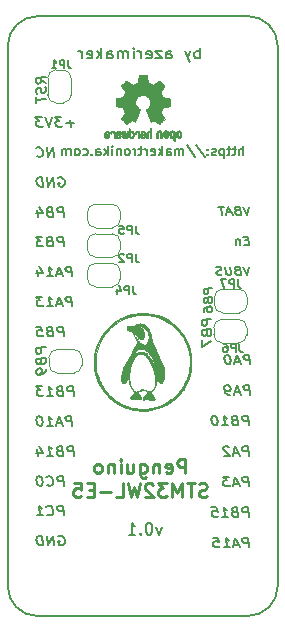
<source format=gbo>
G04 #@! TF.GenerationSoftware,KiCad,Pcbnew,(5.1.8)-1*
G04 #@! TF.CreationDate,2020-12-02T12:09:07+01:00*
G04 #@! TF.ProjectId,Penguino-STM32WL-LoRa-E5,50656e67-7569-46e6-9f2d-53544d333257,0.1*
G04 #@! TF.SameCoordinates,PX8198450PY59a5380*
G04 #@! TF.FileFunction,Legend,Bot*
G04 #@! TF.FilePolarity,Positive*
%FSLAX46Y46*%
G04 Gerber Fmt 4.6, Leading zero omitted, Abs format (unit mm)*
G04 Created by KiCad (PCBNEW (5.1.8)-1) date 2020-12-02 12:09:07*
%MOMM*%
%LPD*%
G01*
G04 APERTURE LIST*
%ADD10C,0.200000*%
%ADD11C,0.150000*%
%ADD12C,0.187500*%
%ADD13C,0.175000*%
%ADD14C,0.287500*%
G04 #@! TA.AperFunction,Profile*
%ADD15C,0.150000*%
G04 #@! TD*
%ADD16C,0.010000*%
%ADD17C,0.120000*%
%ADD18C,0.170000*%
G04 APERTURE END LIST*
D10*
X1628571Y-17815714D02*
X1390476Y-18482380D01*
X1152380Y-17815714D01*
X580952Y-17482380D02*
X485714Y-17482380D01*
X390476Y-17530000D01*
X342857Y-17577619D01*
X295238Y-17672857D01*
X247619Y-17863333D01*
X247619Y-18101428D01*
X295238Y-18291904D01*
X342857Y-18387142D01*
X390476Y-18434761D01*
X485714Y-18482380D01*
X580952Y-18482380D01*
X676190Y-18434761D01*
X723809Y-18387142D01*
X771428Y-18291904D01*
X819047Y-18101428D01*
X819047Y-17863333D01*
X771428Y-17672857D01*
X723809Y-17577619D01*
X676190Y-17530000D01*
X580952Y-17482380D01*
X-180953Y-18387142D02*
X-228572Y-18434761D01*
X-180953Y-18482380D01*
X-133334Y-18434761D01*
X-180953Y-18387142D01*
X-180953Y-18482380D01*
X-1180953Y-18482380D02*
X-609524Y-18482380D01*
X-895239Y-18482380D02*
X-895239Y-17482380D01*
X-800000Y-17625238D01*
X-704762Y-17720476D01*
X-609524Y-17768095D01*
D11*
X8517142Y13638096D02*
X8517142Y14438096D01*
X8174285Y13638096D02*
X8174285Y14057143D01*
X8212380Y14133334D01*
X8288571Y14171429D01*
X8402857Y14171429D01*
X8479047Y14133334D01*
X8517142Y14095239D01*
X7907619Y14171429D02*
X7602857Y14171429D01*
X7793333Y14438096D02*
X7793333Y13752381D01*
X7755238Y13676191D01*
X7679047Y13638096D01*
X7602857Y13638096D01*
X7450476Y14171429D02*
X7145714Y14171429D01*
X7336190Y14438096D02*
X7336190Y13752381D01*
X7298095Y13676191D01*
X7221904Y13638096D01*
X7145714Y13638096D01*
X6879047Y14171429D02*
X6879047Y13371429D01*
X6879047Y14133334D02*
X6802857Y14171429D01*
X6650476Y14171429D01*
X6574285Y14133334D01*
X6536190Y14095239D01*
X6498095Y14019048D01*
X6498095Y13790477D01*
X6536190Y13714286D01*
X6574285Y13676191D01*
X6650476Y13638096D01*
X6802857Y13638096D01*
X6879047Y13676191D01*
X6193333Y13676191D02*
X6117142Y13638096D01*
X5964761Y13638096D01*
X5888571Y13676191D01*
X5850476Y13752381D01*
X5850476Y13790477D01*
X5888571Y13866667D01*
X5964761Y13904762D01*
X6079047Y13904762D01*
X6155238Y13942858D01*
X6193333Y14019048D01*
X6193333Y14057143D01*
X6155238Y14133334D01*
X6079047Y14171429D01*
X5964761Y14171429D01*
X5888571Y14133334D01*
X5507619Y13714286D02*
X5469523Y13676191D01*
X5507619Y13638096D01*
X5545714Y13676191D01*
X5507619Y13714286D01*
X5507619Y13638096D01*
X5507619Y14133334D02*
X5469523Y14095239D01*
X5507619Y14057143D01*
X5545714Y14095239D01*
X5507619Y14133334D01*
X5507619Y14057143D01*
X4555238Y14476191D02*
X5240952Y13447620D01*
X3717142Y14476191D02*
X4402857Y13447620D01*
X3450476Y13638096D02*
X3450476Y14171429D01*
X3450476Y14095239D02*
X3412380Y14133334D01*
X3336190Y14171429D01*
X3221904Y14171429D01*
X3145714Y14133334D01*
X3107619Y14057143D01*
X3107619Y13638096D01*
X3107619Y14057143D02*
X3069523Y14133334D01*
X2993333Y14171429D01*
X2879047Y14171429D01*
X2802857Y14133334D01*
X2764761Y14057143D01*
X2764761Y13638096D01*
X2040952Y13638096D02*
X2040952Y14057143D01*
X2079047Y14133334D01*
X2155238Y14171429D01*
X2307619Y14171429D01*
X2383809Y14133334D01*
X2040952Y13676191D02*
X2117142Y13638096D01*
X2307619Y13638096D01*
X2383809Y13676191D01*
X2421904Y13752381D01*
X2421904Y13828572D01*
X2383809Y13904762D01*
X2307619Y13942858D01*
X2117142Y13942858D01*
X2040952Y13980953D01*
X1660000Y13638096D02*
X1660000Y14438096D01*
X1583809Y13942858D02*
X1355238Y13638096D01*
X1355238Y14171429D02*
X1660000Y13866667D01*
X707619Y13676191D02*
X783809Y13638096D01*
X936190Y13638096D01*
X1012380Y13676191D01*
X1050476Y13752381D01*
X1050476Y14057143D01*
X1012380Y14133334D01*
X936190Y14171429D01*
X783809Y14171429D01*
X707619Y14133334D01*
X669523Y14057143D01*
X669523Y13980953D01*
X1050476Y13904762D01*
X326666Y13638096D02*
X326666Y14171429D01*
X326666Y14019048D02*
X288571Y14095239D01*
X250476Y14133334D01*
X174285Y14171429D01*
X98095Y14171429D01*
X-54286Y14171429D02*
X-359048Y14171429D01*
X-168572Y14438096D02*
X-168572Y13752381D01*
X-206667Y13676191D01*
X-282858Y13638096D01*
X-359048Y13638096D01*
X-625715Y13638096D02*
X-625715Y14171429D01*
X-625715Y14019048D02*
X-663810Y14095239D01*
X-701905Y14133334D01*
X-778096Y14171429D01*
X-854286Y14171429D01*
X-1235239Y13638096D02*
X-1159048Y13676191D01*
X-1120953Y13714286D01*
X-1082858Y13790477D01*
X-1082858Y14019048D01*
X-1120953Y14095239D01*
X-1159048Y14133334D01*
X-1235239Y14171429D01*
X-1349524Y14171429D01*
X-1425715Y14133334D01*
X-1463810Y14095239D01*
X-1501905Y14019048D01*
X-1501905Y13790477D01*
X-1463810Y13714286D01*
X-1425715Y13676191D01*
X-1349524Y13638096D01*
X-1235239Y13638096D01*
X-1844762Y14171429D02*
X-1844762Y13638096D01*
X-1844762Y14095239D02*
X-1882858Y14133334D01*
X-1959048Y14171429D01*
X-2073334Y14171429D01*
X-2149524Y14133334D01*
X-2187620Y14057143D01*
X-2187620Y13638096D01*
X-2568572Y13638096D02*
X-2568572Y14171429D01*
X-2568572Y14438096D02*
X-2530477Y14400000D01*
X-2568572Y14361905D01*
X-2606667Y14400000D01*
X-2568572Y14438096D01*
X-2568572Y14361905D01*
X-2949524Y13638096D02*
X-2949524Y14438096D01*
X-3025715Y13942858D02*
X-3254286Y13638096D01*
X-3254286Y14171429D02*
X-2949524Y13866667D01*
X-3940000Y13638096D02*
X-3940000Y14057143D01*
X-3901905Y14133334D01*
X-3825715Y14171429D01*
X-3673334Y14171429D01*
X-3597143Y14133334D01*
X-3940000Y13676191D02*
X-3863810Y13638096D01*
X-3673334Y13638096D01*
X-3597143Y13676191D01*
X-3559048Y13752381D01*
X-3559048Y13828572D01*
X-3597143Y13904762D01*
X-3673334Y13942858D01*
X-3863810Y13942858D01*
X-3940000Y13980953D01*
X-4320953Y13714286D02*
X-4359048Y13676191D01*
X-4320953Y13638096D01*
X-4282858Y13676191D01*
X-4320953Y13714286D01*
X-4320953Y13638096D01*
X-5044762Y13676191D02*
X-4968572Y13638096D01*
X-4816191Y13638096D01*
X-4740000Y13676191D01*
X-4701905Y13714286D01*
X-4663810Y13790477D01*
X-4663810Y14019048D01*
X-4701905Y14095239D01*
X-4740000Y14133334D01*
X-4816191Y14171429D01*
X-4968572Y14171429D01*
X-5044762Y14133334D01*
X-5501905Y13638096D02*
X-5425715Y13676191D01*
X-5387620Y13714286D01*
X-5349524Y13790477D01*
X-5349524Y14019048D01*
X-5387620Y14095239D01*
X-5425715Y14133334D01*
X-5501905Y14171429D01*
X-5616191Y14171429D01*
X-5692381Y14133334D01*
X-5730477Y14095239D01*
X-5768572Y14019048D01*
X-5768572Y13790477D01*
X-5730477Y13714286D01*
X-5692381Y13676191D01*
X-5616191Y13638096D01*
X-5501905Y13638096D01*
X-6111429Y13638096D02*
X-6111429Y14171429D01*
X-6111429Y14095239D02*
X-6149524Y14133334D01*
X-6225715Y14171429D01*
X-6340000Y14171429D01*
X-6416191Y14133334D01*
X-6454286Y14057143D01*
X-6454286Y13638096D01*
X-6454286Y14057143D02*
X-6492381Y14133334D01*
X-6568572Y14171429D01*
X-6682858Y14171429D01*
X-6759048Y14133334D01*
X-6797143Y14057143D01*
X-6797143Y13638096D01*
D12*
X-8228096Y19778330D02*
X-8609048Y20030711D01*
X-8228096Y20292616D02*
X-9028096Y20192616D01*
X-9028096Y19849759D01*
X-8990000Y19768806D01*
X-8951905Y19730711D01*
X-8875715Y19697378D01*
X-8761429Y19711663D01*
X-8685239Y19764044D01*
X-8647143Y19811663D01*
X-8609048Y19902140D01*
X-8609048Y20244997D01*
X-8266191Y19430711D02*
X-8228096Y19306902D01*
X-8228096Y19092616D01*
X-8266191Y19002140D01*
X-8304286Y18954521D01*
X-8380477Y18902140D01*
X-8456667Y18892616D01*
X-8532858Y18925949D01*
X-8570953Y18964044D01*
X-8609048Y19044997D01*
X-8647143Y19211663D01*
X-8685239Y19292616D01*
X-8723334Y19330711D01*
X-8799524Y19364044D01*
X-8875715Y19354521D01*
X-8951905Y19302140D01*
X-8990000Y19254521D01*
X-9028096Y19164044D01*
X-9028096Y18949759D01*
X-8990000Y18825949D01*
X-9028096Y18564044D02*
X-9028096Y18049759D01*
X-8228096Y18406902D02*
X-9028096Y18306902D01*
D13*
X5876666Y2416154D02*
X5176666Y2328654D01*
X5176666Y2023892D01*
X5210000Y1951868D01*
X5243333Y1917939D01*
X5310000Y1888178D01*
X5410000Y1900678D01*
X5476666Y1947106D01*
X5510000Y1989368D01*
X5543333Y2069725D01*
X5543333Y2374487D01*
X5510000Y1303654D02*
X5543333Y1193535D01*
X5576666Y1159606D01*
X5643333Y1129844D01*
X5743333Y1142344D01*
X5810000Y1188773D01*
X5843333Y1231035D01*
X5876666Y1311392D01*
X5876666Y1616154D01*
X5176666Y1528654D01*
X5176666Y1261987D01*
X5210000Y1189963D01*
X5243333Y1156035D01*
X5310000Y1126273D01*
X5376666Y1134606D01*
X5443333Y1181035D01*
X5476666Y1223297D01*
X5510000Y1303654D01*
X5510000Y1570320D01*
X5176666Y385797D02*
X5176666Y538178D01*
X5210000Y618535D01*
X5243333Y660797D01*
X5343333Y749487D01*
X5476666Y804249D01*
X5743333Y837582D01*
X5810000Y807820D01*
X5843333Y773892D01*
X5876666Y701868D01*
X5876666Y549487D01*
X5843333Y469130D01*
X5810000Y426868D01*
X5743333Y380439D01*
X5576666Y359606D01*
X5510000Y389368D01*
X5476666Y423297D01*
X5443333Y495320D01*
X5443333Y647701D01*
X5476666Y728059D01*
X5510000Y770320D01*
X5576666Y816749D01*
D10*
X4841904Y21842858D02*
X4841904Y22742858D01*
X4841904Y22400000D02*
X4746666Y22442858D01*
X4556190Y22442858D01*
X4460952Y22400000D01*
X4413333Y22357143D01*
X4365714Y22271429D01*
X4365714Y22014286D01*
X4413333Y21928572D01*
X4460952Y21885715D01*
X4556190Y21842858D01*
X4746666Y21842858D01*
X4841904Y21885715D01*
X4032380Y22442858D02*
X3794285Y21842858D01*
X3556190Y22442858D02*
X3794285Y21842858D01*
X3889523Y21628572D01*
X3937142Y21585715D01*
X4032380Y21542858D01*
X1984761Y21842858D02*
X1984761Y22314286D01*
X2032380Y22400000D01*
X2127619Y22442858D01*
X2318095Y22442858D01*
X2413333Y22400000D01*
X1984761Y21885715D02*
X2080000Y21842858D01*
X2318095Y21842858D01*
X2413333Y21885715D01*
X2460952Y21971429D01*
X2460952Y22057143D01*
X2413333Y22142858D01*
X2318095Y22185715D01*
X2080000Y22185715D01*
X1984761Y22228572D01*
X1603809Y22442858D02*
X1080000Y22442858D01*
X1603809Y21842858D01*
X1080000Y21842858D01*
X318095Y21885715D02*
X413333Y21842858D01*
X603809Y21842858D01*
X699047Y21885715D01*
X746666Y21971429D01*
X746666Y22314286D01*
X699047Y22400000D01*
X603809Y22442858D01*
X413333Y22442858D01*
X318095Y22400000D01*
X270476Y22314286D01*
X270476Y22228572D01*
X746666Y22142858D01*
X-158096Y21842858D02*
X-158096Y22442858D01*
X-158096Y22271429D02*
X-205715Y22357143D01*
X-253334Y22400000D01*
X-348572Y22442858D01*
X-443810Y22442858D01*
X-777143Y21842858D02*
X-777143Y22442858D01*
X-777143Y22742858D02*
X-729524Y22700000D01*
X-777143Y22657143D01*
X-824762Y22700000D01*
X-777143Y22742858D01*
X-777143Y22657143D01*
X-1253334Y21842858D02*
X-1253334Y22442858D01*
X-1253334Y22357143D02*
X-1300953Y22400000D01*
X-1396191Y22442858D01*
X-1539048Y22442858D01*
X-1634286Y22400000D01*
X-1681905Y22314286D01*
X-1681905Y21842858D01*
X-1681905Y22314286D02*
X-1729524Y22400000D01*
X-1824762Y22442858D01*
X-1967620Y22442858D01*
X-2062858Y22400000D01*
X-2110477Y22314286D01*
X-2110477Y21842858D01*
X-3015239Y21842858D02*
X-3015239Y22314286D01*
X-2967620Y22400000D01*
X-2872381Y22442858D01*
X-2681905Y22442858D01*
X-2586667Y22400000D01*
X-3015239Y21885715D02*
X-2920000Y21842858D01*
X-2681905Y21842858D01*
X-2586667Y21885715D01*
X-2539048Y21971429D01*
X-2539048Y22057143D01*
X-2586667Y22142858D01*
X-2681905Y22185715D01*
X-2920000Y22185715D01*
X-3015239Y22228572D01*
X-3491429Y21842858D02*
X-3491429Y22742858D01*
X-3586667Y22185715D02*
X-3872381Y21842858D01*
X-3872381Y22442858D02*
X-3491429Y22100000D01*
X-4681905Y21885715D02*
X-4586667Y21842858D01*
X-4396191Y21842858D01*
X-4300953Y21885715D01*
X-4253334Y21971429D01*
X-4253334Y22314286D01*
X-4300953Y22400000D01*
X-4396191Y22442858D01*
X-4586667Y22442858D01*
X-4681905Y22400000D01*
X-4729524Y22314286D01*
X-4729524Y22228572D01*
X-4253334Y22142858D01*
X-5158096Y21842858D02*
X-5158096Y22442858D01*
X-5158096Y22271429D02*
X-5205715Y22357143D01*
X-5253334Y22400000D01*
X-5348572Y22442858D01*
X-5443810Y22442858D01*
D12*
X-5806909Y16342858D02*
X-6492623Y16342858D01*
X-6111671Y16038096D02*
X-6187861Y16647620D01*
X-6897385Y16838096D02*
X-7454528Y16838096D01*
X-7116433Y16533334D01*
X-7245004Y16533334D01*
X-7325957Y16495239D01*
X-7364052Y16457143D01*
X-7397385Y16380953D01*
X-7373576Y16190477D01*
X-7321195Y16114286D01*
X-7273576Y16076191D01*
X-7183099Y16038096D01*
X-6925957Y16038096D01*
X-6845004Y16076191D01*
X-6806909Y16114286D01*
X-7711671Y16838096D02*
X-7911671Y16038096D01*
X-8311671Y16838096D01*
X-8525957Y16838096D02*
X-9083099Y16838096D01*
X-8745004Y16533334D01*
X-8873576Y16533334D01*
X-8954528Y16495239D01*
X-8992623Y16457143D01*
X-9025957Y16380953D01*
X-9002147Y16190477D01*
X-8949766Y16114286D01*
X-8902147Y16076191D01*
X-8811671Y16038096D01*
X-8554528Y16038096D01*
X-8473576Y16076191D01*
X-8435480Y16114286D01*
D13*
X9017796Y9293334D02*
X8838630Y8593334D01*
X8484463Y9293334D01*
X7992796Y8960000D02*
X7882677Y8926667D01*
X7848749Y8893334D01*
X7818987Y8826667D01*
X7831487Y8726667D01*
X7877915Y8660000D01*
X7920177Y8626667D01*
X8000534Y8593334D01*
X8305296Y8593334D01*
X8217796Y9293334D01*
X7951130Y9293334D01*
X7879106Y9260000D01*
X7845177Y9226667D01*
X7815415Y9160000D01*
X7823749Y9093334D01*
X7870177Y9026667D01*
X7912439Y8993334D01*
X7992796Y8960000D01*
X8259463Y8960000D01*
X7518392Y8793334D02*
X7137439Y8793334D01*
X7619582Y8593334D02*
X7265415Y9293334D01*
X7086249Y8593334D01*
X6846368Y9293334D02*
X6389225Y9293334D01*
X6705296Y8593334D02*
X6617796Y9293334D01*
D12*
X-7490242Y13507382D02*
X-7590242Y14307382D01*
X-8004528Y13507382D01*
X-8104528Y14307382D01*
X-8956909Y13583572D02*
X-8909290Y13545477D01*
X-8775956Y13507382D01*
X-8690242Y13507382D01*
X-8566433Y13545477D01*
X-8490242Y13621667D01*
X-8456909Y13697858D01*
X-8433099Y13850239D01*
X-8447385Y13964525D01*
X-8509290Y14116906D01*
X-8561671Y14193096D01*
X-8656909Y14269286D01*
X-8790242Y14307382D01*
X-8875956Y14307382D01*
X-8999766Y14269286D01*
X-9037861Y14231191D01*
X-7156909Y11738572D02*
X-7075956Y11776668D01*
X-6947385Y11776668D01*
X-6814052Y11738572D01*
X-6718814Y11662382D01*
X-6666433Y11586192D01*
X-6604528Y11433811D01*
X-6590242Y11319525D01*
X-6614052Y11167144D01*
X-6647385Y11090953D01*
X-6723576Y11014763D01*
X-6847385Y10976668D01*
X-6933099Y10976668D01*
X-7066433Y11014763D01*
X-7114052Y11052858D01*
X-7147385Y11319525D01*
X-6975956Y11319525D01*
X-7490242Y10976668D02*
X-7590242Y11776668D01*
X-8004528Y10976668D01*
X-8104528Y11776668D01*
X-8433099Y10976668D02*
X-8533099Y11776668D01*
X-8747385Y11776668D01*
X-8871195Y11738572D01*
X-8947385Y11662382D01*
X-8980718Y11586192D01*
X-9004528Y11433811D01*
X-8990242Y11319525D01*
X-8928337Y11167144D01*
X-8875956Y11090953D01*
X-8780718Y11014763D01*
X-8647385Y10976668D01*
X-8433099Y10976668D01*
X-6675956Y8445954D02*
X-6775956Y9245954D01*
X-7118813Y9245954D01*
X-7199766Y9207858D01*
X-7237861Y9169763D01*
X-7271194Y9093573D01*
X-7256909Y8979287D01*
X-7204528Y8903097D01*
X-7156909Y8865001D01*
X-7066433Y8826906D01*
X-6723575Y8826906D01*
X-7928337Y8865001D02*
X-8052147Y8826906D01*
X-8090242Y8788811D01*
X-8123575Y8712620D01*
X-8109290Y8598335D01*
X-8056909Y8522144D01*
X-8009290Y8484049D01*
X-7918813Y8445954D01*
X-7575956Y8445954D01*
X-7675956Y9245954D01*
X-7975956Y9245954D01*
X-8056909Y9207858D01*
X-8095004Y9169763D01*
X-8128337Y9093573D01*
X-8118813Y9017382D01*
X-8066433Y8941192D01*
X-8018813Y8903097D01*
X-7928337Y8865001D01*
X-7628337Y8865001D01*
X-8928337Y8979287D02*
X-8861671Y8445954D01*
X-8752147Y9284049D02*
X-8466433Y8712620D01*
X-9023575Y8712620D01*
X-6675956Y5915240D02*
X-6775956Y6715240D01*
X-7118813Y6715240D01*
X-7199766Y6677144D01*
X-7237861Y6639049D01*
X-7271194Y6562859D01*
X-7256909Y6448573D01*
X-7204528Y6372383D01*
X-7156909Y6334287D01*
X-7066433Y6296192D01*
X-6723575Y6296192D01*
X-7928337Y6334287D02*
X-8052147Y6296192D01*
X-8090242Y6258097D01*
X-8123575Y6181906D01*
X-8109290Y6067621D01*
X-8056909Y5991430D01*
X-8009290Y5953335D01*
X-7918813Y5915240D01*
X-7575956Y5915240D01*
X-7675956Y6715240D01*
X-7975956Y6715240D01*
X-8056909Y6677144D01*
X-8095004Y6639049D01*
X-8128337Y6562859D01*
X-8118813Y6486668D01*
X-8066433Y6410478D01*
X-8018813Y6372383D01*
X-7928337Y6334287D01*
X-7628337Y6334287D01*
X-8490242Y6715240D02*
X-9047385Y6715240D01*
X-8709290Y6410478D01*
X-8837861Y6410478D01*
X-8918813Y6372383D01*
X-8956909Y6334287D01*
X-8990242Y6258097D01*
X-8966433Y6067621D01*
X-8914052Y5991430D01*
X-8866433Y5953335D01*
X-8775956Y5915240D01*
X-8518813Y5915240D01*
X-8437861Y5953335D01*
X-8399766Y5991430D01*
X-5947385Y3384526D02*
X-6047385Y4184526D01*
X-6390242Y4184526D01*
X-6471194Y4146430D01*
X-6509289Y4108335D01*
X-6542623Y4032145D01*
X-6528337Y3917859D01*
X-6475956Y3841669D01*
X-6428337Y3803573D01*
X-6337861Y3765478D01*
X-5995004Y3765478D01*
X-6833099Y3613097D02*
X-7261670Y3613097D01*
X-6718813Y3384526D02*
X-7118813Y4184526D01*
X-7318813Y3384526D01*
X-8090242Y3384526D02*
X-7575956Y3384526D01*
X-7833099Y3384526D02*
X-7933099Y4184526D01*
X-7833099Y4070240D01*
X-7737861Y3994050D01*
X-7647385Y3955954D01*
X-8928337Y3917859D02*
X-8861670Y3384526D01*
X-8752147Y4222621D02*
X-8466432Y3651192D01*
X-9023575Y3651192D01*
X-5947385Y853812D02*
X-6047385Y1653812D01*
X-6390242Y1653812D01*
X-6471194Y1615716D01*
X-6509289Y1577621D01*
X-6542623Y1501431D01*
X-6528337Y1387145D01*
X-6475956Y1310955D01*
X-6428337Y1272859D01*
X-6337861Y1234764D01*
X-5995004Y1234764D01*
X-6833099Y1082383D02*
X-7261670Y1082383D01*
X-6718813Y853812D02*
X-7118813Y1653812D01*
X-7318813Y853812D01*
X-8090242Y853812D02*
X-7575956Y853812D01*
X-7833099Y853812D02*
X-7933099Y1653812D01*
X-7833099Y1539526D01*
X-7737861Y1463336D01*
X-7647385Y1425240D01*
X-8490242Y1653812D02*
X-9047385Y1653812D01*
X-8709289Y1349050D01*
X-8837861Y1349050D01*
X-8918813Y1310955D01*
X-8956908Y1272859D01*
X-8990242Y1196669D01*
X-8966432Y1006193D01*
X-8914051Y930002D01*
X-8866432Y891907D01*
X-8775956Y853812D01*
X-8518813Y853812D01*
X-8437861Y891907D01*
X-8399766Y930002D01*
X-6675956Y-1676902D02*
X-6775956Y-876902D01*
X-7118813Y-876902D01*
X-7199766Y-914998D01*
X-7237861Y-953093D01*
X-7271194Y-1029283D01*
X-7256909Y-1143569D01*
X-7204528Y-1219759D01*
X-7156909Y-1257855D01*
X-7066433Y-1295950D01*
X-6723575Y-1295950D01*
X-7928337Y-1257855D02*
X-8052147Y-1295950D01*
X-8090242Y-1334045D01*
X-8123575Y-1410236D01*
X-8109290Y-1524521D01*
X-8056909Y-1600712D01*
X-8009290Y-1638807D01*
X-7918813Y-1676902D01*
X-7575956Y-1676902D01*
X-7675956Y-876902D01*
X-7975956Y-876902D01*
X-8056909Y-914998D01*
X-8095004Y-953093D01*
X-8128337Y-1029283D01*
X-8118813Y-1105474D01*
X-8066433Y-1181664D01*
X-8018813Y-1219759D01*
X-7928337Y-1257855D01*
X-7628337Y-1257855D01*
X-9004528Y-876902D02*
X-8575956Y-876902D01*
X-8485480Y-1257855D01*
X-8533099Y-1219759D01*
X-8623575Y-1181664D01*
X-8837861Y-1181664D01*
X-8918813Y-1219759D01*
X-8956909Y-1257855D01*
X-8990242Y-1334045D01*
X-8966433Y-1524521D01*
X-8914052Y-1600712D01*
X-8866433Y-1638807D01*
X-8775956Y-1676902D01*
X-8561671Y-1676902D01*
X-8480718Y-1638807D01*
X-8442623Y-1600712D01*
X-8228096Y-2600241D02*
X-9028096Y-2700241D01*
X-9028096Y-3043098D01*
X-8990000Y-3124051D01*
X-8951905Y-3162146D01*
X-8875715Y-3195479D01*
X-8761429Y-3181194D01*
X-8685239Y-3128813D01*
X-8647143Y-3081194D01*
X-8609048Y-2990718D01*
X-8609048Y-2647860D01*
X-8647143Y-3852622D02*
X-8609048Y-3976432D01*
X-8570953Y-4014527D01*
X-8494762Y-4047860D01*
X-8380477Y-4033575D01*
X-8304286Y-3981194D01*
X-8266191Y-3933575D01*
X-8228096Y-3843098D01*
X-8228096Y-3500241D01*
X-9028096Y-3600241D01*
X-9028096Y-3900241D01*
X-8990000Y-3981194D01*
X-8951905Y-4019289D01*
X-8875715Y-4052622D01*
X-8799524Y-4043098D01*
X-8723334Y-3990718D01*
X-8685239Y-3943098D01*
X-8647143Y-3852622D01*
X-8647143Y-3552622D01*
X-8228096Y-4443098D02*
X-8228096Y-4614527D01*
X-8266191Y-4705003D01*
X-8304286Y-4752622D01*
X-8418572Y-4852622D01*
X-8570953Y-4914527D01*
X-8875715Y-4952622D01*
X-8951905Y-4919289D01*
X-8990000Y-4881194D01*
X-9028096Y-4800241D01*
X-9028096Y-4628813D01*
X-8990000Y-4538337D01*
X-8951905Y-4490718D01*
X-8875715Y-4438337D01*
X-8685239Y-4414527D01*
X-8609048Y-4447860D01*
X-8570953Y-4485956D01*
X-8532858Y-4566908D01*
X-8532858Y-4738337D01*
X-8570953Y-4828813D01*
X-8609048Y-4876432D01*
X-8685239Y-4928813D01*
X-5818813Y-6738330D02*
X-5918813Y-5938330D01*
X-6261670Y-5938330D01*
X-6342622Y-5976426D01*
X-6380718Y-6014521D01*
X-6414051Y-6090711D01*
X-6399765Y-6204997D01*
X-6347384Y-6281187D01*
X-6299765Y-6319283D01*
X-6209289Y-6357378D01*
X-5866432Y-6357378D01*
X-7071194Y-6319283D02*
X-7195003Y-6357378D01*
X-7233099Y-6395473D01*
X-7266432Y-6471664D01*
X-7252146Y-6585949D01*
X-7199765Y-6662140D01*
X-7152146Y-6700235D01*
X-7061670Y-6738330D01*
X-6718813Y-6738330D01*
X-6818813Y-5938330D01*
X-7118813Y-5938330D01*
X-7199765Y-5976426D01*
X-7237861Y-6014521D01*
X-7271194Y-6090711D01*
X-7261670Y-6166902D01*
X-7209289Y-6243092D01*
X-7161670Y-6281187D01*
X-7071194Y-6319283D01*
X-6771194Y-6319283D01*
X-8090241Y-6738330D02*
X-7575956Y-6738330D01*
X-7833099Y-6738330D02*
X-7933099Y-5938330D01*
X-7833099Y-6052616D01*
X-7737861Y-6128806D01*
X-7647384Y-6166902D01*
X-8490241Y-5938330D02*
X-9047384Y-5938330D01*
X-8709289Y-6243092D01*
X-8837861Y-6243092D01*
X-8918813Y-6281187D01*
X-8956908Y-6319283D01*
X-8990241Y-6395473D01*
X-8966432Y-6585949D01*
X-8914051Y-6662140D01*
X-8866432Y-6700235D01*
X-8775956Y-6738330D01*
X-8518813Y-6738330D01*
X-8437861Y-6700235D01*
X-8399765Y-6662140D01*
X-5947385Y-9269044D02*
X-6047385Y-8469044D01*
X-6390242Y-8469044D01*
X-6471194Y-8507140D01*
X-6509289Y-8545235D01*
X-6542623Y-8621425D01*
X-6528337Y-8735711D01*
X-6475956Y-8811901D01*
X-6428337Y-8849997D01*
X-6337861Y-8888092D01*
X-5995004Y-8888092D01*
X-6833099Y-9040473D02*
X-7261670Y-9040473D01*
X-6718813Y-9269044D02*
X-7118813Y-8469044D01*
X-7318813Y-9269044D01*
X-8090242Y-9269044D02*
X-7575956Y-9269044D01*
X-7833099Y-9269044D02*
X-7933099Y-8469044D01*
X-7833099Y-8583330D01*
X-7737861Y-8659520D01*
X-7647385Y-8697616D01*
X-8747385Y-8469044D02*
X-8833099Y-8469044D01*
X-8914051Y-8507140D01*
X-8952147Y-8545235D01*
X-8985480Y-8621425D01*
X-9009289Y-8773806D01*
X-8985480Y-8964282D01*
X-8923575Y-9116663D01*
X-8871194Y-9192854D01*
X-8823575Y-9230949D01*
X-8733099Y-9269044D01*
X-8647385Y-9269044D01*
X-8566432Y-9230949D01*
X-8528337Y-9192854D01*
X-8495004Y-9116663D01*
X-8471194Y-8964282D01*
X-8495004Y-8773806D01*
X-8556908Y-8621425D01*
X-8609289Y-8545235D01*
X-8656908Y-8507140D01*
X-8747385Y-8469044D01*
X-5818813Y-11799758D02*
X-5918813Y-10999758D01*
X-6261670Y-10999758D01*
X-6342622Y-11037854D01*
X-6380718Y-11075949D01*
X-6414051Y-11152139D01*
X-6399765Y-11266425D01*
X-6347384Y-11342615D01*
X-6299765Y-11380711D01*
X-6209289Y-11418806D01*
X-5866432Y-11418806D01*
X-7071194Y-11380711D02*
X-7195003Y-11418806D01*
X-7233099Y-11456901D01*
X-7266432Y-11533092D01*
X-7252146Y-11647377D01*
X-7199765Y-11723568D01*
X-7152146Y-11761663D01*
X-7061670Y-11799758D01*
X-6718813Y-11799758D01*
X-6818813Y-10999758D01*
X-7118813Y-10999758D01*
X-7199765Y-11037854D01*
X-7237861Y-11075949D01*
X-7271194Y-11152139D01*
X-7261670Y-11228330D01*
X-7209289Y-11304520D01*
X-7161670Y-11342615D01*
X-7071194Y-11380711D01*
X-6771194Y-11380711D01*
X-8090241Y-11799758D02*
X-7575956Y-11799758D01*
X-7833099Y-11799758D02*
X-7933099Y-10999758D01*
X-7833099Y-11114044D01*
X-7737861Y-11190234D01*
X-7647384Y-11228330D01*
X-8928337Y-11266425D02*
X-8861670Y-11799758D01*
X-8752146Y-10961663D02*
X-8466432Y-11533092D01*
X-9023575Y-11533092D01*
X-6675956Y-14330472D02*
X-6775956Y-13530472D01*
X-7118813Y-13530472D01*
X-7199766Y-13568568D01*
X-7237861Y-13606663D01*
X-7271194Y-13682853D01*
X-7256909Y-13797139D01*
X-7204528Y-13873329D01*
X-7156909Y-13911425D01*
X-7066433Y-13949520D01*
X-6723575Y-13949520D01*
X-8099766Y-14254282D02*
X-8052147Y-14292377D01*
X-7918813Y-14330472D01*
X-7833099Y-14330472D01*
X-7709290Y-14292377D01*
X-7633099Y-14216187D01*
X-7599766Y-14139996D01*
X-7575956Y-13987615D01*
X-7590242Y-13873329D01*
X-7652147Y-13720948D01*
X-7704528Y-13644758D01*
X-7799766Y-13568568D01*
X-7933099Y-13530472D01*
X-8018813Y-13530472D01*
X-8142623Y-13568568D01*
X-8180718Y-13606663D01*
X-8747385Y-13530472D02*
X-8833099Y-13530472D01*
X-8914052Y-13568568D01*
X-8952147Y-13606663D01*
X-8985480Y-13682853D01*
X-9009290Y-13835234D01*
X-8985480Y-14025710D01*
X-8923575Y-14178091D01*
X-8871194Y-14254282D01*
X-8823575Y-14292377D01*
X-8733099Y-14330472D01*
X-8647385Y-14330472D01*
X-8566433Y-14292377D01*
X-8528337Y-14254282D01*
X-8495004Y-14178091D01*
X-8471194Y-14025710D01*
X-8495004Y-13835234D01*
X-8556909Y-13682853D01*
X-8609290Y-13606663D01*
X-8656909Y-13568568D01*
X-8747385Y-13530472D01*
X-6675956Y-16861186D02*
X-6775956Y-16061186D01*
X-7118813Y-16061186D01*
X-7199766Y-16099282D01*
X-7237861Y-16137377D01*
X-7271194Y-16213567D01*
X-7256909Y-16327853D01*
X-7204528Y-16404043D01*
X-7156909Y-16442139D01*
X-7066433Y-16480234D01*
X-6723575Y-16480234D01*
X-8099766Y-16784996D02*
X-8052147Y-16823091D01*
X-7918813Y-16861186D01*
X-7833099Y-16861186D01*
X-7709290Y-16823091D01*
X-7633099Y-16746901D01*
X-7599766Y-16670710D01*
X-7575956Y-16518329D01*
X-7590242Y-16404043D01*
X-7652147Y-16251662D01*
X-7704528Y-16175472D01*
X-7799766Y-16099282D01*
X-7933099Y-16061186D01*
X-8018813Y-16061186D01*
X-8142623Y-16099282D01*
X-8180718Y-16137377D01*
X-8947385Y-16861186D02*
X-8433099Y-16861186D01*
X-8690242Y-16861186D02*
X-8790242Y-16061186D01*
X-8690242Y-16175472D01*
X-8595004Y-16251662D01*
X-8504528Y-16289758D01*
X-7156909Y-18630000D02*
X-7075956Y-18591904D01*
X-6947385Y-18591904D01*
X-6814052Y-18630000D01*
X-6718814Y-18706190D01*
X-6666433Y-18782380D01*
X-6604528Y-18934761D01*
X-6590242Y-19049047D01*
X-6614052Y-19201428D01*
X-6647385Y-19277619D01*
X-6723576Y-19353809D01*
X-6847385Y-19391904D01*
X-6933099Y-19391904D01*
X-7066433Y-19353809D01*
X-7114052Y-19315714D01*
X-7147385Y-19049047D01*
X-6975956Y-19049047D01*
X-7490242Y-19391904D02*
X-7590242Y-18591904D01*
X-8004528Y-19391904D01*
X-8104528Y-18591904D01*
X-8433099Y-19391904D02*
X-8533099Y-18591904D01*
X-8747385Y-18591904D01*
X-8871195Y-18630000D01*
X-8947385Y-18706190D01*
X-8980718Y-18782380D01*
X-9004528Y-18934761D01*
X-8990242Y-19049047D01*
X-8928337Y-19201428D01*
X-8875956Y-19277619D01*
X-8780718Y-19353809D01*
X-8647385Y-19391904D01*
X-8433099Y-19391904D01*
X9003507Y-19561904D02*
X8903507Y-18761904D01*
X8560650Y-18761904D01*
X8479698Y-18800000D01*
X8441603Y-18838095D01*
X8408269Y-18914285D01*
X8422555Y-19028571D01*
X8474936Y-19104761D01*
X8522555Y-19142857D01*
X8613031Y-19180952D01*
X8955888Y-19180952D01*
X8117793Y-19333333D02*
X7689222Y-19333333D01*
X8232079Y-19561904D02*
X7832079Y-18761904D01*
X7632079Y-19561904D01*
X6860650Y-19561904D02*
X7374936Y-19561904D01*
X7117793Y-19561904D02*
X7017793Y-18761904D01*
X7117793Y-18876190D01*
X7213031Y-18952380D01*
X7303507Y-18990476D01*
X5946365Y-18761904D02*
X6374936Y-18761904D01*
X6465412Y-19142857D01*
X6417793Y-19104761D01*
X6327317Y-19066666D01*
X6113031Y-19066666D01*
X6032079Y-19104761D01*
X5993984Y-19142857D01*
X5960650Y-19219047D01*
X5984460Y-19409523D01*
X6036841Y-19485714D01*
X6084460Y-19523809D01*
X6174936Y-19561904D01*
X6389222Y-19561904D01*
X6470174Y-19523809D01*
X6508269Y-19485714D01*
X9003507Y-16978569D02*
X8903507Y-16178569D01*
X8560650Y-16178569D01*
X8479698Y-16216665D01*
X8441602Y-16254760D01*
X8408269Y-16330950D01*
X8422555Y-16445236D01*
X8474936Y-16521426D01*
X8522555Y-16559522D01*
X8613031Y-16597617D01*
X8955888Y-16597617D01*
X7751126Y-16559522D02*
X7627317Y-16597617D01*
X7589221Y-16635712D01*
X7555888Y-16711903D01*
X7570174Y-16826188D01*
X7622555Y-16902379D01*
X7670174Y-16940474D01*
X7760650Y-16978569D01*
X8103507Y-16978569D01*
X8003507Y-16178569D01*
X7703507Y-16178569D01*
X7622555Y-16216665D01*
X7584459Y-16254760D01*
X7551126Y-16330950D01*
X7560650Y-16407141D01*
X7613031Y-16483331D01*
X7660650Y-16521426D01*
X7751126Y-16559522D01*
X8051126Y-16559522D01*
X6732079Y-16978569D02*
X7246364Y-16978569D01*
X6989221Y-16978569D02*
X6889221Y-16178569D01*
X6989221Y-16292855D01*
X7084459Y-16369045D01*
X7174936Y-16407141D01*
X5817793Y-16178569D02*
X6246364Y-16178569D01*
X6336840Y-16559522D01*
X6289221Y-16521426D01*
X6198745Y-16483331D01*
X5984459Y-16483331D01*
X5903507Y-16521426D01*
X5865412Y-16559522D01*
X5832079Y-16635712D01*
X5855888Y-16826188D01*
X5908269Y-16902379D01*
X5955888Y-16940474D01*
X6046364Y-16978569D01*
X6260650Y-16978569D01*
X6341602Y-16940474D01*
X6379698Y-16902379D01*
X9003507Y-14395236D02*
X8903507Y-13595236D01*
X8560650Y-13595236D01*
X8479697Y-13633332D01*
X8441602Y-13671427D01*
X8408269Y-13747617D01*
X8422555Y-13861903D01*
X8474936Y-13938093D01*
X8522555Y-13976189D01*
X8613031Y-14014284D01*
X8955888Y-14014284D01*
X8117793Y-14166665D02*
X7689221Y-14166665D01*
X8232078Y-14395236D02*
X7832078Y-13595236D01*
X7632078Y-14395236D01*
X7317793Y-13595236D02*
X6760650Y-13595236D01*
X7098745Y-13899998D01*
X6970174Y-13899998D01*
X6889221Y-13938093D01*
X6851126Y-13976189D01*
X6817793Y-14052379D01*
X6841602Y-14242855D01*
X6893983Y-14319046D01*
X6941602Y-14357141D01*
X7032078Y-14395236D01*
X7289221Y-14395236D01*
X7370174Y-14357141D01*
X7408269Y-14319046D01*
X9003507Y-11811903D02*
X8903507Y-11011903D01*
X8560650Y-11011903D01*
X8479697Y-11049999D01*
X8441602Y-11088094D01*
X8408269Y-11164284D01*
X8422555Y-11278570D01*
X8474936Y-11354760D01*
X8522555Y-11392856D01*
X8613031Y-11430951D01*
X8955888Y-11430951D01*
X8117793Y-11583332D02*
X7689221Y-11583332D01*
X8232078Y-11811903D02*
X7832078Y-11011903D01*
X7632078Y-11811903D01*
X7284459Y-11088094D02*
X7236840Y-11049999D01*
X7146364Y-11011903D01*
X6932078Y-11011903D01*
X6851126Y-11049999D01*
X6813031Y-11088094D01*
X6779697Y-11164284D01*
X6789221Y-11240475D01*
X6846364Y-11354760D01*
X7417793Y-11811903D01*
X6860650Y-11811903D01*
X9003507Y-9228570D02*
X8903507Y-8428570D01*
X8560650Y-8428570D01*
X8479698Y-8466666D01*
X8441602Y-8504761D01*
X8408269Y-8580951D01*
X8422555Y-8695237D01*
X8474936Y-8771427D01*
X8522555Y-8809523D01*
X8613031Y-8847618D01*
X8955888Y-8847618D01*
X7751126Y-8809523D02*
X7627317Y-8847618D01*
X7589221Y-8885713D01*
X7555888Y-8961904D01*
X7570174Y-9076189D01*
X7622555Y-9152380D01*
X7670174Y-9190475D01*
X7760650Y-9228570D01*
X8103507Y-9228570D01*
X8003507Y-8428570D01*
X7703507Y-8428570D01*
X7622555Y-8466666D01*
X7584459Y-8504761D01*
X7551126Y-8580951D01*
X7560650Y-8657142D01*
X7613031Y-8733332D01*
X7660650Y-8771427D01*
X7751126Y-8809523D01*
X8051126Y-8809523D01*
X6732079Y-9228570D02*
X7246364Y-9228570D01*
X6989221Y-9228570D02*
X6889221Y-8428570D01*
X6989221Y-8542856D01*
X7084459Y-8619046D01*
X7174936Y-8657142D01*
X6074936Y-8428570D02*
X5989221Y-8428570D01*
X5908269Y-8466666D01*
X5870174Y-8504761D01*
X5836840Y-8580951D01*
X5813031Y-8733332D01*
X5836840Y-8923808D01*
X5898745Y-9076189D01*
X5951126Y-9152380D01*
X5998745Y-9190475D01*
X6089221Y-9228570D01*
X6174936Y-9228570D01*
X6255888Y-9190475D01*
X6293983Y-9152380D01*
X6327317Y-9076189D01*
X6351126Y-8923808D01*
X6327317Y-8733332D01*
X6265412Y-8580951D01*
X6213031Y-8504761D01*
X6165412Y-8466666D01*
X6074936Y-8428570D01*
X9121867Y-6645237D02*
X9021867Y-5845237D01*
X8679010Y-5845237D01*
X8598058Y-5883333D01*
X8559962Y-5921428D01*
X8526629Y-5997618D01*
X8540915Y-6111904D01*
X8593296Y-6188094D01*
X8640915Y-6226190D01*
X8731391Y-6264285D01*
X9074248Y-6264285D01*
X8236153Y-6416666D02*
X7807581Y-6416666D01*
X8350438Y-6645237D02*
X7950438Y-5845237D01*
X7750438Y-6645237D01*
X7407581Y-6645237D02*
X7236153Y-6645237D01*
X7145677Y-6607142D01*
X7098058Y-6569047D01*
X6998058Y-6454761D01*
X6936153Y-6302380D01*
X6898058Y-5997618D01*
X6931391Y-5921428D01*
X6969486Y-5883333D01*
X7050438Y-5845237D01*
X7221867Y-5845237D01*
X7312343Y-5883333D01*
X7359962Y-5921428D01*
X7412343Y-5997618D01*
X7436153Y-6188094D01*
X7402819Y-6264285D01*
X7364724Y-6302380D01*
X7283772Y-6340475D01*
X7112343Y-6340475D01*
X7021867Y-6302380D01*
X6974248Y-6264285D01*
X6921867Y-6188094D01*
X9121867Y-4061904D02*
X9021867Y-3261904D01*
X8679010Y-3261904D01*
X8598058Y-3300000D01*
X8559962Y-3338095D01*
X8526629Y-3414285D01*
X8540915Y-3528571D01*
X8593296Y-3604761D01*
X8640915Y-3642857D01*
X8731391Y-3680952D01*
X9074248Y-3680952D01*
X8236153Y-3833333D02*
X7807581Y-3833333D01*
X8350438Y-4061904D02*
X7950438Y-3261904D01*
X7750438Y-4061904D01*
X7179010Y-3261904D02*
X7093296Y-3261904D01*
X7012343Y-3300000D01*
X6974248Y-3338095D01*
X6940915Y-3414285D01*
X6917105Y-3566666D01*
X6940915Y-3757142D01*
X7002819Y-3909523D01*
X7055200Y-3985714D01*
X7102819Y-4023809D01*
X7193296Y-4061904D01*
X7279010Y-4061904D01*
X7359962Y-4023809D01*
X7398058Y-3985714D01*
X7431391Y-3909523D01*
X7455200Y-3757142D01*
X7431391Y-3566666D01*
X7369486Y-3414285D01*
X7317105Y-3338095D01*
X7269486Y-3300000D01*
X7179010Y-3261904D01*
X5821904Y-200241D02*
X5021904Y-300241D01*
X5021904Y-643098D01*
X5060000Y-724051D01*
X5098095Y-762146D01*
X5174285Y-795479D01*
X5288571Y-781194D01*
X5364761Y-728813D01*
X5402857Y-681194D01*
X5440952Y-590718D01*
X5440952Y-247860D01*
X5402857Y-1452622D02*
X5440952Y-1576432D01*
X5479047Y-1614527D01*
X5555238Y-1647860D01*
X5669523Y-1633575D01*
X5745714Y-1581194D01*
X5783809Y-1533575D01*
X5821904Y-1443098D01*
X5821904Y-1100241D01*
X5021904Y-1200241D01*
X5021904Y-1500241D01*
X5060000Y-1581194D01*
X5098095Y-1619289D01*
X5174285Y-1652622D01*
X5250476Y-1643098D01*
X5326666Y-1590718D01*
X5364761Y-1543098D01*
X5402857Y-1452622D01*
X5402857Y-1152622D01*
X5021904Y-2014527D02*
X5021904Y-2614527D01*
X5821904Y-2128813D01*
D13*
X9017796Y4213334D02*
X8838630Y3513334D01*
X8484463Y4213334D01*
X7992796Y3880000D02*
X7882677Y3846667D01*
X7848749Y3813334D01*
X7818987Y3746667D01*
X7831487Y3646667D01*
X7877915Y3580000D01*
X7920177Y3546667D01*
X8000534Y3513334D01*
X8305296Y3513334D01*
X8217796Y4213334D01*
X7951130Y4213334D01*
X7879106Y4180000D01*
X7845177Y4146667D01*
X7815415Y4080000D01*
X7823749Y4013334D01*
X7870177Y3946667D01*
X7912439Y3913334D01*
X7992796Y3880000D01*
X8259463Y3880000D01*
X7417796Y4213334D02*
X7488630Y3646667D01*
X7458868Y3580000D01*
X7424939Y3546667D01*
X7352915Y3513334D01*
X7200534Y3513334D01*
X7120177Y3546667D01*
X7077915Y3580000D01*
X7031487Y3646667D01*
X6960653Y4213334D01*
X6701130Y3546667D02*
X6591011Y3513334D01*
X6400534Y3513334D01*
X6320177Y3546667D01*
X6277915Y3580000D01*
X6231487Y3646667D01*
X6223153Y3713334D01*
X6252915Y3780000D01*
X6286844Y3813334D01*
X6358868Y3846667D01*
X6507082Y3880000D01*
X6579106Y3913334D01*
X6613034Y3946667D01*
X6642796Y4013334D01*
X6634463Y4080000D01*
X6588034Y4146667D01*
X6545772Y4180000D01*
X6465415Y4213334D01*
X6274939Y4213334D01*
X6164820Y4180000D01*
X8945177Y6420000D02*
X8678510Y6420000D01*
X8610058Y6053334D02*
X8991010Y6053334D01*
X8903510Y6753334D01*
X8522558Y6753334D01*
X8208867Y6520000D02*
X8267200Y6053334D01*
X8217200Y6453334D02*
X8174938Y6486667D01*
X8094581Y6520000D01*
X7980296Y6520000D01*
X7908272Y6486667D01*
X7878510Y6420000D01*
X7924343Y6053334D01*
D14*
X3608571Y-13273988D02*
X3608571Y-12123988D01*
X3151428Y-12123988D01*
X3037142Y-12178750D01*
X2980000Y-12233511D01*
X2922857Y-12343035D01*
X2922857Y-12507321D01*
X2980000Y-12616845D01*
X3037142Y-12671607D01*
X3151428Y-12726369D01*
X3608571Y-12726369D01*
X1951428Y-13219226D02*
X2065714Y-13273988D01*
X2294285Y-13273988D01*
X2408571Y-13219226D01*
X2465714Y-13109702D01*
X2465714Y-12671607D01*
X2408571Y-12562083D01*
X2294285Y-12507321D01*
X2065714Y-12507321D01*
X1951428Y-12562083D01*
X1894285Y-12671607D01*
X1894285Y-12781130D01*
X2465714Y-12890654D01*
X1380000Y-12507321D02*
X1380000Y-13273988D01*
X1380000Y-12616845D02*
X1322857Y-12562083D01*
X1208571Y-12507321D01*
X1037142Y-12507321D01*
X922857Y-12562083D01*
X865714Y-12671607D01*
X865714Y-13273988D01*
X-220000Y-12507321D02*
X-220000Y-13438273D01*
X-162858Y-13547797D01*
X-105715Y-13602559D01*
X8571Y-13657321D01*
X180000Y-13657321D01*
X294285Y-13602559D01*
X-220000Y-13219226D02*
X-105715Y-13273988D01*
X122857Y-13273988D01*
X237142Y-13219226D01*
X294285Y-13164464D01*
X351428Y-13054940D01*
X351428Y-12726369D01*
X294285Y-12616845D01*
X237142Y-12562083D01*
X122857Y-12507321D01*
X-105715Y-12507321D01*
X-220000Y-12562083D01*
X-1305715Y-12507321D02*
X-1305715Y-13273988D01*
X-791429Y-12507321D02*
X-791429Y-13109702D01*
X-848572Y-13219226D01*
X-962858Y-13273988D01*
X-1134286Y-13273988D01*
X-1248572Y-13219226D01*
X-1305715Y-13164464D01*
X-1877143Y-13273988D02*
X-1877143Y-12507321D01*
X-1877143Y-12123988D02*
X-1820000Y-12178750D01*
X-1877143Y-12233511D01*
X-1934286Y-12178750D01*
X-1877143Y-12123988D01*
X-1877143Y-12233511D01*
X-2448572Y-12507321D02*
X-2448572Y-13273988D01*
X-2448572Y-12616845D02*
X-2505715Y-12562083D01*
X-2620000Y-12507321D01*
X-2791429Y-12507321D01*
X-2905715Y-12562083D01*
X-2962858Y-12671607D01*
X-2962858Y-13273988D01*
X-3705715Y-13273988D02*
X-3591429Y-13219226D01*
X-3534286Y-13164464D01*
X-3477143Y-13054940D01*
X-3477143Y-12726369D01*
X-3534286Y-12616845D01*
X-3591429Y-12562083D01*
X-3705715Y-12507321D01*
X-3877143Y-12507321D01*
X-3991429Y-12562083D01*
X-4048572Y-12616845D01*
X-4105715Y-12726369D01*
X-4105715Y-13054940D01*
X-4048572Y-13164464D01*
X-3991429Y-13219226D01*
X-3877143Y-13273988D01*
X-3705715Y-13273988D01*
X5437142Y-15231726D02*
X5265714Y-15286488D01*
X4980000Y-15286488D01*
X4865714Y-15231726D01*
X4808571Y-15176964D01*
X4751428Y-15067440D01*
X4751428Y-14957916D01*
X4808571Y-14848392D01*
X4865714Y-14793630D01*
X4980000Y-14738869D01*
X5208571Y-14684107D01*
X5322857Y-14629345D01*
X5380000Y-14574583D01*
X5437142Y-14465059D01*
X5437142Y-14355535D01*
X5380000Y-14246011D01*
X5322857Y-14191250D01*
X5208571Y-14136488D01*
X4922857Y-14136488D01*
X4751428Y-14191250D01*
X4408571Y-14136488D02*
X3722857Y-14136488D01*
X4065714Y-15286488D02*
X4065714Y-14136488D01*
X3322857Y-15286488D02*
X3322857Y-14136488D01*
X2922857Y-14957916D01*
X2522857Y-14136488D01*
X2522857Y-15286488D01*
X2065714Y-14136488D02*
X1322857Y-14136488D01*
X1722857Y-14574583D01*
X1551428Y-14574583D01*
X1437142Y-14629345D01*
X1380000Y-14684107D01*
X1322857Y-14793630D01*
X1322857Y-15067440D01*
X1380000Y-15176964D01*
X1437142Y-15231726D01*
X1551428Y-15286488D01*
X1894285Y-15286488D01*
X2008571Y-15231726D01*
X2065714Y-15176964D01*
X865714Y-14246011D02*
X808571Y-14191250D01*
X694285Y-14136488D01*
X408571Y-14136488D01*
X294285Y-14191250D01*
X237142Y-14246011D01*
X180000Y-14355535D01*
X180000Y-14465059D01*
X237142Y-14629345D01*
X922857Y-15286488D01*
X180000Y-15286488D01*
X-220000Y-14136488D02*
X-505715Y-15286488D01*
X-734286Y-14465059D01*
X-962858Y-15286488D01*
X-1248572Y-14136488D01*
X-2277143Y-15286488D02*
X-1705715Y-15286488D01*
X-1705715Y-14136488D01*
X-2677143Y-14848392D02*
X-3591429Y-14848392D01*
X-4162858Y-14684107D02*
X-4562858Y-14684107D01*
X-4734286Y-15286488D02*
X-4162858Y-15286488D01*
X-4162858Y-14136488D01*
X-4734286Y-14136488D01*
X-5820000Y-14136488D02*
X-5248572Y-14136488D01*
X-5191429Y-14684107D01*
X-5248572Y-14629345D01*
X-5362858Y-14574583D01*
X-5648572Y-14574583D01*
X-5762858Y-14629345D01*
X-5820000Y-14684107D01*
X-5877143Y-14793630D01*
X-5877143Y-15067440D01*
X-5820000Y-15176964D01*
X-5762858Y-15231726D01*
X-5648572Y-15286488D01*
X-5362858Y-15286488D01*
X-5248572Y-15231726D01*
X-5191429Y-15176964D01*
D15*
X-8890000Y-25380000D02*
G75*
G02*
X-11430000Y-22840000I0J2540000D01*
G01*
X11430000Y-22840000D02*
G75*
G02*
X8890000Y-25380000I-2540000J0D01*
G01*
X8890000Y25420000D02*
G75*
G02*
X11430000Y22880000I0J-2540000D01*
G01*
X-11430000Y22880000D02*
G75*
G02*
X-8890000Y25420000I2540000J0D01*
G01*
X-11430000Y-22840000D02*
X-11430000Y22880000D01*
X8890000Y-25380000D02*
X-8890000Y-25380000D01*
X11430000Y22880000D02*
X11430000Y-22840000D01*
X-8890000Y25420000D02*
X8890000Y25420000D01*
D16*
G36*
X-379467Y-1877266D02*
G01*
X-371001Y-1885733D01*
X-362534Y-1877266D01*
X-371001Y-1868800D01*
X-379467Y-1877266D01*
G37*
X-379467Y-1877266D02*
X-371001Y-1885733D01*
X-362534Y-1877266D01*
X-371001Y-1868800D01*
X-379467Y-1877266D01*
G36*
X-6934Y-2317533D02*
G01*
X1533Y-2325999D01*
X10000Y-2317533D01*
X1533Y-2309066D01*
X-6934Y-2317533D01*
G37*
X-6934Y-2317533D02*
X1533Y-2325999D01*
X10000Y-2317533D01*
X1533Y-2309066D01*
X-6934Y-2317533D01*
G36*
X297866Y-2910199D02*
G01*
X306333Y-2918666D01*
X314800Y-2910199D01*
X306333Y-2901733D01*
X297866Y-2910199D01*
G37*
X297866Y-2910199D02*
X306333Y-2918666D01*
X314800Y-2910199D01*
X306333Y-2901733D01*
X297866Y-2910199D01*
G36*
X382533Y-3130333D02*
G01*
X391000Y-3138800D01*
X399466Y-3130333D01*
X391000Y-3121866D01*
X382533Y-3130333D01*
G37*
X382533Y-3130333D02*
X391000Y-3138800D01*
X399466Y-3130333D01*
X391000Y-3121866D01*
X382533Y-3130333D01*
G36*
X788933Y-3672200D02*
G01*
X797400Y-3680666D01*
X805866Y-3672200D01*
X797400Y-3663733D01*
X788933Y-3672200D01*
G37*
X788933Y-3672200D02*
X797400Y-3680666D01*
X805866Y-3672200D01*
X797400Y-3663733D01*
X788933Y-3672200D01*
G36*
X518000Y-3756866D02*
G01*
X526466Y-3765333D01*
X534933Y-3756866D01*
X526466Y-3748400D01*
X518000Y-3756866D01*
G37*
X518000Y-3756866D02*
X526466Y-3765333D01*
X534933Y-3756866D01*
X526466Y-3748400D01*
X518000Y-3756866D01*
G36*
X839733Y-6652466D02*
G01*
X848200Y-6660933D01*
X856666Y-6652466D01*
X848200Y-6643999D01*
X839733Y-6652466D01*
G37*
X839733Y-6652466D02*
X848200Y-6660933D01*
X856666Y-6652466D01*
X848200Y-6643999D01*
X839733Y-6652466D01*
G36*
X-299034Y-615442D02*
G01*
X-412270Y-641544D01*
X-519406Y-679391D01*
X-610985Y-725051D01*
X-674208Y-771370D01*
X-728255Y-816313D01*
X-777300Y-838806D01*
X-832334Y-841022D01*
X-904348Y-825128D01*
X-921209Y-820133D01*
X-1039705Y-793613D01*
X-1143710Y-788722D01*
X-1230552Y-803696D01*
X-1297565Y-836770D01*
X-1342080Y-886179D01*
X-1361426Y-950158D01*
X-1352937Y-1026943D01*
X-1328076Y-1089196D01*
X-1311382Y-1117926D01*
X-1290749Y-1141322D01*
X-1260846Y-1162220D01*
X-1216341Y-1183456D01*
X-1151905Y-1207868D01*
X-1062206Y-1238293D01*
X-1024862Y-1250559D01*
X-948606Y-1283837D01*
X-882164Y-1328137D01*
X-832230Y-1377602D01*
X-805499Y-1426372D01*
X-802801Y-1444910D01*
X-792664Y-1515616D01*
X-765125Y-1601963D01*
X-724492Y-1693599D01*
X-675074Y-1780170D01*
X-646193Y-1821245D01*
X-610269Y-1871491D01*
X-568685Y-1934378D01*
X-542541Y-1976387D01*
X-512498Y-2028833D01*
X-497201Y-2068275D01*
X-493578Y-2109382D01*
X-498555Y-2166823D01*
X-500034Y-2179263D01*
X-513508Y-2248142D01*
X-539646Y-2332153D01*
X-579426Y-2433460D01*
X-633830Y-2554230D01*
X-703835Y-2696626D01*
X-790422Y-2862815D01*
X-894569Y-3054960D01*
X-903440Y-3071066D01*
X-944351Y-3144372D01*
X-983519Y-3212993D01*
X-1015521Y-3267506D01*
X-1030097Y-3291200D01*
X-1055188Y-3331407D01*
X-1091679Y-3391168D01*
X-1133732Y-3460882D01*
X-1158830Y-3502866D01*
X-1205574Y-3579927D01*
X-1263198Y-3672814D01*
X-1323928Y-3769090D01*
X-1373164Y-3845809D01*
X-1423196Y-3925414D01*
X-1475587Y-4012948D01*
X-1526702Y-4101877D01*
X-1572905Y-4185664D01*
X-1610559Y-4257774D01*
X-1636030Y-4311671D01*
X-1643967Y-4332600D01*
X-1700291Y-4535054D01*
X-1745941Y-4731194D01*
X-1780482Y-4917277D01*
X-1803481Y-5089558D01*
X-1814503Y-5244295D01*
X-1813114Y-5377744D01*
X-1798879Y-5486161D01*
X-1783836Y-5538052D01*
X-1742988Y-5610190D01*
X-1686567Y-5658578D01*
X-1620300Y-5678537D01*
X-1611592Y-5678799D01*
X-1536865Y-5669718D01*
X-1476321Y-5640366D01*
X-1427266Y-5587577D01*
X-1387006Y-5508187D01*
X-1352847Y-5399033D01*
X-1344568Y-5365107D01*
X-1322565Y-5285105D01*
X-1295334Y-5206466D01*
X-1267882Y-5143245D01*
X-1261016Y-5130528D01*
X-1212613Y-5046690D01*
X-1201354Y-5180711D01*
X-1172406Y-5438716D01*
X-1131484Y-5665333D01*
X-1078468Y-5860902D01*
X-1013238Y-6025758D01*
X-935672Y-6160241D01*
X-845651Y-6264688D01*
X-801815Y-6301403D01*
X-755746Y-6337328D01*
X-731266Y-6363838D01*
X-722550Y-6391402D01*
X-723772Y-6430491D01*
X-724649Y-6440114D01*
X-732366Y-6486172D01*
X-749877Y-6522731D01*
X-784033Y-6561197D01*
X-813820Y-6588566D01*
X-897842Y-6663368D01*
X-959850Y-6719486D01*
X-1003187Y-6760685D01*
X-1031196Y-6790729D01*
X-1047222Y-6813383D01*
X-1054608Y-6832410D01*
X-1056697Y-6851575D01*
X-1056801Y-6862138D01*
X-1053699Y-6915567D01*
X-1040527Y-6950493D01*
X-1011485Y-6970757D01*
X-960773Y-6980198D01*
X-882592Y-6982656D01*
X-874738Y-6982666D01*
X-767925Y-6987459D01*
X-684087Y-7001258D01*
X-656404Y-7009907D01*
X-609186Y-7025821D01*
X-576623Y-7027777D01*
X-542514Y-7015774D01*
X-530469Y-7009907D01*
X-472460Y-6988642D01*
X-411743Y-6985039D01*
X-337094Y-6998997D01*
X-305979Y-7007897D01*
X-253460Y-7021803D01*
X-218210Y-7023467D01*
X-185895Y-7012823D01*
X-174746Y-7007279D01*
X-135881Y-6973192D01*
X-124644Y-6924410D01*
X-141128Y-6859482D01*
X-185429Y-6776955D01*
X-190279Y-6769391D01*
X-227558Y-6715041D01*
X-262272Y-6669761D01*
X-286236Y-6643999D01*
X-330004Y-6599491D01*
X-370418Y-6543743D01*
X-400499Y-6487918D01*
X-413268Y-6443181D01*
X-413334Y-6440656D01*
X-410584Y-6419609D01*
X-398961Y-6400643D01*
X-373405Y-6379917D01*
X-328858Y-6353591D01*
X-260258Y-6317823D01*
X-234138Y-6304630D01*
X-54942Y-6214467D01*
X47084Y-6235540D01*
X109100Y-6252377D01*
X179080Y-6277613D01*
X249820Y-6307808D01*
X314117Y-6339520D01*
X364767Y-6369309D01*
X394569Y-6393736D01*
X399466Y-6403854D01*
X385204Y-6457823D01*
X344017Y-6525224D01*
X278305Y-6602545D01*
X232635Y-6647975D01*
X132137Y-6747466D01*
X59219Y-6830529D01*
X12959Y-6899028D01*
X-7564Y-6954828D01*
X-3271Y-6999794D01*
X24918Y-7035791D01*
X36817Y-7044419D01*
X61850Y-7058759D01*
X86031Y-7063775D01*
X119219Y-7058962D01*
X171274Y-7043816D01*
X194652Y-7036343D01*
X269532Y-7013636D01*
X322135Y-7003039D01*
X361870Y-7004696D01*
X398140Y-7018752D01*
X432423Y-7039982D01*
X506320Y-7078857D01*
X578170Y-7090761D01*
X636533Y-7084273D01*
X683137Y-7079594D01*
X749496Y-7078289D01*
X821643Y-7080614D01*
X825096Y-7080827D01*
X890953Y-7084346D01*
X931774Y-7083296D01*
X956295Y-7075656D01*
X973250Y-7059403D01*
X983806Y-7044095D01*
X1001122Y-7008343D01*
X1005510Y-6969467D01*
X995262Y-6923764D01*
X968675Y-6867528D01*
X924043Y-6797055D01*
X859660Y-6708639D01*
X785475Y-6613257D01*
X726625Y-6532733D01*
X693377Y-6470015D01*
X685191Y-6421381D01*
X701524Y-6383112D01*
X741835Y-6351487D01*
X746956Y-6348658D01*
X806540Y-6306706D01*
X871965Y-6245354D01*
X933289Y-6175165D01*
X980569Y-6106704D01*
X988654Y-6091838D01*
X1024157Y-6008919D01*
X1057970Y-5907151D01*
X1085640Y-5801441D01*
X1101953Y-5712666D01*
X1115121Y-5648674D01*
X1134965Y-5589704D01*
X1146630Y-5566211D01*
X1170590Y-5519565D01*
X1181780Y-5493312D01*
X1059866Y-5493312D01*
X1048787Y-5696121D01*
X1015676Y-5874748D01*
X960724Y-6028633D01*
X884121Y-6157213D01*
X805216Y-6243435D01*
X711735Y-6311092D01*
X615506Y-6346722D01*
X513247Y-6350701D01*
X401677Y-6323408D01*
X338946Y-6297007D01*
X242227Y-6252118D01*
X168696Y-6220583D01*
X111492Y-6200132D01*
X63756Y-6188495D01*
X18627Y-6183403D01*
X-6934Y-6182578D01*
X-58208Y-6184632D01*
X-105817Y-6194317D01*
X-160098Y-6214828D01*
X-231392Y-6249360D01*
X-244000Y-6255847D01*
X-306802Y-6288053D01*
X-357618Y-6313620D01*
X-389437Y-6329045D01*
X-396401Y-6331960D01*
X-417724Y-6339035D01*
X-430267Y-6343904D01*
X-478690Y-6358880D01*
X-532663Y-6369967D01*
X-541551Y-6371102D01*
X-567068Y-6367108D01*
X-612001Y-6354742D01*
X-641309Y-6345260D01*
X-689714Y-6321479D01*
X-745815Y-6283141D01*
X-802468Y-6236639D01*
X-852527Y-6188366D01*
X-888846Y-6144715D01*
X-904280Y-6112081D01*
X-904401Y-6109856D01*
X-912647Y-6087787D01*
X-919249Y-6085199D01*
X-936053Y-6069799D01*
X-959174Y-6027557D01*
X-986428Y-5964414D01*
X-1015627Y-5886313D01*
X-1044588Y-5799192D01*
X-1071125Y-5708994D01*
X-1093052Y-5621659D01*
X-1097797Y-5599826D01*
X-1115222Y-5500605D01*
X-1130516Y-5383756D01*
X-1142846Y-5259281D01*
X-1151380Y-5137178D01*
X-1155283Y-5027447D01*
X-1153724Y-4940088D01*
X-1153292Y-4933733D01*
X-1139228Y-4808948D01*
X-1114574Y-4661078D01*
X-1081311Y-4498488D01*
X-1041423Y-4329539D01*
X-996891Y-4162593D01*
X-949698Y-4006014D01*
X-901826Y-3868163D01*
X-898866Y-3860383D01*
X-816381Y-3669177D01*
X-761172Y-3570600D01*
X-904401Y-3570600D01*
X-912867Y-3579066D01*
X-921334Y-3570600D01*
X-912867Y-3562133D01*
X-904401Y-3570600D01*
X-761172Y-3570600D01*
X-726969Y-3509531D01*
X-629279Y-3379602D01*
X-521959Y-3277544D01*
X-424375Y-3212555D01*
X-375868Y-3187975D01*
X-332131Y-3173433D01*
X-281113Y-3166419D01*
X-210764Y-3164421D01*
X-193200Y-3164403D01*
X-108374Y-3167776D01*
X-37545Y-3180019D01*
X28760Y-3204722D01*
X100015Y-3245472D01*
X185695Y-3305859D01*
X191320Y-3310049D01*
X295060Y-3402514D01*
X400379Y-3524753D01*
X504975Y-3672898D01*
X606548Y-3843080D01*
X702797Y-4031429D01*
X791421Y-4234075D01*
X870121Y-4447151D01*
X873570Y-4457457D01*
X958814Y-4744438D01*
X1017687Y-5015810D01*
X1051012Y-5276151D01*
X1059866Y-5493312D01*
X1181780Y-5493312D01*
X1197057Y-5457473D01*
X1211957Y-5417232D01*
X1225257Y-5373532D01*
X1236542Y-5323511D01*
X1246439Y-5262185D01*
X1255580Y-5184576D01*
X1264594Y-5085701D01*
X1274111Y-4960580D01*
X1279505Y-4882933D01*
X1282728Y-4854562D01*
X1289315Y-4857838D01*
X1296933Y-4874466D01*
X1301906Y-4902310D01*
X1306298Y-4957504D01*
X1309782Y-5033535D01*
X1312029Y-5123886D01*
X1312676Y-5187997D01*
X1313643Y-5295893D01*
X1315863Y-5375773D01*
X1319897Y-5433480D01*
X1326303Y-5474856D01*
X1335643Y-5505745D01*
X1345051Y-5525809D01*
X1389851Y-5581884D01*
X1450159Y-5621553D01*
X1515117Y-5638952D01*
X1550300Y-5636605D01*
X1613617Y-5605991D01*
X1670480Y-5545816D01*
X1720118Y-5459908D01*
X1761762Y-5352093D01*
X1794641Y-5226196D01*
X1817985Y-5086045D01*
X1831023Y-4935466D01*
X1832987Y-4778284D01*
X1823104Y-4618327D01*
X1811898Y-4539177D01*
X1088162Y-4539177D01*
X1086163Y-4546250D01*
X1078366Y-4529040D01*
X1063675Y-4484972D01*
X1040995Y-4411467D01*
X1035059Y-4391866D01*
X969978Y-4200280D01*
X891261Y-4007412D01*
X804290Y-3825581D01*
X727925Y-3688954D01*
X694045Y-3632166D01*
X668232Y-3587026D01*
X654600Y-3560805D01*
X653466Y-3557387D01*
X642201Y-3536748D01*
X611816Y-3497951D01*
X567426Y-3446496D01*
X514145Y-3387879D01*
X457087Y-3327602D01*
X401368Y-3271161D01*
X352101Y-3224056D01*
X314403Y-3191786D01*
X311136Y-3189345D01*
X275496Y-3160064D01*
X256800Y-3138251D01*
X256102Y-3132586D01*
X255170Y-3128481D01*
X253211Y-3129833D01*
X233435Y-3126708D01*
X200241Y-3108256D01*
X198178Y-3106829D01*
X117555Y-3063036D01*
X17663Y-3027259D01*
X-87093Y-3003913D01*
X-159334Y-2997237D01*
X-279450Y-3005245D01*
X-390803Y-3037002D01*
X-504736Y-3095822D01*
X-511662Y-3100133D01*
X-560953Y-3128057D01*
X-599774Y-3144566D01*
X-617915Y-3146412D01*
X-630160Y-3147962D01*
X-629653Y-3154129D01*
X-637810Y-3175023D01*
X-663687Y-3211951D01*
X-698029Y-3252754D01*
X-745787Y-3310913D01*
X-797700Y-3382235D01*
X-837720Y-3443600D01*
X-873725Y-3500417D01*
X-895064Y-3527448D01*
X-901869Y-3524458D01*
X-894276Y-3491215D01*
X-872419Y-3427482D01*
X-862411Y-3400549D01*
X-790292Y-3235783D01*
X-705910Y-3089510D01*
X-612129Y-2965454D01*
X-511815Y-2867337D01*
X-407833Y-2798881D01*
X-394288Y-2792397D01*
X-261935Y-2749390D01*
X-126000Y-2738407D01*
X11621Y-2758050D01*
X149037Y-2806921D01*
X284352Y-2883623D01*
X415673Y-2986758D01*
X541106Y-3114928D01*
X658756Y-3266737D01*
X766731Y-3440786D01*
X863136Y-3635679D01*
X912681Y-3756866D01*
X946927Y-3856511D01*
X981853Y-3974345D01*
X1014614Y-4099213D01*
X1042366Y-4219961D01*
X1062267Y-4325435D01*
X1068088Y-4366466D01*
X1075823Y-4430620D01*
X1083213Y-4491825D01*
X1085458Y-4510400D01*
X1088162Y-4539177D01*
X1811898Y-4539177D01*
X1800606Y-4459421D01*
X1794041Y-4425733D01*
X1779447Y-4357035D01*
X1764776Y-4295987D01*
X1748198Y-4238127D01*
X1727882Y-4178994D01*
X1701997Y-4114129D01*
X1668713Y-4039071D01*
X1626199Y-3949359D01*
X1572625Y-3840533D01*
X1506159Y-3708133D01*
X1470878Y-3638333D01*
X1420642Y-3536273D01*
X1362198Y-3413010D01*
X1300210Y-3278662D01*
X1239345Y-3143349D01*
X1184265Y-3017193D01*
X1180489Y-3008363D01*
X1132678Y-2896843D01*
X1085556Y-2787794D01*
X1041999Y-2687804D01*
X1004880Y-2603459D01*
X977075Y-2541348D01*
X969927Y-2525763D01*
X926678Y-2432056D01*
X893792Y-2359536D01*
X867127Y-2298786D01*
X842543Y-2240387D01*
X818338Y-2180972D01*
X803029Y-2141418D01*
X789973Y-2102637D01*
X777910Y-2059044D01*
X765578Y-2005057D01*
X751714Y-1935093D01*
X735057Y-1843570D01*
X714345Y-1724904D01*
X711417Y-1707933D01*
X706036Y-1683212D01*
X499885Y-1683212D01*
X493438Y-1860888D01*
X475392Y-1971704D01*
X431209Y-2125814D01*
X368682Y-2252848D01*
X286594Y-2354948D01*
X230133Y-2403144D01*
X157844Y-2437053D01*
X77327Y-2440133D01*
X-6449Y-2412743D01*
X-55415Y-2382423D01*
X-99449Y-2347316D01*
X-157467Y-2297387D01*
X-219254Y-2241511D01*
X-240750Y-2221368D01*
X-298600Y-2168575D01*
X-353878Y-2121599D01*
X-397721Y-2087844D01*
X-410806Y-2079266D01*
X-446024Y-2052727D01*
X-463662Y-2028202D01*
X-464134Y-2024885D01*
X-473343Y-1997004D01*
X-496106Y-1957125D01*
X-502276Y-1948103D01*
X-531844Y-1905437D01*
X-554894Y-1870700D01*
X-557310Y-1866850D01*
X-574955Y-1839275D01*
X-604826Y-1793521D01*
X-639634Y-1740732D01*
X-698043Y-1641279D01*
X-736253Y-1551256D01*
X-751778Y-1476692D01*
X-752001Y-1468302D01*
X-749831Y-1441464D01*
X-736982Y-1437252D01*
X-704107Y-1452430D01*
X-676590Y-1472942D01*
X-631331Y-1513712D01*
X-573350Y-1569921D01*
X-507668Y-1636750D01*
X-462807Y-1684046D01*
X-364962Y-1784774D01*
X-283183Y-1859148D01*
X-214223Y-1908638D01*
X-154835Y-1934710D01*
X-101774Y-1938832D01*
X-51792Y-1922472D01*
X-5823Y-1890667D01*
X49123Y-1831806D01*
X85406Y-1760358D01*
X105337Y-1669818D01*
X111228Y-1561275D01*
X99043Y-1397367D01*
X60462Y-1252519D01*
X-6227Y-1122603D01*
X-81605Y-1029573D01*
X-341907Y-1029573D01*
X-358858Y-1051766D01*
X-391890Y-1070957D01*
X-411938Y-1061664D01*
X-422058Y-1038254D01*
X-421616Y-1000717D01*
X-403485Y-967815D01*
X-376848Y-954400D01*
X-359590Y-968259D01*
X-346610Y-992500D01*
X-341907Y-1029573D01*
X-81605Y-1029573D01*
X-102737Y-1003493D01*
X-132127Y-974540D01*
X-207639Y-908890D01*
X-273203Y-867504D01*
X-337984Y-846689D01*
X-411152Y-842755D01*
X-451903Y-845774D01*
X-512153Y-850428D01*
X-549305Y-847835D01*
X-573685Y-836205D01*
X-588326Y-822122D01*
X-608711Y-796019D01*
X-603810Y-779441D01*
X-579860Y-762822D01*
X-535949Y-739847D01*
X-483465Y-718135D01*
X-480595Y-717123D01*
X-441309Y-706230D01*
X-410500Y-709204D01*
X-373526Y-728945D01*
X-353595Y-742278D01*
X-275567Y-791078D01*
X-183425Y-839615D01*
X-69804Y-891615D01*
X-773Y-920853D01*
X140065Y-996724D01*
X259761Y-1097080D01*
X356954Y-1218914D01*
X430280Y-1359218D01*
X478378Y-1514986D01*
X499885Y-1683212D01*
X706036Y-1683212D01*
X677070Y-1550164D01*
X629395Y-1391097D01*
X571484Y-1238378D01*
X506427Y-1099656D01*
X437316Y-982578D01*
X395429Y-926193D01*
X285451Y-813609D01*
X162146Y-723321D01*
X30603Y-657604D01*
X-104089Y-618737D01*
X-236843Y-608995D01*
X-299034Y-615442D01*
G37*
X-299034Y-615442D02*
X-412270Y-641544D01*
X-519406Y-679391D01*
X-610985Y-725051D01*
X-674208Y-771370D01*
X-728255Y-816313D01*
X-777300Y-838806D01*
X-832334Y-841022D01*
X-904348Y-825128D01*
X-921209Y-820133D01*
X-1039705Y-793613D01*
X-1143710Y-788722D01*
X-1230552Y-803696D01*
X-1297565Y-836770D01*
X-1342080Y-886179D01*
X-1361426Y-950158D01*
X-1352937Y-1026943D01*
X-1328076Y-1089196D01*
X-1311382Y-1117926D01*
X-1290749Y-1141322D01*
X-1260846Y-1162220D01*
X-1216341Y-1183456D01*
X-1151905Y-1207868D01*
X-1062206Y-1238293D01*
X-1024862Y-1250559D01*
X-948606Y-1283837D01*
X-882164Y-1328137D01*
X-832230Y-1377602D01*
X-805499Y-1426372D01*
X-802801Y-1444910D01*
X-792664Y-1515616D01*
X-765125Y-1601963D01*
X-724492Y-1693599D01*
X-675074Y-1780170D01*
X-646193Y-1821245D01*
X-610269Y-1871491D01*
X-568685Y-1934378D01*
X-542541Y-1976387D01*
X-512498Y-2028833D01*
X-497201Y-2068275D01*
X-493578Y-2109382D01*
X-498555Y-2166823D01*
X-500034Y-2179263D01*
X-513508Y-2248142D01*
X-539646Y-2332153D01*
X-579426Y-2433460D01*
X-633830Y-2554230D01*
X-703835Y-2696626D01*
X-790422Y-2862815D01*
X-894569Y-3054960D01*
X-903440Y-3071066D01*
X-944351Y-3144372D01*
X-983519Y-3212993D01*
X-1015521Y-3267506D01*
X-1030097Y-3291200D01*
X-1055188Y-3331407D01*
X-1091679Y-3391168D01*
X-1133732Y-3460882D01*
X-1158830Y-3502866D01*
X-1205574Y-3579927D01*
X-1263198Y-3672814D01*
X-1323928Y-3769090D01*
X-1373164Y-3845809D01*
X-1423196Y-3925414D01*
X-1475587Y-4012948D01*
X-1526702Y-4101877D01*
X-1572905Y-4185664D01*
X-1610559Y-4257774D01*
X-1636030Y-4311671D01*
X-1643967Y-4332600D01*
X-1700291Y-4535054D01*
X-1745941Y-4731194D01*
X-1780482Y-4917277D01*
X-1803481Y-5089558D01*
X-1814503Y-5244295D01*
X-1813114Y-5377744D01*
X-1798879Y-5486161D01*
X-1783836Y-5538052D01*
X-1742988Y-5610190D01*
X-1686567Y-5658578D01*
X-1620300Y-5678537D01*
X-1611592Y-5678799D01*
X-1536865Y-5669718D01*
X-1476321Y-5640366D01*
X-1427266Y-5587577D01*
X-1387006Y-5508187D01*
X-1352847Y-5399033D01*
X-1344568Y-5365107D01*
X-1322565Y-5285105D01*
X-1295334Y-5206466D01*
X-1267882Y-5143245D01*
X-1261016Y-5130528D01*
X-1212613Y-5046690D01*
X-1201354Y-5180711D01*
X-1172406Y-5438716D01*
X-1131484Y-5665333D01*
X-1078468Y-5860902D01*
X-1013238Y-6025758D01*
X-935672Y-6160241D01*
X-845651Y-6264688D01*
X-801815Y-6301403D01*
X-755746Y-6337328D01*
X-731266Y-6363838D01*
X-722550Y-6391402D01*
X-723772Y-6430491D01*
X-724649Y-6440114D01*
X-732366Y-6486172D01*
X-749877Y-6522731D01*
X-784033Y-6561197D01*
X-813820Y-6588566D01*
X-897842Y-6663368D01*
X-959850Y-6719486D01*
X-1003187Y-6760685D01*
X-1031196Y-6790729D01*
X-1047222Y-6813383D01*
X-1054608Y-6832410D01*
X-1056697Y-6851575D01*
X-1056801Y-6862138D01*
X-1053699Y-6915567D01*
X-1040527Y-6950493D01*
X-1011485Y-6970757D01*
X-960773Y-6980198D01*
X-882592Y-6982656D01*
X-874738Y-6982666D01*
X-767925Y-6987459D01*
X-684087Y-7001258D01*
X-656404Y-7009907D01*
X-609186Y-7025821D01*
X-576623Y-7027777D01*
X-542514Y-7015774D01*
X-530469Y-7009907D01*
X-472460Y-6988642D01*
X-411743Y-6985039D01*
X-337094Y-6998997D01*
X-305979Y-7007897D01*
X-253460Y-7021803D01*
X-218210Y-7023467D01*
X-185895Y-7012823D01*
X-174746Y-7007279D01*
X-135881Y-6973192D01*
X-124644Y-6924410D01*
X-141128Y-6859482D01*
X-185429Y-6776955D01*
X-190279Y-6769391D01*
X-227558Y-6715041D01*
X-262272Y-6669761D01*
X-286236Y-6643999D01*
X-330004Y-6599491D01*
X-370418Y-6543743D01*
X-400499Y-6487918D01*
X-413268Y-6443181D01*
X-413334Y-6440656D01*
X-410584Y-6419609D01*
X-398961Y-6400643D01*
X-373405Y-6379917D01*
X-328858Y-6353591D01*
X-260258Y-6317823D01*
X-234138Y-6304630D01*
X-54942Y-6214467D01*
X47084Y-6235540D01*
X109100Y-6252377D01*
X179080Y-6277613D01*
X249820Y-6307808D01*
X314117Y-6339520D01*
X364767Y-6369309D01*
X394569Y-6393736D01*
X399466Y-6403854D01*
X385204Y-6457823D01*
X344017Y-6525224D01*
X278305Y-6602545D01*
X232635Y-6647975D01*
X132137Y-6747466D01*
X59219Y-6830529D01*
X12959Y-6899028D01*
X-7564Y-6954828D01*
X-3271Y-6999794D01*
X24918Y-7035791D01*
X36817Y-7044419D01*
X61850Y-7058759D01*
X86031Y-7063775D01*
X119219Y-7058962D01*
X171274Y-7043816D01*
X194652Y-7036343D01*
X269532Y-7013636D01*
X322135Y-7003039D01*
X361870Y-7004696D01*
X398140Y-7018752D01*
X432423Y-7039982D01*
X506320Y-7078857D01*
X578170Y-7090761D01*
X636533Y-7084273D01*
X683137Y-7079594D01*
X749496Y-7078289D01*
X821643Y-7080614D01*
X825096Y-7080827D01*
X890953Y-7084346D01*
X931774Y-7083296D01*
X956295Y-7075656D01*
X973250Y-7059403D01*
X983806Y-7044095D01*
X1001122Y-7008343D01*
X1005510Y-6969467D01*
X995262Y-6923764D01*
X968675Y-6867528D01*
X924043Y-6797055D01*
X859660Y-6708639D01*
X785475Y-6613257D01*
X726625Y-6532733D01*
X693377Y-6470015D01*
X685191Y-6421381D01*
X701524Y-6383112D01*
X741835Y-6351487D01*
X746956Y-6348658D01*
X806540Y-6306706D01*
X871965Y-6245354D01*
X933289Y-6175165D01*
X980569Y-6106704D01*
X988654Y-6091838D01*
X1024157Y-6008919D01*
X1057970Y-5907151D01*
X1085640Y-5801441D01*
X1101953Y-5712666D01*
X1115121Y-5648674D01*
X1134965Y-5589704D01*
X1146630Y-5566211D01*
X1170590Y-5519565D01*
X1181780Y-5493312D01*
X1059866Y-5493312D01*
X1048787Y-5696121D01*
X1015676Y-5874748D01*
X960724Y-6028633D01*
X884121Y-6157213D01*
X805216Y-6243435D01*
X711735Y-6311092D01*
X615506Y-6346722D01*
X513247Y-6350701D01*
X401677Y-6323408D01*
X338946Y-6297007D01*
X242227Y-6252118D01*
X168696Y-6220583D01*
X111492Y-6200132D01*
X63756Y-6188495D01*
X18627Y-6183403D01*
X-6934Y-6182578D01*
X-58208Y-6184632D01*
X-105817Y-6194317D01*
X-160098Y-6214828D01*
X-231392Y-6249360D01*
X-244000Y-6255847D01*
X-306802Y-6288053D01*
X-357618Y-6313620D01*
X-389437Y-6329045D01*
X-396401Y-6331960D01*
X-417724Y-6339035D01*
X-430267Y-6343904D01*
X-478690Y-6358880D01*
X-532663Y-6369967D01*
X-541551Y-6371102D01*
X-567068Y-6367108D01*
X-612001Y-6354742D01*
X-641309Y-6345260D01*
X-689714Y-6321479D01*
X-745815Y-6283141D01*
X-802468Y-6236639D01*
X-852527Y-6188366D01*
X-888846Y-6144715D01*
X-904280Y-6112081D01*
X-904401Y-6109856D01*
X-912647Y-6087787D01*
X-919249Y-6085199D01*
X-936053Y-6069799D01*
X-959174Y-6027557D01*
X-986428Y-5964414D01*
X-1015627Y-5886313D01*
X-1044588Y-5799192D01*
X-1071125Y-5708994D01*
X-1093052Y-5621659D01*
X-1097797Y-5599826D01*
X-1115222Y-5500605D01*
X-1130516Y-5383756D01*
X-1142846Y-5259281D01*
X-1151380Y-5137178D01*
X-1155283Y-5027447D01*
X-1153724Y-4940088D01*
X-1153292Y-4933733D01*
X-1139228Y-4808948D01*
X-1114574Y-4661078D01*
X-1081311Y-4498488D01*
X-1041423Y-4329539D01*
X-996891Y-4162593D01*
X-949698Y-4006014D01*
X-901826Y-3868163D01*
X-898866Y-3860383D01*
X-816381Y-3669177D01*
X-761172Y-3570600D01*
X-904401Y-3570600D01*
X-912867Y-3579066D01*
X-921334Y-3570600D01*
X-912867Y-3562133D01*
X-904401Y-3570600D01*
X-761172Y-3570600D01*
X-726969Y-3509531D01*
X-629279Y-3379602D01*
X-521959Y-3277544D01*
X-424375Y-3212555D01*
X-375868Y-3187975D01*
X-332131Y-3173433D01*
X-281113Y-3166419D01*
X-210764Y-3164421D01*
X-193200Y-3164403D01*
X-108374Y-3167776D01*
X-37545Y-3180019D01*
X28760Y-3204722D01*
X100015Y-3245472D01*
X185695Y-3305859D01*
X191320Y-3310049D01*
X295060Y-3402514D01*
X400379Y-3524753D01*
X504975Y-3672898D01*
X606548Y-3843080D01*
X702797Y-4031429D01*
X791421Y-4234075D01*
X870121Y-4447151D01*
X873570Y-4457457D01*
X958814Y-4744438D01*
X1017687Y-5015810D01*
X1051012Y-5276151D01*
X1059866Y-5493312D01*
X1181780Y-5493312D01*
X1197057Y-5457473D01*
X1211957Y-5417232D01*
X1225257Y-5373532D01*
X1236542Y-5323511D01*
X1246439Y-5262185D01*
X1255580Y-5184576D01*
X1264594Y-5085701D01*
X1274111Y-4960580D01*
X1279505Y-4882933D01*
X1282728Y-4854562D01*
X1289315Y-4857838D01*
X1296933Y-4874466D01*
X1301906Y-4902310D01*
X1306298Y-4957504D01*
X1309782Y-5033535D01*
X1312029Y-5123886D01*
X1312676Y-5187997D01*
X1313643Y-5295893D01*
X1315863Y-5375773D01*
X1319897Y-5433480D01*
X1326303Y-5474856D01*
X1335643Y-5505745D01*
X1345051Y-5525809D01*
X1389851Y-5581884D01*
X1450159Y-5621553D01*
X1515117Y-5638952D01*
X1550300Y-5636605D01*
X1613617Y-5605991D01*
X1670480Y-5545816D01*
X1720118Y-5459908D01*
X1761762Y-5352093D01*
X1794641Y-5226196D01*
X1817985Y-5086045D01*
X1831023Y-4935466D01*
X1832987Y-4778284D01*
X1823104Y-4618327D01*
X1811898Y-4539177D01*
X1088162Y-4539177D01*
X1086163Y-4546250D01*
X1078366Y-4529040D01*
X1063675Y-4484972D01*
X1040995Y-4411467D01*
X1035059Y-4391866D01*
X969978Y-4200280D01*
X891261Y-4007412D01*
X804290Y-3825581D01*
X727925Y-3688954D01*
X694045Y-3632166D01*
X668232Y-3587026D01*
X654600Y-3560805D01*
X653466Y-3557387D01*
X642201Y-3536748D01*
X611816Y-3497951D01*
X567426Y-3446496D01*
X514145Y-3387879D01*
X457087Y-3327602D01*
X401368Y-3271161D01*
X352101Y-3224056D01*
X314403Y-3191786D01*
X311136Y-3189345D01*
X275496Y-3160064D01*
X256800Y-3138251D01*
X256102Y-3132586D01*
X255170Y-3128481D01*
X253211Y-3129833D01*
X233435Y-3126708D01*
X200241Y-3108256D01*
X198178Y-3106829D01*
X117555Y-3063036D01*
X17663Y-3027259D01*
X-87093Y-3003913D01*
X-159334Y-2997237D01*
X-279450Y-3005245D01*
X-390803Y-3037002D01*
X-504736Y-3095822D01*
X-511662Y-3100133D01*
X-560953Y-3128057D01*
X-599774Y-3144566D01*
X-617915Y-3146412D01*
X-630160Y-3147962D01*
X-629653Y-3154129D01*
X-637810Y-3175023D01*
X-663687Y-3211951D01*
X-698029Y-3252754D01*
X-745787Y-3310913D01*
X-797700Y-3382235D01*
X-837720Y-3443600D01*
X-873725Y-3500417D01*
X-895064Y-3527448D01*
X-901869Y-3524458D01*
X-894276Y-3491215D01*
X-872419Y-3427482D01*
X-862411Y-3400549D01*
X-790292Y-3235783D01*
X-705910Y-3089510D01*
X-612129Y-2965454D01*
X-511815Y-2867337D01*
X-407833Y-2798881D01*
X-394288Y-2792397D01*
X-261935Y-2749390D01*
X-126000Y-2738407D01*
X11621Y-2758050D01*
X149037Y-2806921D01*
X284352Y-2883623D01*
X415673Y-2986758D01*
X541106Y-3114928D01*
X658756Y-3266737D01*
X766731Y-3440786D01*
X863136Y-3635679D01*
X912681Y-3756866D01*
X946927Y-3856511D01*
X981853Y-3974345D01*
X1014614Y-4099213D01*
X1042366Y-4219961D01*
X1062267Y-4325435D01*
X1068088Y-4366466D01*
X1075823Y-4430620D01*
X1083213Y-4491825D01*
X1085458Y-4510400D01*
X1088162Y-4539177D01*
X1811898Y-4539177D01*
X1800606Y-4459421D01*
X1794041Y-4425733D01*
X1779447Y-4357035D01*
X1764776Y-4295987D01*
X1748198Y-4238127D01*
X1727882Y-4178994D01*
X1701997Y-4114129D01*
X1668713Y-4039071D01*
X1626199Y-3949359D01*
X1572625Y-3840533D01*
X1506159Y-3708133D01*
X1470878Y-3638333D01*
X1420642Y-3536273D01*
X1362198Y-3413010D01*
X1300210Y-3278662D01*
X1239345Y-3143349D01*
X1184265Y-3017193D01*
X1180489Y-3008363D01*
X1132678Y-2896843D01*
X1085556Y-2787794D01*
X1041999Y-2687804D01*
X1004880Y-2603459D01*
X977075Y-2541348D01*
X969927Y-2525763D01*
X926678Y-2432056D01*
X893792Y-2359536D01*
X867127Y-2298786D01*
X842543Y-2240387D01*
X818338Y-2180972D01*
X803029Y-2141418D01*
X789973Y-2102637D01*
X777910Y-2059044D01*
X765578Y-2005057D01*
X751714Y-1935093D01*
X735057Y-1843570D01*
X714345Y-1724904D01*
X711417Y-1707933D01*
X706036Y-1683212D01*
X499885Y-1683212D01*
X493438Y-1860888D01*
X475392Y-1971704D01*
X431209Y-2125814D01*
X368682Y-2252848D01*
X286594Y-2354948D01*
X230133Y-2403144D01*
X157844Y-2437053D01*
X77327Y-2440133D01*
X-6449Y-2412743D01*
X-55415Y-2382423D01*
X-99449Y-2347316D01*
X-157467Y-2297387D01*
X-219254Y-2241511D01*
X-240750Y-2221368D01*
X-298600Y-2168575D01*
X-353878Y-2121599D01*
X-397721Y-2087844D01*
X-410806Y-2079266D01*
X-446024Y-2052727D01*
X-463662Y-2028202D01*
X-464134Y-2024885D01*
X-473343Y-1997004D01*
X-496106Y-1957125D01*
X-502276Y-1948103D01*
X-531844Y-1905437D01*
X-554894Y-1870700D01*
X-557310Y-1866850D01*
X-574955Y-1839275D01*
X-604826Y-1793521D01*
X-639634Y-1740732D01*
X-698043Y-1641279D01*
X-736253Y-1551256D01*
X-751778Y-1476692D01*
X-752001Y-1468302D01*
X-749831Y-1441464D01*
X-736982Y-1437252D01*
X-704107Y-1452430D01*
X-676590Y-1472942D01*
X-631331Y-1513712D01*
X-573350Y-1569921D01*
X-507668Y-1636750D01*
X-462807Y-1684046D01*
X-364962Y-1784774D01*
X-283183Y-1859148D01*
X-214223Y-1908638D01*
X-154835Y-1934710D01*
X-101774Y-1938832D01*
X-51792Y-1922472D01*
X-5823Y-1890667D01*
X49123Y-1831806D01*
X85406Y-1760358D01*
X105337Y-1669818D01*
X111228Y-1561275D01*
X99043Y-1397367D01*
X60462Y-1252519D01*
X-6227Y-1122603D01*
X-81605Y-1029573D01*
X-341907Y-1029573D01*
X-358858Y-1051766D01*
X-391890Y-1070957D01*
X-411938Y-1061664D01*
X-422058Y-1038254D01*
X-421616Y-1000717D01*
X-403485Y-967815D01*
X-376848Y-954400D01*
X-359590Y-968259D01*
X-346610Y-992500D01*
X-341907Y-1029573D01*
X-81605Y-1029573D01*
X-102737Y-1003493D01*
X-132127Y-974540D01*
X-207639Y-908890D01*
X-273203Y-867504D01*
X-337984Y-846689D01*
X-411152Y-842755D01*
X-451903Y-845774D01*
X-512153Y-850428D01*
X-549305Y-847835D01*
X-573685Y-836205D01*
X-588326Y-822122D01*
X-608711Y-796019D01*
X-603810Y-779441D01*
X-579860Y-762822D01*
X-535949Y-739847D01*
X-483465Y-718135D01*
X-480595Y-717123D01*
X-441309Y-706230D01*
X-410500Y-709204D01*
X-373526Y-728945D01*
X-353595Y-742278D01*
X-275567Y-791078D01*
X-183425Y-839615D01*
X-69804Y-891615D01*
X-773Y-920853D01*
X140065Y-996724D01*
X259761Y-1097080D01*
X356954Y-1218914D01*
X430280Y-1359218D01*
X478378Y-1514986D01*
X499885Y-1683212D01*
X706036Y-1683212D01*
X677070Y-1550164D01*
X629395Y-1391097D01*
X571484Y-1238378D01*
X506427Y-1099656D01*
X437316Y-982578D01*
X395429Y-926193D01*
X285451Y-813609D01*
X162146Y-723321D01*
X30603Y-657604D01*
X-104089Y-618737D01*
X-236843Y-608995D01*
X-299034Y-615442D01*
G36*
X-2411467Y-454866D02*
G01*
X-2403001Y-463333D01*
X-2394534Y-454866D01*
X-2403001Y-446399D01*
X-2411467Y-454866D01*
G37*
X-2411467Y-454866D02*
X-2403001Y-463333D01*
X-2394534Y-454866D01*
X-2403001Y-446399D01*
X-2411467Y-454866D01*
G36*
X3498266Y-6195266D02*
G01*
X3506733Y-6203733D01*
X3515199Y-6195266D01*
X3506733Y-6186799D01*
X3498266Y-6195266D01*
G37*
X3498266Y-6195266D02*
X3506733Y-6203733D01*
X3515199Y-6195266D01*
X3506733Y-6186799D01*
X3498266Y-6195266D01*
G36*
X-263979Y263896D02*
G01*
X-478297Y246364D01*
X-582667Y233117D01*
X-913667Y171478D01*
X-1237308Y84581D01*
X-1547769Y-25596D01*
X-1839231Y-157076D01*
X-2019166Y-255033D01*
X-2076428Y-288107D01*
X-2121775Y-313334D01*
X-2147954Y-326717D01*
X-2151329Y-327866D01*
X-2170171Y-337950D01*
X-2215949Y-368096D01*
X-2288429Y-418145D01*
X-2387379Y-487937D01*
X-2466506Y-544331D01*
X-2630906Y-672180D01*
X-2801645Y-823991D01*
X-2971403Y-992737D01*
X-3132854Y-1171393D01*
X-3185091Y-1233800D01*
X-3241130Y-1302112D01*
X-3281183Y-1351275D01*
X-3310565Y-1388469D01*
X-3334592Y-1420874D01*
X-3358579Y-1455668D01*
X-3387841Y-1500031D01*
X-3427694Y-1561143D01*
X-3429559Y-1564000D01*
X-3624354Y-1889410D01*
X-3786496Y-2219762D01*
X-3917143Y-2558047D01*
X-4017452Y-2907259D01*
X-4087875Y-3265800D01*
X-4110030Y-3453177D01*
X-4123072Y-3661930D01*
X-4126987Y-3880809D01*
X-4121761Y-4098568D01*
X-4107379Y-4303960D01*
X-4089376Y-4451133D01*
X-4026778Y-4780795D01*
X-3941323Y-5099714D01*
X-3834995Y-5401252D01*
X-3741313Y-5614992D01*
X-3710080Y-5683991D01*
X-3687046Y-5742708D01*
X-3674793Y-5784015D01*
X-3674428Y-5799642D01*
X-3677060Y-5811991D01*
X-3670993Y-5809792D01*
X-3656912Y-5819761D01*
X-3629472Y-5853906D01*
X-3592376Y-5907148D01*
X-3549324Y-5974405D01*
X-3540254Y-5989209D01*
X-3493434Y-6065449D01*
X-3449498Y-6135675D01*
X-3413196Y-6192381D01*
X-3389274Y-6228061D01*
X-3388244Y-6229497D01*
X-3361360Y-6266601D01*
X-3321616Y-6321342D01*
X-3276088Y-6383976D01*
X-3259124Y-6407297D01*
X-3199124Y-6482810D01*
X-3118676Y-6574012D01*
X-3023562Y-6675172D01*
X-2919563Y-6780558D01*
X-2812464Y-6884438D01*
X-2708045Y-6981080D01*
X-2612091Y-7064753D01*
X-2530383Y-7129725D01*
X-2530001Y-7130007D01*
X-2235031Y-7333958D01*
X-1942878Y-7507019D01*
X-1648651Y-7651280D01*
X-1347455Y-7768829D01*
X-1034400Y-7861756D01*
X-704593Y-7932148D01*
X-616667Y-7946831D01*
X-451239Y-7967703D01*
X-264757Y-7982306D01*
X-69537Y-7990169D01*
X122110Y-7990820D01*
X297867Y-7983784D01*
X314800Y-7982587D01*
X621956Y-7946993D01*
X934322Y-7886430D01*
X1243055Y-7803278D01*
X1539310Y-7699918D01*
X1813399Y-7579150D01*
X1901569Y-7533600D01*
X2000796Y-7479151D01*
X2103600Y-7420220D01*
X2202500Y-7361226D01*
X2290012Y-7306589D01*
X2358655Y-7260726D01*
X2383867Y-7242232D01*
X2429498Y-7207871D01*
X2489886Y-7163548D01*
X2552078Y-7118770D01*
X2552972Y-7118133D01*
X2629622Y-7057955D01*
X2721859Y-6976517D01*
X2824409Y-6879236D01*
X2931997Y-6771529D01*
X3039346Y-6658813D01*
X3141183Y-6546505D01*
X3232232Y-6440023D01*
X3307218Y-6344784D01*
X3310947Y-6339742D01*
X3371040Y-6256804D01*
X3429309Y-6174003D01*
X3480193Y-6099402D01*
X3518130Y-6041064D01*
X3527026Y-6026475D01*
X3562055Y-5967861D01*
X3594000Y-5915141D01*
X3614522Y-5881999D01*
X3632980Y-5848642D01*
X3661653Y-5791880D01*
X3696989Y-5719252D01*
X3735434Y-5638295D01*
X3773437Y-5556547D01*
X3807443Y-5481546D01*
X3833900Y-5420828D01*
X3845998Y-5390933D01*
X3865098Y-5340681D01*
X3889470Y-5276746D01*
X3904066Y-5238533D01*
X3932981Y-5153671D01*
X3965200Y-5043641D01*
X3998673Y-4916716D01*
X4031352Y-4781170D01*
X4061186Y-4645275D01*
X4086127Y-4517305D01*
X4094020Y-4471725D01*
X4113075Y-4322447D01*
X4125719Y-4149229D01*
X4131959Y-3961383D01*
X4131885Y-3867121D01*
X3981031Y-3867121D01*
X3977733Y-4038390D01*
X3969990Y-4202674D01*
X3957857Y-4351867D01*
X3941391Y-4477866D01*
X3940183Y-4485000D01*
X3880771Y-4778820D01*
X3805872Y-5054535D01*
X3713055Y-5317577D01*
X3599891Y-5573377D01*
X3463950Y-5827365D01*
X3302801Y-6084974D01*
X3114016Y-6351634D01*
X3091866Y-6381211D01*
X3068168Y-6409233D01*
X3028434Y-6452851D01*
X2980435Y-6503574D01*
X2970454Y-6513900D01*
X2925914Y-6560560D01*
X2892110Y-6597417D01*
X2874710Y-6618241D01*
X2873537Y-6620428D01*
X2860242Y-6638835D01*
X2825496Y-6674549D01*
X2774017Y-6723377D01*
X2710521Y-6781127D01*
X2639725Y-6843605D01*
X2566346Y-6906620D01*
X2495100Y-6965979D01*
X2430705Y-7017488D01*
X2403128Y-7038557D01*
X2094876Y-7248734D01*
X1773563Y-7427667D01*
X1439247Y-7575333D01*
X1091984Y-7691712D01*
X731830Y-7776782D01*
X358842Y-7830521D01*
X297866Y-7836220D01*
X213548Y-7840353D01*
X103823Y-7841061D01*
X-23062Y-7838706D01*
X-158858Y-7833649D01*
X-295318Y-7826250D01*
X-424195Y-7816871D01*
X-537241Y-7805873D01*
X-608067Y-7796565D01*
X-963194Y-7724953D01*
X-1308618Y-7621580D01*
X-1642287Y-7487677D01*
X-1962148Y-7324474D01*
X-2266148Y-7133202D01*
X-2552236Y-6915092D01*
X-2818358Y-6671373D01*
X-3062463Y-6403277D01*
X-3180096Y-6254533D01*
X-3245187Y-6166742D01*
X-3301956Y-6087631D01*
X-3347476Y-6021481D01*
X-3378818Y-5972575D01*
X-3393054Y-5945193D01*
X-3393601Y-5942381D01*
X-3402288Y-5924791D01*
X-3424267Y-5889591D01*
X-3437307Y-5870051D01*
X-3473148Y-5810897D01*
X-3517697Y-5727490D01*
X-3567470Y-5627174D01*
X-3618982Y-5517294D01*
X-3668750Y-5405192D01*
X-3713289Y-5298213D01*
X-3734522Y-5243616D01*
X-3837652Y-4924821D01*
X-3913483Y-4591321D01*
X-3961458Y-4249035D01*
X-3981018Y-3903881D01*
X-3971605Y-3561776D01*
X-3932661Y-3228640D01*
X-3927474Y-3198068D01*
X-3875189Y-2951661D01*
X-3804323Y-2699254D01*
X-3718033Y-2449506D01*
X-3619473Y-2211082D01*
X-3511800Y-1992641D01*
X-3447179Y-1879769D01*
X-3414235Y-1824269D01*
X-3389517Y-1780172D01*
X-3377279Y-1755148D01*
X-3376667Y-1752686D01*
X-3367124Y-1735129D01*
X-3341566Y-1697379D01*
X-3304599Y-1646110D01*
X-3284064Y-1618538D01*
X-3234173Y-1551417D01*
X-3184526Y-1483295D01*
X-3144145Y-1426581D01*
X-3136540Y-1415618D01*
X-3091169Y-1355811D01*
X-3036868Y-1292522D01*
X-3009010Y-1263185D01*
X-2970522Y-1222530D01*
X-2944196Y-1190578D01*
X-2936401Y-1176421D01*
X-2924106Y-1156784D01*
X-2890054Y-1119340D01*
X-2838486Y-1067980D01*
X-2773648Y-1006595D01*
X-2699783Y-939077D01*
X-2621135Y-869317D01*
X-2541949Y-801206D01*
X-2466468Y-738635D01*
X-2411135Y-694822D01*
X-2115835Y-488590D01*
X-1802078Y-310186D01*
X-1471876Y-160456D01*
X-1127242Y-40247D01*
X-770187Y49594D01*
X-548801Y88875D01*
X-420355Y103500D01*
X-267619Y113385D01*
X-99835Y118534D01*
X73757Y118950D01*
X243913Y114634D01*
X401391Y105591D01*
X536950Y91822D01*
X560333Y88544D01*
X912473Y20107D01*
X1257942Y-79204D01*
X1592926Y-207800D01*
X1913612Y-364093D01*
X2216183Y-546495D01*
X2400031Y-677317D01*
X2477150Y-737395D01*
X2554284Y-800159D01*
X2622041Y-857817D01*
X2667681Y-899328D01*
X2713175Y-941923D01*
X2749262Y-973392D01*
X2769197Y-987905D01*
X2770525Y-988266D01*
X2786270Y-1000625D01*
X2819457Y-1034649D01*
X2866123Y-1085760D01*
X2922304Y-1149378D01*
X2984037Y-1220923D01*
X3047360Y-1295818D01*
X3108307Y-1369483D01*
X3162918Y-1437339D01*
X3195558Y-1479333D01*
X3261498Y-1569766D01*
X3329220Y-1669513D01*
X3396236Y-1774181D01*
X3460059Y-1879375D01*
X3518203Y-1980700D01*
X3568181Y-2073763D01*
X3607506Y-2154169D01*
X3633691Y-2217523D01*
X3644250Y-2259432D01*
X3643177Y-2270291D01*
X3645538Y-2287164D01*
X3652724Y-2287696D01*
X3668453Y-2300718D01*
X3690380Y-2342417D01*
X3717198Y-2408443D01*
X3747604Y-2494448D01*
X3780294Y-2596082D01*
X3813963Y-2708996D01*
X3847306Y-2828842D01*
X3879019Y-2951270D01*
X3907797Y-3071932D01*
X3932337Y-3186478D01*
X3948632Y-3274266D01*
X3963683Y-3392438D01*
X3974063Y-3536040D01*
X3979826Y-3696969D01*
X3981031Y-3867121D01*
X4131885Y-3867121D01*
X4131806Y-3768220D01*
X4125266Y-3579054D01*
X4112350Y-3403197D01*
X4093064Y-3249960D01*
X4092887Y-3248866D01*
X4015122Y-2868472D01*
X3908262Y-2505224D01*
X3772370Y-2159263D01*
X3607509Y-1830729D01*
X3413741Y-1519764D01*
X3191131Y-1226508D01*
X3185209Y-1219420D01*
X3080314Y-1100022D01*
X2961480Y-974641D01*
X2835926Y-850266D01*
X2710869Y-733889D01*
X2593530Y-632501D01*
X2516133Y-571402D01*
X2199729Y-354884D01*
X1870901Y-169867D01*
X1529462Y-16271D01*
X1175224Y105984D01*
X807998Y196974D01*
X599992Y233787D01*
X405003Y256362D01*
X188676Y268901D01*
X-37987Y271410D01*
X-263979Y263896D01*
G37*
X-263979Y263896D02*
X-478297Y246364D01*
X-582667Y233117D01*
X-913667Y171478D01*
X-1237308Y84581D01*
X-1547769Y-25596D01*
X-1839231Y-157076D01*
X-2019166Y-255033D01*
X-2076428Y-288107D01*
X-2121775Y-313334D01*
X-2147954Y-326717D01*
X-2151329Y-327866D01*
X-2170171Y-337950D01*
X-2215949Y-368096D01*
X-2288429Y-418145D01*
X-2387379Y-487937D01*
X-2466506Y-544331D01*
X-2630906Y-672180D01*
X-2801645Y-823991D01*
X-2971403Y-992737D01*
X-3132854Y-1171393D01*
X-3185091Y-1233800D01*
X-3241130Y-1302112D01*
X-3281183Y-1351275D01*
X-3310565Y-1388469D01*
X-3334592Y-1420874D01*
X-3358579Y-1455668D01*
X-3387841Y-1500031D01*
X-3427694Y-1561143D01*
X-3429559Y-1564000D01*
X-3624354Y-1889410D01*
X-3786496Y-2219762D01*
X-3917143Y-2558047D01*
X-4017452Y-2907259D01*
X-4087875Y-3265800D01*
X-4110030Y-3453177D01*
X-4123072Y-3661930D01*
X-4126987Y-3880809D01*
X-4121761Y-4098568D01*
X-4107379Y-4303960D01*
X-4089376Y-4451133D01*
X-4026778Y-4780795D01*
X-3941323Y-5099714D01*
X-3834995Y-5401252D01*
X-3741313Y-5614992D01*
X-3710080Y-5683991D01*
X-3687046Y-5742708D01*
X-3674793Y-5784015D01*
X-3674428Y-5799642D01*
X-3677060Y-5811991D01*
X-3670993Y-5809792D01*
X-3656912Y-5819761D01*
X-3629472Y-5853906D01*
X-3592376Y-5907148D01*
X-3549324Y-5974405D01*
X-3540254Y-5989209D01*
X-3493434Y-6065449D01*
X-3449498Y-6135675D01*
X-3413196Y-6192381D01*
X-3389274Y-6228061D01*
X-3388244Y-6229497D01*
X-3361360Y-6266601D01*
X-3321616Y-6321342D01*
X-3276088Y-6383976D01*
X-3259124Y-6407297D01*
X-3199124Y-6482810D01*
X-3118676Y-6574012D01*
X-3023562Y-6675172D01*
X-2919563Y-6780558D01*
X-2812464Y-6884438D01*
X-2708045Y-6981080D01*
X-2612091Y-7064753D01*
X-2530383Y-7129725D01*
X-2530001Y-7130007D01*
X-2235031Y-7333958D01*
X-1942878Y-7507019D01*
X-1648651Y-7651280D01*
X-1347455Y-7768829D01*
X-1034400Y-7861756D01*
X-704593Y-7932148D01*
X-616667Y-7946831D01*
X-451239Y-7967703D01*
X-264757Y-7982306D01*
X-69537Y-7990169D01*
X122110Y-7990820D01*
X297867Y-7983784D01*
X314800Y-7982587D01*
X621956Y-7946993D01*
X934322Y-7886430D01*
X1243055Y-7803278D01*
X1539310Y-7699918D01*
X1813399Y-7579150D01*
X1901569Y-7533600D01*
X2000796Y-7479151D01*
X2103600Y-7420220D01*
X2202500Y-7361226D01*
X2290012Y-7306589D01*
X2358655Y-7260726D01*
X2383867Y-7242232D01*
X2429498Y-7207871D01*
X2489886Y-7163548D01*
X2552078Y-7118770D01*
X2552972Y-7118133D01*
X2629622Y-7057955D01*
X2721859Y-6976517D01*
X2824409Y-6879236D01*
X2931997Y-6771529D01*
X3039346Y-6658813D01*
X3141183Y-6546505D01*
X3232232Y-6440023D01*
X3307218Y-6344784D01*
X3310947Y-6339742D01*
X3371040Y-6256804D01*
X3429309Y-6174003D01*
X3480193Y-6099402D01*
X3518130Y-6041064D01*
X3527026Y-6026475D01*
X3562055Y-5967861D01*
X3594000Y-5915141D01*
X3614522Y-5881999D01*
X3632980Y-5848642D01*
X3661653Y-5791880D01*
X3696989Y-5719252D01*
X3735434Y-5638295D01*
X3773437Y-5556547D01*
X3807443Y-5481546D01*
X3833900Y-5420828D01*
X3845998Y-5390933D01*
X3865098Y-5340681D01*
X3889470Y-5276746D01*
X3904066Y-5238533D01*
X3932981Y-5153671D01*
X3965200Y-5043641D01*
X3998673Y-4916716D01*
X4031352Y-4781170D01*
X4061186Y-4645275D01*
X4086127Y-4517305D01*
X4094020Y-4471725D01*
X4113075Y-4322447D01*
X4125719Y-4149229D01*
X4131959Y-3961383D01*
X4131885Y-3867121D01*
X3981031Y-3867121D01*
X3977733Y-4038390D01*
X3969990Y-4202674D01*
X3957857Y-4351867D01*
X3941391Y-4477866D01*
X3940183Y-4485000D01*
X3880771Y-4778820D01*
X3805872Y-5054535D01*
X3713055Y-5317577D01*
X3599891Y-5573377D01*
X3463950Y-5827365D01*
X3302801Y-6084974D01*
X3114016Y-6351634D01*
X3091866Y-6381211D01*
X3068168Y-6409233D01*
X3028434Y-6452851D01*
X2980435Y-6503574D01*
X2970454Y-6513900D01*
X2925914Y-6560560D01*
X2892110Y-6597417D01*
X2874710Y-6618241D01*
X2873537Y-6620428D01*
X2860242Y-6638835D01*
X2825496Y-6674549D01*
X2774017Y-6723377D01*
X2710521Y-6781127D01*
X2639725Y-6843605D01*
X2566346Y-6906620D01*
X2495100Y-6965979D01*
X2430705Y-7017488D01*
X2403128Y-7038557D01*
X2094876Y-7248734D01*
X1773563Y-7427667D01*
X1439247Y-7575333D01*
X1091984Y-7691712D01*
X731830Y-7776782D01*
X358842Y-7830521D01*
X297866Y-7836220D01*
X213548Y-7840353D01*
X103823Y-7841061D01*
X-23062Y-7838706D01*
X-158858Y-7833649D01*
X-295318Y-7826250D01*
X-424195Y-7816871D01*
X-537241Y-7805873D01*
X-608067Y-7796565D01*
X-963194Y-7724953D01*
X-1308618Y-7621580D01*
X-1642287Y-7487677D01*
X-1962148Y-7324474D01*
X-2266148Y-7133202D01*
X-2552236Y-6915092D01*
X-2818358Y-6671373D01*
X-3062463Y-6403277D01*
X-3180096Y-6254533D01*
X-3245187Y-6166742D01*
X-3301956Y-6087631D01*
X-3347476Y-6021481D01*
X-3378818Y-5972575D01*
X-3393054Y-5945193D01*
X-3393601Y-5942381D01*
X-3402288Y-5924791D01*
X-3424267Y-5889591D01*
X-3437307Y-5870051D01*
X-3473148Y-5810897D01*
X-3517697Y-5727490D01*
X-3567470Y-5627174D01*
X-3618982Y-5517294D01*
X-3668750Y-5405192D01*
X-3713289Y-5298213D01*
X-3734522Y-5243616D01*
X-3837652Y-4924821D01*
X-3913483Y-4591321D01*
X-3961458Y-4249035D01*
X-3981018Y-3903881D01*
X-3971605Y-3561776D01*
X-3932661Y-3228640D01*
X-3927474Y-3198068D01*
X-3875189Y-2951661D01*
X-3804323Y-2699254D01*
X-3718033Y-2449506D01*
X-3619473Y-2211082D01*
X-3511800Y-1992641D01*
X-3447179Y-1879769D01*
X-3414235Y-1824269D01*
X-3389517Y-1780172D01*
X-3377279Y-1755148D01*
X-3376667Y-1752686D01*
X-3367124Y-1735129D01*
X-3341566Y-1697379D01*
X-3304599Y-1646110D01*
X-3284064Y-1618538D01*
X-3234173Y-1551417D01*
X-3184526Y-1483295D01*
X-3144145Y-1426581D01*
X-3136540Y-1415618D01*
X-3091169Y-1355811D01*
X-3036868Y-1292522D01*
X-3009010Y-1263185D01*
X-2970522Y-1222530D01*
X-2944196Y-1190578D01*
X-2936401Y-1176421D01*
X-2924106Y-1156784D01*
X-2890054Y-1119340D01*
X-2838486Y-1067980D01*
X-2773648Y-1006595D01*
X-2699783Y-939077D01*
X-2621135Y-869317D01*
X-2541949Y-801206D01*
X-2466468Y-738635D01*
X-2411135Y-694822D01*
X-2115835Y-488590D01*
X-1802078Y-310186D01*
X-1471876Y-160456D01*
X-1127242Y-40247D01*
X-770187Y49594D01*
X-548801Y88875D01*
X-420355Y103500D01*
X-267619Y113385D01*
X-99835Y118534D01*
X73757Y118950D01*
X243913Y114634D01*
X401391Y105591D01*
X536950Y91822D01*
X560333Y88544D01*
X912473Y20107D01*
X1257942Y-79204D01*
X1592926Y-207800D01*
X1913612Y-364093D01*
X2216183Y-546495D01*
X2400031Y-677317D01*
X2477150Y-737395D01*
X2554284Y-800159D01*
X2622041Y-857817D01*
X2667681Y-899328D01*
X2713175Y-941923D01*
X2749262Y-973392D01*
X2769197Y-987905D01*
X2770525Y-988266D01*
X2786270Y-1000625D01*
X2819457Y-1034649D01*
X2866123Y-1085760D01*
X2922304Y-1149378D01*
X2984037Y-1220923D01*
X3047360Y-1295818D01*
X3108307Y-1369483D01*
X3162918Y-1437339D01*
X3195558Y-1479333D01*
X3261498Y-1569766D01*
X3329220Y-1669513D01*
X3396236Y-1774181D01*
X3460059Y-1879375D01*
X3518203Y-1980700D01*
X3568181Y-2073763D01*
X3607506Y-2154169D01*
X3633691Y-2217523D01*
X3644250Y-2259432D01*
X3643177Y-2270291D01*
X3645538Y-2287164D01*
X3652724Y-2287696D01*
X3668453Y-2300718D01*
X3690380Y-2342417D01*
X3717198Y-2408443D01*
X3747604Y-2494448D01*
X3780294Y-2596082D01*
X3813963Y-2708996D01*
X3847306Y-2828842D01*
X3879019Y-2951270D01*
X3907797Y-3071932D01*
X3932337Y-3186478D01*
X3948632Y-3274266D01*
X3963683Y-3392438D01*
X3974063Y-3536040D01*
X3979826Y-3696969D01*
X3981031Y-3867121D01*
X4131885Y-3867121D01*
X4131806Y-3768220D01*
X4125266Y-3579054D01*
X4112350Y-3403197D01*
X4093064Y-3249960D01*
X4092887Y-3248866D01*
X4015122Y-2868472D01*
X3908262Y-2505224D01*
X3772370Y-2159263D01*
X3607509Y-1830729D01*
X3413741Y-1519764D01*
X3191131Y-1226508D01*
X3185209Y-1219420D01*
X3080314Y-1100022D01*
X2961480Y-974641D01*
X2835926Y-850266D01*
X2710869Y-733889D01*
X2593530Y-632501D01*
X2516133Y-571402D01*
X2199729Y-354884D01*
X1870901Y-169867D01*
X1529462Y-16271D01*
X1175224Y105984D01*
X807998Y196974D01*
X599992Y233787D01*
X405003Y256362D01*
X188676Y268901D01*
X-37987Y271410D01*
X-263979Y263896D01*
G36*
X-93910Y20407652D02*
G01*
X-172454Y20407222D01*
X-229298Y20406058D01*
X-268105Y20403793D01*
X-292538Y20400060D01*
X-306262Y20394494D01*
X-312940Y20386727D01*
X-316236Y20376395D01*
X-316556Y20375057D01*
X-321562Y20350921D01*
X-330829Y20303299D01*
X-343392Y20237259D01*
X-358287Y20157872D01*
X-374551Y20070204D01*
X-375119Y20067125D01*
X-391410Y19981211D01*
X-406652Y19905304D01*
X-419861Y19843955D01*
X-430054Y19801718D01*
X-436248Y19783145D01*
X-436543Y19782816D01*
X-454788Y19773747D01*
X-492405Y19758633D01*
X-541271Y19740738D01*
X-541543Y19740642D01*
X-603093Y19717507D01*
X-675657Y19688035D01*
X-744057Y19658403D01*
X-747294Y19656938D01*
X-858702Y19606374D01*
X-1105399Y19774840D01*
X-1181077Y19826197D01*
X-1249631Y19872111D01*
X-1307088Y19909970D01*
X-1349476Y19937163D01*
X-1372825Y19951079D01*
X-1375042Y19952111D01*
X-1392010Y19947516D01*
X-1423701Y19925345D01*
X-1471352Y19884553D01*
X-1536198Y19824095D01*
X-1602397Y19759773D01*
X-1666214Y19696388D01*
X-1723329Y19638549D01*
X-1770305Y19589825D01*
X-1803703Y19553790D01*
X-1820085Y19534016D01*
X-1820694Y19532998D01*
X-1822505Y19519428D01*
X-1815683Y19497267D01*
X-1798540Y19463522D01*
X-1769393Y19415200D01*
X-1726555Y19349308D01*
X-1669448Y19264483D01*
X-1618766Y19189823D01*
X-1573461Y19122860D01*
X-1536150Y19067484D01*
X-1509452Y19027580D01*
X-1495985Y19007038D01*
X-1495137Y19005644D01*
X-1496781Y18985962D01*
X-1509245Y18947707D01*
X-1530048Y18898111D01*
X-1537462Y18882272D01*
X-1569814Y18811710D01*
X-1604328Y18731647D01*
X-1632365Y18662371D01*
X-1652568Y18610955D01*
X-1668615Y18571881D01*
X-1677888Y18551459D01*
X-1679041Y18549886D01*
X-1696096Y18547279D01*
X-1736298Y18540137D01*
X-1794302Y18529477D01*
X-1864763Y18516315D01*
X-1942335Y18501667D01*
X-2021672Y18486551D01*
X-2097431Y18471982D01*
X-2164264Y18458978D01*
X-2216828Y18448555D01*
X-2249776Y18441730D01*
X-2257857Y18439801D01*
X-2266205Y18435038D01*
X-2272506Y18424282D01*
X-2277045Y18403902D01*
X-2280104Y18370266D01*
X-2281967Y18319745D01*
X-2282918Y18248708D01*
X-2283240Y18153524D01*
X-2283257Y18114508D01*
X-2283257Y17797201D01*
X-2207057Y17782161D01*
X-2164663Y17774005D01*
X-2101400Y17762101D01*
X-2024962Y17747884D01*
X-1943043Y17732790D01*
X-1920400Y17728645D01*
X-1844806Y17713947D01*
X-1778953Y17699495D01*
X-1728366Y17686625D01*
X-1698574Y17676678D01*
X-1693612Y17673713D01*
X-1681426Y17652717D01*
X-1663953Y17612033D01*
X-1644577Y17559678D01*
X-1640734Y17548400D01*
X-1615339Y17478477D01*
X-1583817Y17399582D01*
X-1552969Y17328734D01*
X-1552817Y17328405D01*
X-1501447Y17217267D01*
X-1670399Y16968747D01*
X-1839352Y16720228D01*
X-1622429Y16502942D01*
X-1556819Y16438274D01*
X-1496979Y16381267D01*
X-1446267Y16334967D01*
X-1408046Y16302416D01*
X-1385675Y16286657D01*
X-1382466Y16285657D01*
X-1363626Y16293531D01*
X-1325180Y16315422D01*
X-1271330Y16348733D01*
X-1206276Y16390869D01*
X-1135940Y16438057D01*
X-1064555Y16486190D01*
X-1000908Y16528072D01*
X-949041Y16561129D01*
X-912995Y16582782D01*
X-896867Y16590457D01*
X-877189Y16583963D01*
X-839875Y16566850D01*
X-792621Y16542674D01*
X-787612Y16539987D01*
X-723977Y16508073D01*
X-680341Y16492421D01*
X-653202Y16492255D01*
X-639057Y16506796D01*
X-638975Y16507000D01*
X-631905Y16524221D01*
X-615042Y16565101D01*
X-589695Y16626475D01*
X-557171Y16705181D01*
X-518778Y16798053D01*
X-475822Y16901928D01*
X-434222Y17002498D01*
X-388504Y17113484D01*
X-346526Y17216297D01*
X-309548Y17307785D01*
X-278827Y17384799D01*
X-255622Y17444185D01*
X-241190Y17482791D01*
X-236743Y17497200D01*
X-247896Y17513728D01*
X-277069Y17540070D01*
X-315971Y17569113D01*
X-426757Y17660961D01*
X-513351Y17766241D01*
X-574716Y17882734D01*
X-609815Y18008224D01*
X-617608Y18140493D01*
X-611943Y18201543D01*
X-581078Y18328205D01*
X-527920Y18440059D01*
X-455767Y18535999D01*
X-367917Y18614924D01*
X-267665Y18675730D01*
X-158310Y18717313D01*
X-43147Y18738572D01*
X74525Y18738401D01*
X191410Y18715699D01*
X304211Y18669362D01*
X409631Y18598287D01*
X453632Y18558089D01*
X538021Y18454871D01*
X596778Y18342075D01*
X630296Y18222990D01*
X638965Y18100905D01*
X623177Y17979107D01*
X583322Y17860884D01*
X519793Y17749525D01*
X432979Y17648316D01*
X335971Y17569113D01*
X295563Y17538838D01*
X267018Y17512781D01*
X256743Y17497175D01*
X262123Y17480157D01*
X277425Y17439500D01*
X301388Y17378358D01*
X332756Y17299881D01*
X370268Y17207220D01*
X412667Y17103528D01*
X454337Y17002474D01*
X500310Y16891393D01*
X542893Y16788459D01*
X580779Y16696835D01*
X612660Y16619684D01*
X637229Y16560169D01*
X653180Y16521456D01*
X659090Y16507000D01*
X673052Y16492315D01*
X700060Y16492358D01*
X743587Y16507901D01*
X807110Y16539716D01*
X807612Y16539987D01*
X855440Y16564677D01*
X894103Y16582662D01*
X915905Y16590386D01*
X916867Y16590457D01*
X933279Y16582622D01*
X969513Y16560835D01*
X1021526Y16527672D01*
X1085275Y16485709D01*
X1155940Y16438057D01*
X1227884Y16389809D01*
X1292726Y16347849D01*
X1346265Y16314773D01*
X1384303Y16293179D01*
X1402467Y16285657D01*
X1419192Y16295543D01*
X1452820Y16323174D01*
X1499990Y16365505D01*
X1557342Y16419495D01*
X1621516Y16482101D01*
X1642503Y16503017D01*
X1859501Y16720377D01*
X1694332Y16962780D01*
X1644136Y17037219D01*
X1600081Y17104028D01*
X1564638Y17159335D01*
X1540281Y17199271D01*
X1529478Y17219964D01*
X1529162Y17221437D01*
X1534857Y17240942D01*
X1550174Y17280178D01*
X1572463Y17332570D01*
X1588107Y17367645D01*
X1617359Y17434799D01*
X1644906Y17502642D01*
X1666263Y17559966D01*
X1672065Y17577428D01*
X1688548Y17624062D01*
X1704660Y17660095D01*
X1713510Y17673713D01*
X1733040Y17682048D01*
X1775666Y17693863D01*
X1835855Y17707819D01*
X1908078Y17722578D01*
X1940400Y17728645D01*
X2022478Y17743727D01*
X2101205Y17758331D01*
X2168891Y17771020D01*
X2217840Y17780358D01*
X2227057Y17782161D01*
X2303257Y17797201D01*
X2303257Y18114508D01*
X2303086Y18218846D01*
X2302384Y18297787D01*
X2300866Y18354962D01*
X2298251Y18394001D01*
X2294254Y18418535D01*
X2288591Y18432195D01*
X2280980Y18438611D01*
X2277857Y18439801D01*
X2259022Y18444020D01*
X2217412Y18452438D01*
X2158370Y18464039D01*
X2087243Y18477805D01*
X2009375Y18492720D01*
X1930113Y18507768D01*
X1854802Y18521931D01*
X1788787Y18534194D01*
X1737413Y18543539D01*
X1706025Y18548950D01*
X1699041Y18549886D01*
X1692715Y18562404D01*
X1678710Y18595754D01*
X1659645Y18643623D01*
X1652366Y18662371D01*
X1623004Y18734805D01*
X1588429Y18814830D01*
X1557463Y18882272D01*
X1534677Y18933841D01*
X1519518Y18976215D01*
X1514458Y19002166D01*
X1515264Y19005644D01*
X1525959Y19022064D01*
X1550380Y19058583D01*
X1585905Y19111313D01*
X1629913Y19176365D01*
X1679783Y19249849D01*
X1689644Y19264355D01*
X1747508Y19350296D01*
X1790044Y19415739D01*
X1818946Y19463696D01*
X1835910Y19497180D01*
X1842633Y19519205D01*
X1840810Y19532783D01*
X1840764Y19532869D01*
X1826414Y19550703D01*
X1794677Y19585183D01*
X1748990Y19632732D01*
X1692796Y19689778D01*
X1629532Y19752745D01*
X1622398Y19759773D01*
X1542670Y19836980D01*
X1481143Y19893670D01*
X1436579Y19930890D01*
X1407743Y19949685D01*
X1395042Y19952111D01*
X1376506Y19941529D01*
X1338039Y19917084D01*
X1283614Y19881388D01*
X1217202Y19837053D01*
X1142775Y19786689D01*
X1125399Y19774840D01*
X878703Y19606374D01*
X767294Y19656938D01*
X699543Y19686405D01*
X626817Y19716041D01*
X564297Y19739670D01*
X561543Y19740642D01*
X512640Y19758543D01*
X474943Y19773680D01*
X456575Y19782790D01*
X456544Y19782816D01*
X450715Y19799283D01*
X440808Y19839781D01*
X427805Y19899758D01*
X412691Y19974660D01*
X396448Y20059936D01*
X395119Y20067125D01*
X378825Y20154986D01*
X363867Y20234740D01*
X351209Y20301319D01*
X341814Y20349653D01*
X336646Y20374675D01*
X336556Y20375057D01*
X333411Y20385701D01*
X327296Y20393738D01*
X314547Y20399533D01*
X291500Y20403453D01*
X254491Y20405865D01*
X199856Y20407135D01*
X123933Y20407629D01*
X23056Y20407714D01*
X10000Y20407714D01*
X-93910Y20407652D01*
G37*
X-93910Y20407652D02*
X-172454Y20407222D01*
X-229298Y20406058D01*
X-268105Y20403793D01*
X-292538Y20400060D01*
X-306262Y20394494D01*
X-312940Y20386727D01*
X-316236Y20376395D01*
X-316556Y20375057D01*
X-321562Y20350921D01*
X-330829Y20303299D01*
X-343392Y20237259D01*
X-358287Y20157872D01*
X-374551Y20070204D01*
X-375119Y20067125D01*
X-391410Y19981211D01*
X-406652Y19905304D01*
X-419861Y19843955D01*
X-430054Y19801718D01*
X-436248Y19783145D01*
X-436543Y19782816D01*
X-454788Y19773747D01*
X-492405Y19758633D01*
X-541271Y19740738D01*
X-541543Y19740642D01*
X-603093Y19717507D01*
X-675657Y19688035D01*
X-744057Y19658403D01*
X-747294Y19656938D01*
X-858702Y19606374D01*
X-1105399Y19774840D01*
X-1181077Y19826197D01*
X-1249631Y19872111D01*
X-1307088Y19909970D01*
X-1349476Y19937163D01*
X-1372825Y19951079D01*
X-1375042Y19952111D01*
X-1392010Y19947516D01*
X-1423701Y19925345D01*
X-1471352Y19884553D01*
X-1536198Y19824095D01*
X-1602397Y19759773D01*
X-1666214Y19696388D01*
X-1723329Y19638549D01*
X-1770305Y19589825D01*
X-1803703Y19553790D01*
X-1820085Y19534016D01*
X-1820694Y19532998D01*
X-1822505Y19519428D01*
X-1815683Y19497267D01*
X-1798540Y19463522D01*
X-1769393Y19415200D01*
X-1726555Y19349308D01*
X-1669448Y19264483D01*
X-1618766Y19189823D01*
X-1573461Y19122860D01*
X-1536150Y19067484D01*
X-1509452Y19027580D01*
X-1495985Y19007038D01*
X-1495137Y19005644D01*
X-1496781Y18985962D01*
X-1509245Y18947707D01*
X-1530048Y18898111D01*
X-1537462Y18882272D01*
X-1569814Y18811710D01*
X-1604328Y18731647D01*
X-1632365Y18662371D01*
X-1652568Y18610955D01*
X-1668615Y18571881D01*
X-1677888Y18551459D01*
X-1679041Y18549886D01*
X-1696096Y18547279D01*
X-1736298Y18540137D01*
X-1794302Y18529477D01*
X-1864763Y18516315D01*
X-1942335Y18501667D01*
X-2021672Y18486551D01*
X-2097431Y18471982D01*
X-2164264Y18458978D01*
X-2216828Y18448555D01*
X-2249776Y18441730D01*
X-2257857Y18439801D01*
X-2266205Y18435038D01*
X-2272506Y18424282D01*
X-2277045Y18403902D01*
X-2280104Y18370266D01*
X-2281967Y18319745D01*
X-2282918Y18248708D01*
X-2283240Y18153524D01*
X-2283257Y18114508D01*
X-2283257Y17797201D01*
X-2207057Y17782161D01*
X-2164663Y17774005D01*
X-2101400Y17762101D01*
X-2024962Y17747884D01*
X-1943043Y17732790D01*
X-1920400Y17728645D01*
X-1844806Y17713947D01*
X-1778953Y17699495D01*
X-1728366Y17686625D01*
X-1698574Y17676678D01*
X-1693612Y17673713D01*
X-1681426Y17652717D01*
X-1663953Y17612033D01*
X-1644577Y17559678D01*
X-1640734Y17548400D01*
X-1615339Y17478477D01*
X-1583817Y17399582D01*
X-1552969Y17328734D01*
X-1552817Y17328405D01*
X-1501447Y17217267D01*
X-1670399Y16968747D01*
X-1839352Y16720228D01*
X-1622429Y16502942D01*
X-1556819Y16438274D01*
X-1496979Y16381267D01*
X-1446267Y16334967D01*
X-1408046Y16302416D01*
X-1385675Y16286657D01*
X-1382466Y16285657D01*
X-1363626Y16293531D01*
X-1325180Y16315422D01*
X-1271330Y16348733D01*
X-1206276Y16390869D01*
X-1135940Y16438057D01*
X-1064555Y16486190D01*
X-1000908Y16528072D01*
X-949041Y16561129D01*
X-912995Y16582782D01*
X-896867Y16590457D01*
X-877189Y16583963D01*
X-839875Y16566850D01*
X-792621Y16542674D01*
X-787612Y16539987D01*
X-723977Y16508073D01*
X-680341Y16492421D01*
X-653202Y16492255D01*
X-639057Y16506796D01*
X-638975Y16507000D01*
X-631905Y16524221D01*
X-615042Y16565101D01*
X-589695Y16626475D01*
X-557171Y16705181D01*
X-518778Y16798053D01*
X-475822Y16901928D01*
X-434222Y17002498D01*
X-388504Y17113484D01*
X-346526Y17216297D01*
X-309548Y17307785D01*
X-278827Y17384799D01*
X-255622Y17444185D01*
X-241190Y17482791D01*
X-236743Y17497200D01*
X-247896Y17513728D01*
X-277069Y17540070D01*
X-315971Y17569113D01*
X-426757Y17660961D01*
X-513351Y17766241D01*
X-574716Y17882734D01*
X-609815Y18008224D01*
X-617608Y18140493D01*
X-611943Y18201543D01*
X-581078Y18328205D01*
X-527920Y18440059D01*
X-455767Y18535999D01*
X-367917Y18614924D01*
X-267665Y18675730D01*
X-158310Y18717313D01*
X-43147Y18738572D01*
X74525Y18738401D01*
X191410Y18715699D01*
X304211Y18669362D01*
X409631Y18598287D01*
X453632Y18558089D01*
X538021Y18454871D01*
X596778Y18342075D01*
X630296Y18222990D01*
X638965Y18100905D01*
X623177Y17979107D01*
X583322Y17860884D01*
X519793Y17749525D01*
X432979Y17648316D01*
X335971Y17569113D01*
X295563Y17538838D01*
X267018Y17512781D01*
X256743Y17497175D01*
X262123Y17480157D01*
X277425Y17439500D01*
X301388Y17378358D01*
X332756Y17299881D01*
X370268Y17207220D01*
X412667Y17103528D01*
X454337Y17002474D01*
X500310Y16891393D01*
X542893Y16788459D01*
X580779Y16696835D01*
X612660Y16619684D01*
X637229Y16560169D01*
X653180Y16521456D01*
X659090Y16507000D01*
X673052Y16492315D01*
X700060Y16492358D01*
X743587Y16507901D01*
X807110Y16539716D01*
X807612Y16539987D01*
X855440Y16564677D01*
X894103Y16582662D01*
X915905Y16590386D01*
X916867Y16590457D01*
X933279Y16582622D01*
X969513Y16560835D01*
X1021526Y16527672D01*
X1085275Y16485709D01*
X1155940Y16438057D01*
X1227884Y16389809D01*
X1292726Y16347849D01*
X1346265Y16314773D01*
X1384303Y16293179D01*
X1402467Y16285657D01*
X1419192Y16295543D01*
X1452820Y16323174D01*
X1499990Y16365505D01*
X1557342Y16419495D01*
X1621516Y16482101D01*
X1642503Y16503017D01*
X1859501Y16720377D01*
X1694332Y16962780D01*
X1644136Y17037219D01*
X1600081Y17104028D01*
X1564638Y17159335D01*
X1540281Y17199271D01*
X1529478Y17219964D01*
X1529162Y17221437D01*
X1534857Y17240942D01*
X1550174Y17280178D01*
X1572463Y17332570D01*
X1588107Y17367645D01*
X1617359Y17434799D01*
X1644906Y17502642D01*
X1666263Y17559966D01*
X1672065Y17577428D01*
X1688548Y17624062D01*
X1704660Y17660095D01*
X1713510Y17673713D01*
X1733040Y17682048D01*
X1775666Y17693863D01*
X1835855Y17707819D01*
X1908078Y17722578D01*
X1940400Y17728645D01*
X2022478Y17743727D01*
X2101205Y17758331D01*
X2168891Y17771020D01*
X2217840Y17780358D01*
X2227057Y17782161D01*
X2303257Y17797201D01*
X2303257Y18114508D01*
X2303086Y18218846D01*
X2302384Y18297787D01*
X2300866Y18354962D01*
X2298251Y18394001D01*
X2294254Y18418535D01*
X2288591Y18432195D01*
X2280980Y18438611D01*
X2277857Y18439801D01*
X2259022Y18444020D01*
X2217412Y18452438D01*
X2158370Y18464039D01*
X2087243Y18477805D01*
X2009375Y18492720D01*
X1930113Y18507768D01*
X1854802Y18521931D01*
X1788787Y18534194D01*
X1737413Y18543539D01*
X1706025Y18548950D01*
X1699041Y18549886D01*
X1692715Y18562404D01*
X1678710Y18595754D01*
X1659645Y18643623D01*
X1652366Y18662371D01*
X1623004Y18734805D01*
X1588429Y18814830D01*
X1557463Y18882272D01*
X1534677Y18933841D01*
X1519518Y18976215D01*
X1514458Y19002166D01*
X1515264Y19005644D01*
X1525959Y19022064D01*
X1550380Y19058583D01*
X1585905Y19111313D01*
X1629913Y19176365D01*
X1679783Y19249849D01*
X1689644Y19264355D01*
X1747508Y19350296D01*
X1790044Y19415739D01*
X1818946Y19463696D01*
X1835910Y19497180D01*
X1842633Y19519205D01*
X1840810Y19532783D01*
X1840764Y19532869D01*
X1826414Y19550703D01*
X1794677Y19585183D01*
X1748990Y19632732D01*
X1692796Y19689778D01*
X1629532Y19752745D01*
X1622398Y19759773D01*
X1542670Y19836980D01*
X1481143Y19893670D01*
X1436579Y19930890D01*
X1407743Y19949685D01*
X1395042Y19952111D01*
X1376506Y19941529D01*
X1338039Y19917084D01*
X1283614Y19881388D01*
X1217202Y19837053D01*
X1142775Y19786689D01*
X1125399Y19774840D01*
X878703Y19606374D01*
X767294Y19656938D01*
X699543Y19686405D01*
X626817Y19716041D01*
X564297Y19739670D01*
X561543Y19740642D01*
X512640Y19758543D01*
X474943Y19773680D01*
X456575Y19782790D01*
X456544Y19782816D01*
X450715Y19799283D01*
X440808Y19839781D01*
X427805Y19899758D01*
X412691Y19974660D01*
X396448Y20059936D01*
X395119Y20067125D01*
X378825Y20154986D01*
X363867Y20234740D01*
X351209Y20301319D01*
X341814Y20349653D01*
X336646Y20374675D01*
X336556Y20375057D01*
X333411Y20385701D01*
X327296Y20393738D01*
X314547Y20399533D01*
X291500Y20403453D01*
X254491Y20405865D01*
X199856Y20407135D01*
X123933Y20407629D01*
X23056Y20407714D01*
X10000Y20407714D01*
X-93910Y20407652D01*
G36*
X-3143595Y15683034D02*
G01*
X-3201021Y15645503D01*
X-3228719Y15611904D01*
X-3250662Y15550936D01*
X-3252405Y15502692D01*
X-3248457Y15438184D01*
X-3099686Y15373066D01*
X-3027349Y15339798D01*
X-2980084Y15313036D01*
X-2955507Y15289856D01*
X-2951237Y15267333D01*
X-2964889Y15242545D01*
X-2979943Y15226114D01*
X-3023746Y15199765D01*
X-3071389Y15197919D01*
X-3115145Y15218454D01*
X-3147289Y15259248D01*
X-3153038Y15273653D01*
X-3180576Y15318644D01*
X-3212258Y15337818D01*
X-3255714Y15354221D01*
X-3255714Y15292034D01*
X-3251872Y15249717D01*
X-3236823Y15214031D01*
X-3205280Y15173057D01*
X-3200592Y15167733D01*
X-3165506Y15131280D01*
X-3135347Y15111717D01*
X-3097615Y15102717D01*
X-3066335Y15099770D01*
X-3010385Y15099035D01*
X-2970555Y15108340D01*
X-2945708Y15122154D01*
X-2906656Y15152533D01*
X-2879625Y15185387D01*
X-2862517Y15226706D01*
X-2853238Y15282479D01*
X-2849693Y15358695D01*
X-2849410Y15397378D01*
X-2850372Y15443753D01*
X-2938007Y15443753D01*
X-2939023Y15418874D01*
X-2941556Y15414800D01*
X-2958274Y15420335D01*
X-2994249Y15434983D01*
X-3042331Y15455810D01*
X-3052386Y15460286D01*
X-3113152Y15491186D01*
X-3146632Y15518343D01*
X-3153990Y15543780D01*
X-3136391Y15569519D01*
X-3121856Y15580891D01*
X-3069410Y15603636D01*
X-3020322Y15599878D01*
X-2979227Y15572116D01*
X-2950758Y15522848D01*
X-2941631Y15483743D01*
X-2938007Y15443753D01*
X-2850372Y15443753D01*
X-2851285Y15487751D01*
X-2858196Y15554616D01*
X-2871884Y15603305D01*
X-2894096Y15639151D01*
X-2926574Y15667487D01*
X-2940733Y15676645D01*
X-3005053Y15700493D01*
X-3075473Y15701994D01*
X-3143595Y15683034D01*
G37*
X-3143595Y15683034D02*
X-3201021Y15645503D01*
X-3228719Y15611904D01*
X-3250662Y15550936D01*
X-3252405Y15502692D01*
X-3248457Y15438184D01*
X-3099686Y15373066D01*
X-3027349Y15339798D01*
X-2980084Y15313036D01*
X-2955507Y15289856D01*
X-2951237Y15267333D01*
X-2964889Y15242545D01*
X-2979943Y15226114D01*
X-3023746Y15199765D01*
X-3071389Y15197919D01*
X-3115145Y15218454D01*
X-3147289Y15259248D01*
X-3153038Y15273653D01*
X-3180576Y15318644D01*
X-3212258Y15337818D01*
X-3255714Y15354221D01*
X-3255714Y15292034D01*
X-3251872Y15249717D01*
X-3236823Y15214031D01*
X-3205280Y15173057D01*
X-3200592Y15167733D01*
X-3165506Y15131280D01*
X-3135347Y15111717D01*
X-3097615Y15102717D01*
X-3066335Y15099770D01*
X-3010385Y15099035D01*
X-2970555Y15108340D01*
X-2945708Y15122154D01*
X-2906656Y15152533D01*
X-2879625Y15185387D01*
X-2862517Y15226706D01*
X-2853238Y15282479D01*
X-2849693Y15358695D01*
X-2849410Y15397378D01*
X-2850372Y15443753D01*
X-2938007Y15443753D01*
X-2939023Y15418874D01*
X-2941556Y15414800D01*
X-2958274Y15420335D01*
X-2994249Y15434983D01*
X-3042331Y15455810D01*
X-3052386Y15460286D01*
X-3113152Y15491186D01*
X-3146632Y15518343D01*
X-3153990Y15543780D01*
X-3136391Y15569519D01*
X-3121856Y15580891D01*
X-3069410Y15603636D01*
X-3020322Y15599878D01*
X-2979227Y15572116D01*
X-2950758Y15522848D01*
X-2941631Y15483743D01*
X-2938007Y15443753D01*
X-2850372Y15443753D01*
X-2851285Y15487751D01*
X-2858196Y15554616D01*
X-2871884Y15603305D01*
X-2894096Y15639151D01*
X-2926574Y15667487D01*
X-2940733Y15676645D01*
X-3005053Y15700493D01*
X-3075473Y15701994D01*
X-3143595Y15683034D01*
G36*
X-2642600Y15691248D02*
G01*
X-2659948Y15683666D01*
X-2701356Y15650872D01*
X-2736765Y15603453D01*
X-2758664Y15552849D01*
X-2762229Y15527902D01*
X-2750279Y15493073D01*
X-2724067Y15474643D01*
X-2695964Y15463484D01*
X-2683095Y15461428D01*
X-2676829Y15476351D01*
X-2664456Y15508825D01*
X-2659028Y15523498D01*
X-2628590Y15574256D01*
X-2584520Y15599573D01*
X-2528010Y15598794D01*
X-2523825Y15597797D01*
X-2493655Y15583493D01*
X-2471476Y15555607D01*
X-2456327Y15510713D01*
X-2447250Y15445385D01*
X-2443286Y15356196D01*
X-2442914Y15308739D01*
X-2442730Y15233929D01*
X-2441522Y15182931D01*
X-2438309Y15150529D01*
X-2432109Y15131505D01*
X-2421940Y15120644D01*
X-2406819Y15112728D01*
X-2405946Y15112330D01*
X-2376828Y15100019D01*
X-2362403Y15095486D01*
X-2360186Y15109191D01*
X-2358289Y15147075D01*
X-2356847Y15204285D01*
X-2355998Y15275973D01*
X-2355829Y15328435D01*
X-2356692Y15429953D01*
X-2360070Y15506968D01*
X-2367142Y15563977D01*
X-2379088Y15605474D01*
X-2397090Y15635957D01*
X-2422327Y15659920D01*
X-2447247Y15676645D01*
X-2507171Y15698903D01*
X-2576911Y15703924D01*
X-2642600Y15691248D01*
G37*
X-2642600Y15691248D02*
X-2659948Y15683666D01*
X-2701356Y15650872D01*
X-2736765Y15603453D01*
X-2758664Y15552849D01*
X-2762229Y15527902D01*
X-2750279Y15493073D01*
X-2724067Y15474643D01*
X-2695964Y15463484D01*
X-2683095Y15461428D01*
X-2676829Y15476351D01*
X-2664456Y15508825D01*
X-2659028Y15523498D01*
X-2628590Y15574256D01*
X-2584520Y15599573D01*
X-2528010Y15598794D01*
X-2523825Y15597797D01*
X-2493655Y15583493D01*
X-2471476Y15555607D01*
X-2456327Y15510713D01*
X-2447250Y15445385D01*
X-2443286Y15356196D01*
X-2442914Y15308739D01*
X-2442730Y15233929D01*
X-2441522Y15182931D01*
X-2438309Y15150529D01*
X-2432109Y15131505D01*
X-2421940Y15120644D01*
X-2406819Y15112728D01*
X-2405946Y15112330D01*
X-2376828Y15100019D01*
X-2362403Y15095486D01*
X-2360186Y15109191D01*
X-2358289Y15147075D01*
X-2356847Y15204285D01*
X-2355998Y15275973D01*
X-2355829Y15328435D01*
X-2356692Y15429953D01*
X-2360070Y15506968D01*
X-2367142Y15563977D01*
X-2379088Y15605474D01*
X-2397090Y15635957D01*
X-2422327Y15659920D01*
X-2447247Y15676645D01*
X-2507171Y15698903D01*
X-2576911Y15703924D01*
X-2642600Y15691248D01*
G36*
X-2134876Y15693665D02*
G01*
X-2176667Y15674656D01*
X-2209469Y15651622D01*
X-2233503Y15625867D01*
X-2250097Y15592642D01*
X-2260577Y15547200D01*
X-2266271Y15484793D01*
X-2268507Y15400673D01*
X-2268743Y15345279D01*
X-2268743Y15129174D01*
X-2231774Y15112330D01*
X-2202656Y15100019D01*
X-2188231Y15095486D01*
X-2185472Y15108975D01*
X-2183282Y15145347D01*
X-2181942Y15198458D01*
X-2181657Y15240628D01*
X-2180434Y15301553D01*
X-2177136Y15349885D01*
X-2172321Y15379482D01*
X-2168496Y15385771D01*
X-2142783Y15379348D01*
X-2102418Y15362875D01*
X-2055679Y15340542D01*
X-2010845Y15316543D01*
X-1976193Y15295070D01*
X-1960002Y15280315D01*
X-1959938Y15280155D01*
X-1961330Y15252848D01*
X-1973818Y15226781D01*
X-1995743Y15205608D01*
X-2027743Y15198526D01*
X-2055092Y15199351D01*
X-2093826Y15199958D01*
X-2114158Y15190884D01*
X-2126369Y15166908D01*
X-2127909Y15162387D01*
X-2133203Y15128194D01*
X-2119047Y15107432D01*
X-2082148Y15097538D01*
X-2042289Y15095708D01*
X-1970562Y15109273D01*
X-1933432Y15128645D01*
X-1887576Y15174155D01*
X-1863256Y15230017D01*
X-1861073Y15289043D01*
X-1881629Y15344047D01*
X-1912549Y15378514D01*
X-1943420Y15397811D01*
X-1991942Y15422241D01*
X-2048485Y15447015D01*
X-2057910Y15450801D01*
X-2120019Y15478209D01*
X-2155822Y15502366D01*
X-2167337Y15526381D01*
X-2156580Y15553365D01*
X-2138114Y15574457D01*
X-2094469Y15600428D01*
X-2046446Y15602376D01*
X-2002406Y15582363D01*
X-1970709Y15542449D01*
X-1966549Y15532152D01*
X-1942327Y15494276D01*
X-1906965Y15466158D01*
X-1862343Y15443083D01*
X-1862343Y15508515D01*
X-1864969Y15548494D01*
X-1876230Y15580003D01*
X-1901199Y15613622D01*
X-1925169Y15639516D01*
X-1962441Y15676183D01*
X-1991401Y15695879D01*
X-2022505Y15703780D01*
X-2057713Y15705086D01*
X-2134876Y15693665D01*
G37*
X-2134876Y15693665D02*
X-2176667Y15674656D01*
X-2209469Y15651622D01*
X-2233503Y15625867D01*
X-2250097Y15592642D01*
X-2260577Y15547200D01*
X-2266271Y15484793D01*
X-2268507Y15400673D01*
X-2268743Y15345279D01*
X-2268743Y15129174D01*
X-2231774Y15112330D01*
X-2202656Y15100019D01*
X-2188231Y15095486D01*
X-2185472Y15108975D01*
X-2183282Y15145347D01*
X-2181942Y15198458D01*
X-2181657Y15240628D01*
X-2180434Y15301553D01*
X-2177136Y15349885D01*
X-2172321Y15379482D01*
X-2168496Y15385771D01*
X-2142783Y15379348D01*
X-2102418Y15362875D01*
X-2055679Y15340542D01*
X-2010845Y15316543D01*
X-1976193Y15295070D01*
X-1960002Y15280315D01*
X-1959938Y15280155D01*
X-1961330Y15252848D01*
X-1973818Y15226781D01*
X-1995743Y15205608D01*
X-2027743Y15198526D01*
X-2055092Y15199351D01*
X-2093826Y15199958D01*
X-2114158Y15190884D01*
X-2126369Y15166908D01*
X-2127909Y15162387D01*
X-2133203Y15128194D01*
X-2119047Y15107432D01*
X-2082148Y15097538D01*
X-2042289Y15095708D01*
X-1970562Y15109273D01*
X-1933432Y15128645D01*
X-1887576Y15174155D01*
X-1863256Y15230017D01*
X-1861073Y15289043D01*
X-1881629Y15344047D01*
X-1912549Y15378514D01*
X-1943420Y15397811D01*
X-1991942Y15422241D01*
X-2048485Y15447015D01*
X-2057910Y15450801D01*
X-2120019Y15478209D01*
X-2155822Y15502366D01*
X-2167337Y15526381D01*
X-2156580Y15553365D01*
X-2138114Y15574457D01*
X-2094469Y15600428D01*
X-2046446Y15602376D01*
X-2002406Y15582363D01*
X-1970709Y15542449D01*
X-1966549Y15532152D01*
X-1942327Y15494276D01*
X-1906965Y15466158D01*
X-1862343Y15443083D01*
X-1862343Y15508515D01*
X-1864969Y15548494D01*
X-1876230Y15580003D01*
X-1901199Y15613622D01*
X-1925169Y15639516D01*
X-1962441Y15676183D01*
X-1991401Y15695879D01*
X-2022505Y15703780D01*
X-2057713Y15705086D01*
X-2134876Y15693665D01*
G36*
X-1769833Y15691337D02*
G01*
X-1772048Y15653150D01*
X-1773784Y15595114D01*
X-1774899Y15521820D01*
X-1775257Y15444945D01*
X-1775257Y15184804D01*
X-1729326Y15138873D01*
X-1697675Y15110571D01*
X-1669890Y15099107D01*
X-1631915Y15099832D01*
X-1616840Y15101679D01*
X-1569726Y15107052D01*
X-1530756Y15110131D01*
X-1521257Y15110415D01*
X-1489233Y15108555D01*
X-1443432Y15103886D01*
X-1425674Y15101679D01*
X-1382057Y15098265D01*
X-1352745Y15105680D01*
X-1323680Y15128573D01*
X-1313188Y15138873D01*
X-1267257Y15184804D01*
X-1267257Y15671398D01*
X-1304226Y15688242D01*
X-1336059Y15700718D01*
X-1354683Y15705086D01*
X-1359458Y15691282D01*
X-1363921Y15652714D01*
X-1367775Y15593644D01*
X-1370722Y15518337D01*
X-1372143Y15454714D01*
X-1376114Y15204343D01*
X-1410759Y15199444D01*
X-1442268Y15202869D01*
X-1457708Y15213959D01*
X-1462023Y15234692D01*
X-1465708Y15278855D01*
X-1468469Y15340854D01*
X-1470012Y15415091D01*
X-1470235Y15453294D01*
X-1470457Y15673217D01*
X-1516166Y15689151D01*
X-1548518Y15699985D01*
X-1566115Y15705038D01*
X-1566623Y15705086D01*
X-1568388Y15691352D01*
X-1570329Y15653270D01*
X-1572282Y15595518D01*
X-1574084Y15522773D01*
X-1575343Y15454714D01*
X-1579314Y15204343D01*
X-1666400Y15204343D01*
X-1670396Y15432760D01*
X-1674392Y15661178D01*
X-1716847Y15683132D01*
X-1748192Y15698207D01*
X-1766744Y15705049D01*
X-1767279Y15705086D01*
X-1769833Y15691337D01*
G37*
X-1769833Y15691337D02*
X-1772048Y15653150D01*
X-1773784Y15595114D01*
X-1774899Y15521820D01*
X-1775257Y15444945D01*
X-1775257Y15184804D01*
X-1729326Y15138873D01*
X-1697675Y15110571D01*
X-1669890Y15099107D01*
X-1631915Y15099832D01*
X-1616840Y15101679D01*
X-1569726Y15107052D01*
X-1530756Y15110131D01*
X-1521257Y15110415D01*
X-1489233Y15108555D01*
X-1443432Y15103886D01*
X-1425674Y15101679D01*
X-1382057Y15098265D01*
X-1352745Y15105680D01*
X-1323680Y15128573D01*
X-1313188Y15138873D01*
X-1267257Y15184804D01*
X-1267257Y15671398D01*
X-1304226Y15688242D01*
X-1336059Y15700718D01*
X-1354683Y15705086D01*
X-1359458Y15691282D01*
X-1363921Y15652714D01*
X-1367775Y15593644D01*
X-1370722Y15518337D01*
X-1372143Y15454714D01*
X-1376114Y15204343D01*
X-1410759Y15199444D01*
X-1442268Y15202869D01*
X-1457708Y15213959D01*
X-1462023Y15234692D01*
X-1465708Y15278855D01*
X-1468469Y15340854D01*
X-1470012Y15415091D01*
X-1470235Y15453294D01*
X-1470457Y15673217D01*
X-1516166Y15689151D01*
X-1548518Y15699985D01*
X-1566115Y15705038D01*
X-1566623Y15705086D01*
X-1568388Y15691352D01*
X-1570329Y15653270D01*
X-1572282Y15595518D01*
X-1574084Y15522773D01*
X-1575343Y15454714D01*
X-1579314Y15204343D01*
X-1666400Y15204343D01*
X-1670396Y15432760D01*
X-1674392Y15661178D01*
X-1716847Y15683132D01*
X-1748192Y15698207D01*
X-1766744Y15705049D01*
X-1767279Y15705086D01*
X-1769833Y15691337D01*
G36*
X-1180117Y15584642D02*
G01*
X-1179933Y15476163D01*
X-1179219Y15392713D01*
X-1177675Y15330296D01*
X-1175001Y15284915D01*
X-1170894Y15252571D01*
X-1165055Y15229267D01*
X-1157182Y15211005D01*
X-1151221Y15200582D01*
X-1101855Y15144055D01*
X-1039264Y15108623D01*
X-970013Y15095910D01*
X-900668Y15107537D01*
X-859375Y15128432D01*
X-816025Y15164578D01*
X-786481Y15208724D01*
X-768655Y15266538D01*
X-760463Y15343687D01*
X-759302Y15400286D01*
X-759458Y15404353D01*
X-860857Y15404353D01*
X-861476Y15339450D01*
X-864314Y15296486D01*
X-870840Y15268378D01*
X-882523Y15248047D01*
X-896483Y15232712D01*
X-943365Y15203110D01*
X-993701Y15200581D01*
X-1041276Y15225295D01*
X-1044979Y15228644D01*
X-1060783Y15246065D01*
X-1070693Y15266791D01*
X-1076058Y15297638D01*
X-1078228Y15345423D01*
X-1078571Y15398252D01*
X-1077827Y15464619D01*
X-1074748Y15508894D01*
X-1068061Y15537991D01*
X-1056496Y15558827D01*
X-1047013Y15569893D01*
X-1002960Y15597802D01*
X-952224Y15601157D01*
X-903796Y15579841D01*
X-894450Y15571927D01*
X-878540Y15554353D01*
X-868610Y15533413D01*
X-863278Y15502218D01*
X-861163Y15453878D01*
X-860857Y15404353D01*
X-759458Y15404353D01*
X-762810Y15491432D01*
X-774726Y15559914D01*
X-797135Y15611400D01*
X-832124Y15651557D01*
X-859375Y15672139D01*
X-908907Y15694375D01*
X-966316Y15704696D01*
X-1019682Y15701933D01*
X-1049543Y15690788D01*
X-1061261Y15687617D01*
X-1069037Y15699443D01*
X-1074465Y15731134D01*
X-1078571Y15779407D01*
X-1083067Y15833171D01*
X-1089313Y15865518D01*
X-1100676Y15884015D01*
X-1120528Y15896230D01*
X-1133000Y15901638D01*
X-1180171Y15921399D01*
X-1180117Y15584642D01*
G37*
X-1180117Y15584642D02*
X-1179933Y15476163D01*
X-1179219Y15392713D01*
X-1177675Y15330296D01*
X-1175001Y15284915D01*
X-1170894Y15252571D01*
X-1165055Y15229267D01*
X-1157182Y15211005D01*
X-1151221Y15200582D01*
X-1101855Y15144055D01*
X-1039264Y15108623D01*
X-970013Y15095910D01*
X-900668Y15107537D01*
X-859375Y15128432D01*
X-816025Y15164578D01*
X-786481Y15208724D01*
X-768655Y15266538D01*
X-760463Y15343687D01*
X-759302Y15400286D01*
X-759458Y15404353D01*
X-860857Y15404353D01*
X-861476Y15339450D01*
X-864314Y15296486D01*
X-870840Y15268378D01*
X-882523Y15248047D01*
X-896483Y15232712D01*
X-943365Y15203110D01*
X-993701Y15200581D01*
X-1041276Y15225295D01*
X-1044979Y15228644D01*
X-1060783Y15246065D01*
X-1070693Y15266791D01*
X-1076058Y15297638D01*
X-1078228Y15345423D01*
X-1078571Y15398252D01*
X-1077827Y15464619D01*
X-1074748Y15508894D01*
X-1068061Y15537991D01*
X-1056496Y15558827D01*
X-1047013Y15569893D01*
X-1002960Y15597802D01*
X-952224Y15601157D01*
X-903796Y15579841D01*
X-894450Y15571927D01*
X-878540Y15554353D01*
X-868610Y15533413D01*
X-863278Y15502218D01*
X-861163Y15453878D01*
X-860857Y15404353D01*
X-759458Y15404353D01*
X-762810Y15491432D01*
X-774726Y15559914D01*
X-797135Y15611400D01*
X-832124Y15651557D01*
X-859375Y15672139D01*
X-908907Y15694375D01*
X-966316Y15704696D01*
X-1019682Y15701933D01*
X-1049543Y15690788D01*
X-1061261Y15687617D01*
X-1069037Y15699443D01*
X-1074465Y15731134D01*
X-1078571Y15779407D01*
X-1083067Y15833171D01*
X-1089313Y15865518D01*
X-1100676Y15884015D01*
X-1120528Y15896230D01*
X-1133000Y15901638D01*
X-1180171Y15921399D01*
X-1180117Y15584642D01*
G36*
X-519926Y15700245D02*
G01*
X-585858Y15675916D01*
X-639273Y15632883D01*
X-660164Y15602591D01*
X-682939Y15547006D01*
X-682466Y15506814D01*
X-658562Y15479783D01*
X-649717Y15475187D01*
X-611530Y15460856D01*
X-592028Y15464528D01*
X-585422Y15488593D01*
X-585086Y15501886D01*
X-572992Y15550790D01*
X-541471Y15585001D01*
X-497659Y15601524D01*
X-448695Y15597366D01*
X-408894Y15575773D01*
X-395450Y15563456D01*
X-385921Y15548513D01*
X-379485Y15525925D01*
X-375317Y15490672D01*
X-372597Y15437734D01*
X-370502Y15362093D01*
X-369960Y15338143D01*
X-367981Y15256210D01*
X-365731Y15198545D01*
X-362357Y15160392D01*
X-357006Y15136996D01*
X-348824Y15123602D01*
X-336959Y15115455D01*
X-329362Y15111856D01*
X-297102Y15099548D01*
X-278111Y15095486D01*
X-271836Y15109052D01*
X-268006Y15150066D01*
X-266600Y15219001D01*
X-267598Y15316331D01*
X-267908Y15331343D01*
X-270101Y15420141D01*
X-272693Y15484981D01*
X-276382Y15530933D01*
X-281864Y15563065D01*
X-289835Y15586447D01*
X-300993Y15606148D01*
X-306830Y15614590D01*
X-340296Y15651943D01*
X-377727Y15680997D01*
X-382309Y15683533D01*
X-449426Y15703557D01*
X-519926Y15700245D01*
G37*
X-519926Y15700245D02*
X-585858Y15675916D01*
X-639273Y15632883D01*
X-660164Y15602591D01*
X-682939Y15547006D01*
X-682466Y15506814D01*
X-658562Y15479783D01*
X-649717Y15475187D01*
X-611530Y15460856D01*
X-592028Y15464528D01*
X-585422Y15488593D01*
X-585086Y15501886D01*
X-572992Y15550790D01*
X-541471Y15585001D01*
X-497659Y15601524D01*
X-448695Y15597366D01*
X-408894Y15575773D01*
X-395450Y15563456D01*
X-385921Y15548513D01*
X-379485Y15525925D01*
X-375317Y15490672D01*
X-372597Y15437734D01*
X-370502Y15362093D01*
X-369960Y15338143D01*
X-367981Y15256210D01*
X-365731Y15198545D01*
X-362357Y15160392D01*
X-357006Y15136996D01*
X-348824Y15123602D01*
X-336959Y15115455D01*
X-329362Y15111856D01*
X-297102Y15099548D01*
X-278111Y15095486D01*
X-271836Y15109052D01*
X-268006Y15150066D01*
X-266600Y15219001D01*
X-267598Y15316331D01*
X-267908Y15331343D01*
X-270101Y15420141D01*
X-272693Y15484981D01*
X-276382Y15530933D01*
X-281864Y15563065D01*
X-289835Y15586447D01*
X-300993Y15606148D01*
X-306830Y15614590D01*
X-340296Y15651943D01*
X-377727Y15680997D01*
X-382309Y15683533D01*
X-449426Y15703557D01*
X-519926Y15700245D01*
G36*
X-29744Y15699032D02*
G01*
X-86616Y15677913D01*
X-87267Y15677507D01*
X-122440Y15651620D01*
X-148407Y15621367D01*
X-166670Y15581942D01*
X-178732Y15528538D01*
X-186096Y15456349D01*
X-190264Y15360568D01*
X-190629Y15346922D01*
X-195876Y15141158D01*
X-151716Y15118322D01*
X-119763Y15102890D01*
X-100470Y15095577D01*
X-99578Y15095486D01*
X-96239Y15108978D01*
X-93587Y15145374D01*
X-91956Y15198548D01*
X-91600Y15241607D01*
X-91592Y15311359D01*
X-88403Y15355163D01*
X-77288Y15376056D01*
X-53501Y15377075D01*
X-12296Y15361259D01*
X49914Y15332185D01*
X95659Y15308037D01*
X119187Y15287087D01*
X126104Y15264253D01*
X126114Y15263123D01*
X114701Y15223788D01*
X80908Y15202538D01*
X29191Y15199461D01*
X-8061Y15199994D01*
X-27703Y15189265D01*
X-39952Y15163495D01*
X-47002Y15130663D01*
X-36842Y15112034D01*
X-33017Y15109368D01*
X2999Y15098660D01*
X53434Y15097144D01*
X105374Y15104241D01*
X142178Y15117212D01*
X193062Y15160415D01*
X221986Y15220554D01*
X227714Y15267538D01*
X223343Y15309918D01*
X207525Y15344512D01*
X176203Y15375237D01*
X125322Y15406010D01*
X50824Y15440748D01*
X46286Y15442712D01*
X-20821Y15473713D01*
X-62232Y15499138D01*
X-79981Y15521986D01*
X-76107Y15545255D01*
X-52643Y15571944D01*
X-45627Y15578086D01*
X1370Y15601900D01*
X50067Y15600897D01*
X92478Y15577549D01*
X120616Y15534325D01*
X123231Y15525840D01*
X148692Y15484692D01*
X180999Y15464872D01*
X227714Y15445230D01*
X227714Y15496050D01*
X213504Y15569918D01*
X171325Y15637673D01*
X149376Y15660339D01*
X99483Y15689431D01*
X36033Y15702600D01*
X-29744Y15699032D01*
G37*
X-29744Y15699032D02*
X-86616Y15677913D01*
X-87267Y15677507D01*
X-122440Y15651620D01*
X-148407Y15621367D01*
X-166670Y15581942D01*
X-178732Y15528538D01*
X-186096Y15456349D01*
X-190264Y15360568D01*
X-190629Y15346922D01*
X-195876Y15141158D01*
X-151716Y15118322D01*
X-119763Y15102890D01*
X-100470Y15095577D01*
X-99578Y15095486D01*
X-96239Y15108978D01*
X-93587Y15145374D01*
X-91956Y15198548D01*
X-91600Y15241607D01*
X-91592Y15311359D01*
X-88403Y15355163D01*
X-77288Y15376056D01*
X-53501Y15377075D01*
X-12296Y15361259D01*
X49914Y15332185D01*
X95659Y15308037D01*
X119187Y15287087D01*
X126104Y15264253D01*
X126114Y15263123D01*
X114701Y15223788D01*
X80908Y15202538D01*
X29191Y15199461D01*
X-8061Y15199994D01*
X-27703Y15189265D01*
X-39952Y15163495D01*
X-47002Y15130663D01*
X-36842Y15112034D01*
X-33017Y15109368D01*
X2999Y15098660D01*
X53434Y15097144D01*
X105374Y15104241D01*
X142178Y15117212D01*
X193062Y15160415D01*
X221986Y15220554D01*
X227714Y15267538D01*
X223343Y15309918D01*
X207525Y15344512D01*
X176203Y15375237D01*
X125322Y15406010D01*
X50824Y15440748D01*
X46286Y15442712D01*
X-20821Y15473713D01*
X-62232Y15499138D01*
X-79981Y15521986D01*
X-76107Y15545255D01*
X-52643Y15571944D01*
X-45627Y15578086D01*
X1370Y15601900D01*
X50067Y15600897D01*
X92478Y15577549D01*
X120616Y15534325D01*
X123231Y15525840D01*
X148692Y15484692D01*
X180999Y15464872D01*
X227714Y15445230D01*
X227714Y15496050D01*
X213504Y15569918D01*
X171325Y15637673D01*
X149376Y15660339D01*
X99483Y15689431D01*
X36033Y15702600D01*
X-29744Y15699032D01*
G36*
X634114Y15798711D02*
G01*
X629861Y15739387D01*
X624975Y15704428D01*
X618205Y15689180D01*
X608298Y15688985D01*
X605086Y15690805D01*
X562356Y15703985D01*
X506773Y15703215D01*
X450263Y15689667D01*
X414918Y15672139D01*
X378679Y15644139D01*
X352187Y15612451D01*
X334001Y15572187D01*
X322678Y15518457D01*
X316778Y15446374D01*
X314857Y15351049D01*
X314823Y15332763D01*
X314800Y15127354D01*
X360509Y15111420D01*
X392973Y15100580D01*
X410785Y15095532D01*
X411309Y15095486D01*
X413063Y15109172D01*
X414556Y15146924D01*
X415674Y15203776D01*
X416303Y15274766D01*
X416400Y15317927D01*
X416602Y15403027D01*
X417642Y15464019D01*
X420169Y15505823D01*
X424836Y15533358D01*
X432293Y15551544D01*
X443189Y15565302D01*
X449993Y15571927D01*
X496728Y15598625D01*
X547728Y15600625D01*
X593999Y15578045D01*
X602556Y15569893D01*
X615107Y15554564D01*
X623812Y15536382D01*
X629369Y15510091D01*
X632474Y15470438D01*
X633824Y15412168D01*
X634114Y15331827D01*
X634114Y15127354D01*
X679823Y15111420D01*
X712287Y15100580D01*
X730099Y15095532D01*
X730623Y15095486D01*
X731963Y15109377D01*
X733172Y15148561D01*
X734199Y15209300D01*
X734998Y15287859D01*
X735519Y15380502D01*
X735714Y15483491D01*
X735714Y15880658D01*
X688543Y15900556D01*
X641371Y15920453D01*
X634114Y15798711D01*
G37*
X634114Y15798711D02*
X629861Y15739387D01*
X624975Y15704428D01*
X618205Y15689180D01*
X608298Y15688985D01*
X605086Y15690805D01*
X562356Y15703985D01*
X506773Y15703215D01*
X450263Y15689667D01*
X414918Y15672139D01*
X378679Y15644139D01*
X352187Y15612451D01*
X334001Y15572187D01*
X322678Y15518457D01*
X316778Y15446374D01*
X314857Y15351049D01*
X314823Y15332763D01*
X314800Y15127354D01*
X360509Y15111420D01*
X392973Y15100580D01*
X410785Y15095532D01*
X411309Y15095486D01*
X413063Y15109172D01*
X414556Y15146924D01*
X415674Y15203776D01*
X416303Y15274766D01*
X416400Y15317927D01*
X416602Y15403027D01*
X417642Y15464019D01*
X420169Y15505823D01*
X424836Y15533358D01*
X432293Y15551544D01*
X443189Y15565302D01*
X449993Y15571927D01*
X496728Y15598625D01*
X547728Y15600625D01*
X593999Y15578045D01*
X602556Y15569893D01*
X615107Y15554564D01*
X623812Y15536382D01*
X629369Y15510091D01*
X632474Y15470438D01*
X633824Y15412168D01*
X634114Y15331827D01*
X634114Y15127354D01*
X679823Y15111420D01*
X712287Y15100580D01*
X730099Y15095532D01*
X730623Y15095486D01*
X731963Y15109377D01*
X733172Y15148561D01*
X734199Y15209300D01*
X734998Y15287859D01*
X735519Y15380502D01*
X735714Y15483491D01*
X735714Y15880658D01*
X688543Y15900556D01*
X641371Y15920453D01*
X634114Y15798711D01*
G36*
X1841697Y15718761D02*
G01*
X1784473Y15680265D01*
X1740251Y15624665D01*
X1713833Y15553914D01*
X1708490Y15501838D01*
X1709097Y15480107D01*
X1714178Y15463469D01*
X1728145Y15448563D01*
X1755411Y15432027D01*
X1800388Y15410502D01*
X1867489Y15380626D01*
X1867829Y15380476D01*
X1929593Y15352187D01*
X1980241Y15327067D01*
X2014596Y15307821D01*
X2027482Y15297152D01*
X2027486Y15297066D01*
X2016128Y15273834D01*
X1989569Y15248226D01*
X1959077Y15229779D01*
X1943630Y15226114D01*
X1901485Y15238788D01*
X1865192Y15270529D01*
X1847483Y15305428D01*
X1830448Y15331155D01*
X1797078Y15360454D01*
X1757851Y15385765D01*
X1723244Y15399529D01*
X1716007Y15400286D01*
X1707861Y15387840D01*
X1707370Y15356028D01*
X1713357Y15313134D01*
X1724643Y15267442D01*
X1740050Y15227239D01*
X1740829Y15225678D01*
X1787196Y15160938D01*
X1847289Y15116903D01*
X1915535Y15095289D01*
X1986362Y15097815D01*
X2054196Y15126196D01*
X2057212Y15128192D01*
X2110573Y15176552D01*
X2145660Y15239648D01*
X2165078Y15322613D01*
X2167684Y15345922D01*
X2172299Y15455945D01*
X2166767Y15507252D01*
X2027486Y15507252D01*
X2025676Y15475247D01*
X2015778Y15465907D01*
X1991102Y15472895D01*
X1952205Y15489413D01*
X1908725Y15510119D01*
X1907644Y15510667D01*
X1870791Y15530051D01*
X1856000Y15542987D01*
X1859647Y15556549D01*
X1875005Y15574368D01*
X1914077Y15600155D01*
X1956154Y15602050D01*
X1993897Y15583283D01*
X2019966Y15547085D01*
X2027486Y15507252D01*
X2166767Y15507252D01*
X2162806Y15543973D01*
X2138450Y15613788D01*
X2104544Y15662698D01*
X2043347Y15712122D01*
X1975937Y15736641D01*
X1907120Y15738203D01*
X1841697Y15718761D01*
G37*
X1841697Y15718761D02*
X1784473Y15680265D01*
X1740251Y15624665D01*
X1713833Y15553914D01*
X1708490Y15501838D01*
X1709097Y15480107D01*
X1714178Y15463469D01*
X1728145Y15448563D01*
X1755411Y15432027D01*
X1800388Y15410502D01*
X1867489Y15380626D01*
X1867829Y15380476D01*
X1929593Y15352187D01*
X1980241Y15327067D01*
X2014596Y15307821D01*
X2027482Y15297152D01*
X2027486Y15297066D01*
X2016128Y15273834D01*
X1989569Y15248226D01*
X1959077Y15229779D01*
X1943630Y15226114D01*
X1901485Y15238788D01*
X1865192Y15270529D01*
X1847483Y15305428D01*
X1830448Y15331155D01*
X1797078Y15360454D01*
X1757851Y15385765D01*
X1723244Y15399529D01*
X1716007Y15400286D01*
X1707861Y15387840D01*
X1707370Y15356028D01*
X1713357Y15313134D01*
X1724643Y15267442D01*
X1740050Y15227239D01*
X1740829Y15225678D01*
X1787196Y15160938D01*
X1847289Y15116903D01*
X1915535Y15095289D01*
X1986362Y15097815D01*
X2054196Y15126196D01*
X2057212Y15128192D01*
X2110573Y15176552D01*
X2145660Y15239648D01*
X2165078Y15322613D01*
X2167684Y15345922D01*
X2172299Y15455945D01*
X2166767Y15507252D01*
X2027486Y15507252D01*
X2025676Y15475247D01*
X2015778Y15465907D01*
X1991102Y15472895D01*
X1952205Y15489413D01*
X1908725Y15510119D01*
X1907644Y15510667D01*
X1870791Y15530051D01*
X1856000Y15542987D01*
X1859647Y15556549D01*
X1875005Y15574368D01*
X1914077Y15600155D01*
X1956154Y15602050D01*
X1993897Y15583283D01*
X2019966Y15547085D01*
X2027486Y15507252D01*
X2166767Y15507252D01*
X2162806Y15543973D01*
X2138450Y15613788D01*
X2104544Y15662698D01*
X2043347Y15712122D01*
X1975937Y15736641D01*
X1907120Y15738203D01*
X1841697Y15718761D01*
G36*
X2968885Y15728038D02*
G01*
X2900855Y15692267D01*
X2850649Y15634699D01*
X2832815Y15597688D01*
X2818937Y15542118D01*
X2811833Y15471904D01*
X2811160Y15395273D01*
X2816573Y15320448D01*
X2827730Y15255658D01*
X2844286Y15209127D01*
X2849374Y15201113D01*
X2909645Y15141293D01*
X2981231Y15105465D01*
X3058908Y15094980D01*
X3137452Y15111190D01*
X3159311Y15120908D01*
X3201878Y15150857D01*
X3239237Y15190567D01*
X3242768Y15195603D01*
X3257119Y15219876D01*
X3266606Y15245822D01*
X3272210Y15279978D01*
X3274914Y15328881D01*
X3275701Y15399065D01*
X3275714Y15414800D01*
X3275678Y15419808D01*
X3130571Y15419808D01*
X3129727Y15353570D01*
X3126404Y15309614D01*
X3119417Y15281221D01*
X3107584Y15261675D01*
X3101543Y15255143D01*
X3066814Y15230320D01*
X3033097Y15231452D01*
X2999005Y15252984D01*
X2978671Y15275971D01*
X2966629Y15309522D01*
X2959866Y15362431D01*
X2959402Y15368601D01*
X2958248Y15464487D01*
X2970312Y15535701D01*
X2995430Y15581806D01*
X3033440Y15602365D01*
X3047008Y15603486D01*
X3082636Y15597848D01*
X3107006Y15578314D01*
X3121907Y15540958D01*
X3129125Y15481850D01*
X3130571Y15419808D01*
X3275678Y15419808D01*
X3275174Y15489587D01*
X3272904Y15541841D01*
X3267932Y15578051D01*
X3259287Y15604701D01*
X3245995Y15628278D01*
X3243057Y15632662D01*
X3193687Y15691751D01*
X3139891Y15726053D01*
X3074398Y15739669D01*
X3052158Y15740335D01*
X2968885Y15728038D01*
G37*
X2968885Y15728038D02*
X2900855Y15692267D01*
X2850649Y15634699D01*
X2832815Y15597688D01*
X2818937Y15542118D01*
X2811833Y15471904D01*
X2811160Y15395273D01*
X2816573Y15320448D01*
X2827730Y15255658D01*
X2844286Y15209127D01*
X2849374Y15201113D01*
X2909645Y15141293D01*
X2981231Y15105465D01*
X3058908Y15094980D01*
X3137452Y15111190D01*
X3159311Y15120908D01*
X3201878Y15150857D01*
X3239237Y15190567D01*
X3242768Y15195603D01*
X3257119Y15219876D01*
X3266606Y15245822D01*
X3272210Y15279978D01*
X3274914Y15328881D01*
X3275701Y15399065D01*
X3275714Y15414800D01*
X3275678Y15419808D01*
X3130571Y15419808D01*
X3129727Y15353570D01*
X3126404Y15309614D01*
X3119417Y15281221D01*
X3107584Y15261675D01*
X3101543Y15255143D01*
X3066814Y15230320D01*
X3033097Y15231452D01*
X2999005Y15252984D01*
X2978671Y15275971D01*
X2966629Y15309522D01*
X2959866Y15362431D01*
X2959402Y15368601D01*
X2958248Y15464487D01*
X2970312Y15535701D01*
X2995430Y15581806D01*
X3033440Y15602365D01*
X3047008Y15603486D01*
X3082636Y15597848D01*
X3107006Y15578314D01*
X3121907Y15540958D01*
X3129125Y15481850D01*
X3130571Y15419808D01*
X3275678Y15419808D01*
X3275174Y15489587D01*
X3272904Y15541841D01*
X3267932Y15578051D01*
X3259287Y15604701D01*
X3245995Y15628278D01*
X3243057Y15632662D01*
X3193687Y15691751D01*
X3139891Y15726053D01*
X3074398Y15739669D01*
X3052158Y15740335D01*
X2968885Y15728038D01*
G36*
X1293907Y15722220D02*
G01*
X1247328Y15695277D01*
X1214943Y15668534D01*
X1191258Y15640516D01*
X1174941Y15606252D01*
X1164661Y15560773D01*
X1159086Y15499108D01*
X1156884Y15416289D01*
X1156629Y15356754D01*
X1156629Y15137609D01*
X1218314Y15109956D01*
X1280000Y15082303D01*
X1287257Y15322330D01*
X1290256Y15411972D01*
X1293402Y15477038D01*
X1297299Y15521974D01*
X1302553Y15551230D01*
X1309769Y15569252D01*
X1319550Y15580489D01*
X1322688Y15582921D01*
X1370239Y15601917D01*
X1418303Y15594400D01*
X1446914Y15574457D01*
X1458553Y15560325D01*
X1466609Y15541780D01*
X1471729Y15513666D01*
X1474559Y15470827D01*
X1475744Y15408105D01*
X1475943Y15342739D01*
X1475982Y15260732D01*
X1477386Y15202684D01*
X1482086Y15163535D01*
X1492013Y15138220D01*
X1509097Y15121677D01*
X1535268Y15108844D01*
X1570225Y15095509D01*
X1608404Y15080993D01*
X1603859Y15338611D01*
X1602029Y15431481D01*
X1599888Y15500111D01*
X1596819Y15549289D01*
X1592206Y15583802D01*
X1585432Y15608438D01*
X1575881Y15627984D01*
X1564366Y15645230D01*
X1508810Y15700320D01*
X1441020Y15732178D01*
X1367287Y15739809D01*
X1293907Y15722220D01*
G37*
X1293907Y15722220D02*
X1247328Y15695277D01*
X1214943Y15668534D01*
X1191258Y15640516D01*
X1174941Y15606252D01*
X1164661Y15560773D01*
X1159086Y15499108D01*
X1156884Y15416289D01*
X1156629Y15356754D01*
X1156629Y15137609D01*
X1218314Y15109956D01*
X1280000Y15082303D01*
X1287257Y15322330D01*
X1290256Y15411972D01*
X1293402Y15477038D01*
X1297299Y15521974D01*
X1302553Y15551230D01*
X1309769Y15569252D01*
X1319550Y15580489D01*
X1322688Y15582921D01*
X1370239Y15601917D01*
X1418303Y15594400D01*
X1446914Y15574457D01*
X1458553Y15560325D01*
X1466609Y15541780D01*
X1471729Y15513666D01*
X1474559Y15470827D01*
X1475744Y15408105D01*
X1475943Y15342739D01*
X1475982Y15260732D01*
X1477386Y15202684D01*
X1482086Y15163535D01*
X1492013Y15138220D01*
X1509097Y15121677D01*
X1535268Y15108844D01*
X1570225Y15095509D01*
X1608404Y15080993D01*
X1603859Y15338611D01*
X1602029Y15431481D01*
X1599888Y15500111D01*
X1596819Y15549289D01*
X1592206Y15583802D01*
X1585432Y15608438D01*
X1575881Y15627984D01*
X1564366Y15645230D01*
X1508810Y15700320D01*
X1441020Y15732178D01*
X1367287Y15739809D01*
X1293907Y15722220D01*
G36*
X2410256Y15730082D02*
G01*
X2354799Y15702432D01*
X2305852Y15651520D01*
X2292371Y15632662D01*
X2277686Y15607985D01*
X2268158Y15581184D01*
X2262707Y15545413D01*
X2260253Y15493831D01*
X2259714Y15425733D01*
X2262148Y15332412D01*
X2270606Y15262343D01*
X2286826Y15210069D01*
X2312546Y15170131D01*
X2349503Y15137071D01*
X2352218Y15135114D01*
X2388640Y15115092D01*
X2432498Y15105185D01*
X2488276Y15102743D01*
X2578952Y15102743D01*
X2578990Y15014717D01*
X2579834Y14965692D01*
X2584976Y14936935D01*
X2598413Y14919689D01*
X2624142Y14905192D01*
X2630321Y14902231D01*
X2659236Y14888352D01*
X2681624Y14879586D01*
X2698271Y14878829D01*
X2709964Y14888977D01*
X2717490Y14912927D01*
X2721634Y14953574D01*
X2723185Y15013814D01*
X2722929Y15096545D01*
X2721651Y15204661D01*
X2721252Y15237000D01*
X2719815Y15348476D01*
X2718528Y15421397D01*
X2579029Y15421397D01*
X2578245Y15359501D01*
X2574760Y15319003D01*
X2566876Y15292292D01*
X2552895Y15271756D01*
X2543403Y15261740D01*
X2504596Y15232433D01*
X2470237Y15230048D01*
X2434784Y15254250D01*
X2433886Y15255143D01*
X2419461Y15273847D01*
X2410687Y15299268D01*
X2406261Y15338416D01*
X2404882Y15398303D01*
X2404857Y15411570D01*
X2408188Y15494099D01*
X2419031Y15551309D01*
X2438660Y15586234D01*
X2468350Y15601906D01*
X2485509Y15603486D01*
X2526234Y15596074D01*
X2554168Y15571670D01*
X2570983Y15527020D01*
X2578350Y15458870D01*
X2579029Y15421397D01*
X2718528Y15421397D01*
X2718292Y15434755D01*
X2716323Y15499667D01*
X2713550Y15547042D01*
X2709612Y15580710D01*
X2704151Y15604502D01*
X2696808Y15622247D01*
X2687223Y15637776D01*
X2683113Y15643619D01*
X2628595Y15698815D01*
X2559664Y15730110D01*
X2479928Y15738835D01*
X2410256Y15730082D01*
G37*
X2410256Y15730082D02*
X2354799Y15702432D01*
X2305852Y15651520D01*
X2292371Y15632662D01*
X2277686Y15607985D01*
X2268158Y15581184D01*
X2262707Y15545413D01*
X2260253Y15493831D01*
X2259714Y15425733D01*
X2262148Y15332412D01*
X2270606Y15262343D01*
X2286826Y15210069D01*
X2312546Y15170131D01*
X2349503Y15137071D01*
X2352218Y15135114D01*
X2388640Y15115092D01*
X2432498Y15105185D01*
X2488276Y15102743D01*
X2578952Y15102743D01*
X2578990Y15014717D01*
X2579834Y14965692D01*
X2584976Y14936935D01*
X2598413Y14919689D01*
X2624142Y14905192D01*
X2630321Y14902231D01*
X2659236Y14888352D01*
X2681624Y14879586D01*
X2698271Y14878829D01*
X2709964Y14888977D01*
X2717490Y14912927D01*
X2721634Y14953574D01*
X2723185Y15013814D01*
X2722929Y15096545D01*
X2721651Y15204661D01*
X2721252Y15237000D01*
X2719815Y15348476D01*
X2718528Y15421397D01*
X2579029Y15421397D01*
X2578245Y15359501D01*
X2574760Y15319003D01*
X2566876Y15292292D01*
X2552895Y15271756D01*
X2543403Y15261740D01*
X2504596Y15232433D01*
X2470237Y15230048D01*
X2434784Y15254250D01*
X2433886Y15255143D01*
X2419461Y15273847D01*
X2410687Y15299268D01*
X2406261Y15338416D01*
X2404882Y15398303D01*
X2404857Y15411570D01*
X2408188Y15494099D01*
X2419031Y15551309D01*
X2438660Y15586234D01*
X2468350Y15601906D01*
X2485509Y15603486D01*
X2526234Y15596074D01*
X2554168Y15571670D01*
X2570983Y15527020D01*
X2578350Y15458870D01*
X2579029Y15421397D01*
X2718528Y15421397D01*
X2718292Y15434755D01*
X2716323Y15499667D01*
X2713550Y15547042D01*
X2709612Y15580710D01*
X2704151Y15604502D01*
X2696808Y15622247D01*
X2687223Y15637776D01*
X2683113Y15643619D01*
X2628595Y15698815D01*
X2559664Y15730110D01*
X2479928Y15738835D01*
X2410256Y15730082D01*
D17*
X-7350000Y18070000D02*
X-6750000Y18070000D01*
X-8050000Y20170000D02*
X-8050000Y18770000D01*
X-6750000Y20870000D02*
X-7350000Y20870000D01*
X-6050000Y18770000D02*
X-6050000Y20170000D01*
X-6750000Y18070000D02*
G75*
G03*
X-6050000Y18770000I0J700000D01*
G01*
X-8050000Y18770000D02*
G75*
G03*
X-7350000Y18070000I700000J0D01*
G01*
X-7350000Y20870000D02*
G75*
G03*
X-8050000Y20170000I0J-700000D01*
G01*
X-6050000Y20170000D02*
G75*
G03*
X-6750000Y20870000I-700000J0D01*
G01*
X-2590000Y7000000D02*
X-3990000Y7000000D01*
X-4690000Y6300000D02*
X-4690000Y5700000D01*
X-3990000Y5000000D02*
X-2590000Y5000000D01*
X-1890000Y5700000D02*
X-1890000Y6300000D01*
X-3990000Y7000000D02*
G75*
G03*
X-4690000Y6300000I0J-700000D01*
G01*
X-4690000Y5700000D02*
G75*
G03*
X-3990000Y5000000I700000J0D01*
G01*
X-2590000Y5000000D02*
G75*
G03*
X-1890000Y5700000I0J700000D01*
G01*
X-1890000Y6300000D02*
G75*
G03*
X-2590000Y7000000I-700000J0D01*
G01*
X-7940000Y-3500000D02*
X-7940000Y-4100000D01*
X-5840000Y-2800000D02*
X-7240000Y-2800000D01*
X-5140000Y-4100000D02*
X-5140000Y-3500000D01*
X-7240000Y-4800000D02*
X-5840000Y-4800000D01*
X-7940000Y-4100000D02*
G75*
G03*
X-7240000Y-4800000I700000J0D01*
G01*
X-7240000Y-2800000D02*
G75*
G03*
X-7940000Y-3500000I0J-700000D01*
G01*
X-5140000Y-3500000D02*
G75*
G03*
X-5840000Y-2800000I-700000J0D01*
G01*
X-5840000Y-4800000D02*
G75*
G03*
X-5140000Y-4100000I0J700000D01*
G01*
X-2590000Y4500000D02*
X-3990000Y4500000D01*
X-4690000Y3800000D02*
X-4690000Y3200000D01*
X-3990000Y2500000D02*
X-2590000Y2500000D01*
X-1890000Y3200000D02*
X-1890000Y3800000D01*
X-3990000Y4500000D02*
G75*
G03*
X-4690000Y3800000I0J-700000D01*
G01*
X-4690000Y3200000D02*
G75*
G03*
X-3990000Y2500000I700000J0D01*
G01*
X-2590000Y2500000D02*
G75*
G03*
X-1890000Y3200000I0J700000D01*
G01*
X-1890000Y3800000D02*
G75*
G03*
X-2590000Y4500000I-700000J0D01*
G01*
X-4689999Y8800000D02*
X-4689999Y8200000D01*
X-2589999Y9500000D02*
X-3989999Y9500000D01*
X-1889999Y8200000D02*
X-1889999Y8800000D01*
X-3989999Y7500000D02*
X-2589999Y7500000D01*
X-2589999Y7500000D02*
G75*
G03*
X-1889999Y8200000I0J700000D01*
G01*
X-1889999Y8800000D02*
G75*
G03*
X-2589999Y9500000I-700000J0D01*
G01*
X-3989999Y9500000D02*
G75*
G03*
X-4689999Y8800000I0J-700000D01*
G01*
X-4689999Y8200000D02*
G75*
G03*
X-3989999Y7500000I700000J0D01*
G01*
X8810000Y-1550000D02*
X8810000Y-950000D01*
X6710000Y-2250000D02*
X8110000Y-2250000D01*
X6010000Y-950000D02*
X6010000Y-1550000D01*
X8110000Y-250000D02*
X6710000Y-250000D01*
X6710000Y-250000D02*
G75*
G03*
X6010000Y-950000I0J-700000D01*
G01*
X6010000Y-1550000D02*
G75*
G03*
X6710000Y-2250000I700000J0D01*
G01*
X8110000Y-2250000D02*
G75*
G03*
X8810000Y-1550000I0J700000D01*
G01*
X8810000Y-950000D02*
G75*
G03*
X8110000Y-250000I-700000J0D01*
G01*
X8160000Y2300000D02*
X6760000Y2300000D01*
X6060000Y1600000D02*
X6060000Y1000000D01*
X6760000Y300000D02*
X8160000Y300000D01*
X8860000Y1000000D02*
X8860000Y1600000D01*
X8860000Y1600000D02*
G75*
G03*
X8160000Y2300000I-700000J0D01*
G01*
X8160000Y300000D02*
G75*
G03*
X8860000Y1000000I0J700000D01*
G01*
X6060000Y1000000D02*
G75*
G03*
X6760000Y300000I700000J0D01*
G01*
X6760000Y2300000D02*
G75*
G03*
X6060000Y1600000I0J-700000D01*
G01*
D18*
X-6306667Y21683334D02*
X-6306667Y21183334D01*
X-6273334Y21083334D01*
X-6206667Y21016667D01*
X-6106667Y20983334D01*
X-6040000Y20983334D01*
X-6640000Y20983334D02*
X-6640000Y21683334D01*
X-6906667Y21683334D01*
X-6973334Y21650000D01*
X-7006667Y21616667D01*
X-7040000Y21550000D01*
X-7040000Y21450000D01*
X-7006667Y21383334D01*
X-6973334Y21350000D01*
X-6906667Y21316667D01*
X-6640000Y21316667D01*
X-7706667Y20983334D02*
X-7306667Y20983334D01*
X-7506667Y20983334D02*
X-7506667Y21683334D01*
X-7440000Y21583334D01*
X-7373334Y21516667D01*
X-7306667Y21483334D01*
X-606667Y5283334D02*
X-606667Y4783334D01*
X-573334Y4683334D01*
X-506667Y4616667D01*
X-406667Y4583334D01*
X-340000Y4583334D01*
X-940000Y4583334D02*
X-940000Y5283334D01*
X-1206667Y5283334D01*
X-1273334Y5250000D01*
X-1306667Y5216667D01*
X-1340000Y5150000D01*
X-1340000Y5050000D01*
X-1306667Y4983334D01*
X-1273334Y4950000D01*
X-1206667Y4916667D01*
X-940000Y4916667D01*
X-1606667Y5216667D02*
X-1640000Y5250000D01*
X-1706667Y5283334D01*
X-1873334Y5283334D01*
X-1940000Y5250000D01*
X-1973334Y5216667D01*
X-2006667Y5150000D01*
X-2006667Y5083334D01*
X-1973334Y4983334D01*
X-1573334Y4583334D01*
X-2006667Y4583334D01*
X-806667Y2583334D02*
X-806667Y2083334D01*
X-773334Y1983334D01*
X-706667Y1916667D01*
X-606667Y1883334D01*
X-540000Y1883334D01*
X-1140000Y1883334D02*
X-1140000Y2583334D01*
X-1406667Y2583334D01*
X-1473334Y2550000D01*
X-1506667Y2516667D01*
X-1540000Y2450000D01*
X-1540000Y2350000D01*
X-1506667Y2283334D01*
X-1473334Y2250000D01*
X-1406667Y2216667D01*
X-1140000Y2216667D01*
X-2140000Y2350000D02*
X-2140000Y1883334D01*
X-1973334Y2616667D02*
X-1806667Y2116667D01*
X-2240000Y2116667D01*
X-606667Y7683334D02*
X-606667Y7183334D01*
X-573334Y7083334D01*
X-506667Y7016667D01*
X-406667Y6983334D01*
X-340000Y6983334D01*
X-940000Y6983334D02*
X-940000Y7683334D01*
X-1206667Y7683334D01*
X-1273334Y7650000D01*
X-1306667Y7616667D01*
X-1340000Y7550000D01*
X-1340000Y7450000D01*
X-1306667Y7383334D01*
X-1273334Y7350000D01*
X-1206667Y7316667D01*
X-940000Y7316667D01*
X-1973334Y7683334D02*
X-1640000Y7683334D01*
X-1606667Y7350000D01*
X-1640000Y7383334D01*
X-1706667Y7416667D01*
X-1873334Y7416667D01*
X-1940000Y7383334D01*
X-1973334Y7350000D01*
X-2006667Y7283334D01*
X-2006667Y7116667D01*
X-1973334Y7050000D01*
X-1940000Y7016667D01*
X-1873334Y6983334D01*
X-1706667Y6983334D01*
X-1640000Y7016667D01*
X-1606667Y7050000D01*
D11*
X8193333Y-2316666D02*
X8193333Y-2816666D01*
X8226666Y-2916666D01*
X8293333Y-2983333D01*
X8393333Y-3016666D01*
X8460000Y-3016666D01*
X7860000Y-3016666D02*
X7860000Y-2316666D01*
X7593333Y-2316666D01*
X7526666Y-2350000D01*
X7493333Y-2383333D01*
X7460000Y-2450000D01*
X7460000Y-2550000D01*
X7493333Y-2616666D01*
X7526666Y-2650000D01*
X7593333Y-2683333D01*
X7860000Y-2683333D01*
X6860000Y-2316666D02*
X6993333Y-2316666D01*
X7060000Y-2350000D01*
X7093333Y-2383333D01*
X7160000Y-2483333D01*
X7193333Y-2616666D01*
X7193333Y-2883333D01*
X7160000Y-2950000D01*
X7126666Y-2983333D01*
X7060000Y-3016666D01*
X6926666Y-3016666D01*
X6860000Y-2983333D01*
X6826666Y-2950000D01*
X6793333Y-2883333D01*
X6793333Y-2716666D01*
X6826666Y-2650000D01*
X6860000Y-2616666D01*
X6926666Y-2583333D01*
X7060000Y-2583333D01*
X7126666Y-2616666D01*
X7160000Y-2650000D01*
X7193333Y-2716666D01*
D18*
X8043333Y3133334D02*
X8043333Y2633334D01*
X8076666Y2533334D01*
X8143333Y2466667D01*
X8243333Y2433334D01*
X8310000Y2433334D01*
X7710000Y2433334D02*
X7710000Y3133334D01*
X7443333Y3133334D01*
X7376666Y3100000D01*
X7343333Y3066667D01*
X7310000Y3000000D01*
X7310000Y2900000D01*
X7343333Y2833334D01*
X7376666Y2800000D01*
X7443333Y2766667D01*
X7710000Y2766667D01*
X7076666Y3133334D02*
X6610000Y3133334D01*
X6910000Y2433334D01*
M02*

</source>
